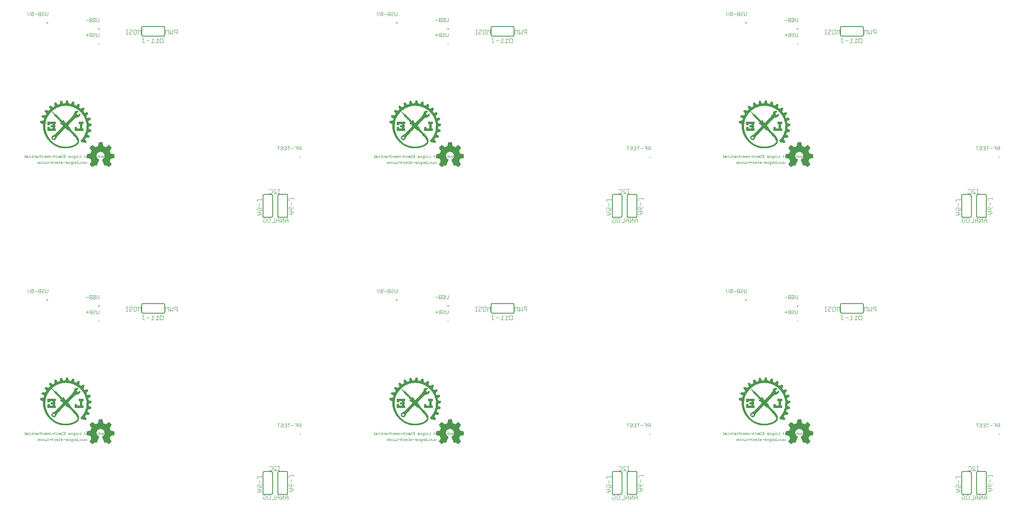
<source format=gbo>
G75*
G70*
%OFA0B0*%
%FSLAX25Y25*%
%IPPOS*%
%LPD*%
%AMOC8*
5,1,8,0,0,1.08239X$1,22.5*
%
%ADD104R,0.02000X0.00170*%
%ADD110R,0.05330X0.00170*%
%ADD112R,0.04330X0.00170*%
%ADD113R,0.04670X0.00170*%
%ADD116R,0.08830X0.00170*%
%ADD118R,0.16330X0.00170*%
%ADD12R,0.17170X0.00170*%
%ADD121R,0.16830X0.00170*%
%ADD123R,0.00830X0.00170*%
%ADD124R,0.05000X0.00170*%
%ADD125C,0.00000*%
%ADD126R,0.03500X0.00170*%
%ADD127R,0.12170X0.00170*%
%ADD128R,0.01000X0.00170*%
%ADD130R,0.01670X0.00170*%
%ADD131R,0.01500X0.00170*%
%ADD133C,0.00600*%
%ADD134R,0.02830X0.00170*%
%ADD140R,0.01330X0.00170*%
%ADD144R,0.12330X0.00170*%
%ADD146C,0.00200*%
%ADD148R,0.06170X0.00170*%
%ADD15R,0.00500X0.00170*%
%ADD153R,0.12830X0.00170*%
%ADD154R,0.05670X0.00170*%
%ADD155R,0.06830X0.00170*%
%ADD156R,0.00170X0.00170*%
%ADD18R,0.07830X0.00170*%
%ADD19R,0.11830X0.00170*%
%ADD20R,0.04830X0.00170*%
%ADD23R,0.10000X0.00170*%
%ADD25R,0.02670X0.00170*%
%ADD26R,0.02500X0.00170*%
%ADD32R,0.03000X0.00170*%
%ADD34R,0.07170X0.00170*%
%ADD35R,0.07330X0.00170*%
%ADD36R,0.02330X0.00170*%
%ADD37C,0.00300*%
%ADD41R,0.05830X0.00170*%
%ADD42R,0.08670X0.00170*%
%ADD46R,0.01170X0.00170*%
%ADD47R,0.04500X0.00170*%
%ADD48R,0.05500X0.00170*%
%ADD51R,0.11170X0.00170*%
%ADD52R,0.00330X0.00170*%
%ADD53R,0.13000X0.00170*%
%ADD54R,0.13330X0.00170*%
%ADD61R,0.07670X0.00170*%
%ADD64R,0.03330X0.00170*%
%ADD66R,0.01830X0.00170*%
%ADD68R,0.04000X0.00170*%
%ADD69R,0.16500X0.00170*%
%ADD70R,0.03830X0.00170*%
%ADD74R,0.02170X0.00170*%
%ADD77R,0.03670X0.00170*%
%ADD78C,0.00400*%
%ADD81R,0.06500X0.00170*%
%ADD83R,0.07500X0.00170*%
%ADD84R,0.06000X0.00170*%
%ADD85R,0.04170X0.00170*%
%ADD92R,0.05170X0.00170*%
%ADD94R,0.07000X0.00170*%
%ADD95R,0.00670X0.00170*%
%ADD96R,0.03170X0.00170*%
%ADD98R,0.06330X0.00170*%
X0010000Y0010000D02*
G75*
%LPD*%
X0010000Y0060000D02*
G75*
%LPD*%
X0060000Y0060000D02*
G75*
%LPD*%
D146*
X0096520Y0125100D02*
X0096520Y0126210D01*
X0096890Y0126570D01*
X0097250Y0126210D01*
X0097250Y0125100D01*
X0097990Y0125100D02*
X0097990Y0126570D01*
X0097620Y0126570D01*
X0097250Y0126210D01*
X0098730Y0126210D02*
X0099100Y0126570D01*
X0099830Y0126570D01*
X0100200Y0126210D01*
X0100200Y0125470D01*
X0099830Y0125100D01*
X0099100Y0125100D01*
X0098730Y0125470D01*
X0098730Y0126210D01*
X0100940Y0126570D02*
X0102040Y0126570D01*
X0102410Y0126210D01*
X0102410Y0125470D01*
X0102040Y0125100D01*
X0100940Y0125100D01*
X0103150Y0125100D02*
X0103150Y0125470D01*
X0103510Y0125470D01*
X0103510Y0125100D01*
X0103150Y0125100D01*
X0104250Y0125470D02*
X0104620Y0125100D01*
X0105360Y0125100D01*
X0105720Y0125470D01*
X0105720Y0126210D01*
X0105360Y0126570D01*
X0104620Y0126570D01*
X0104250Y0126210D01*
X0104250Y0125470D01*
X0106460Y0126570D02*
X0106830Y0126570D01*
X0107560Y0125840D01*
X0107560Y0126570D02*
X0107560Y0125100D01*
X0108300Y0125100D02*
X0108670Y0125470D01*
X0108670Y0126940D01*
X0109040Y0126570D02*
X0108300Y0126570D01*
X0109780Y0126570D02*
X0110880Y0126570D01*
X0111250Y0126210D01*
X0111250Y0125470D01*
X0110880Y0125100D01*
X0109780Y0125100D01*
X0111990Y0125840D02*
X0113460Y0125840D01*
X0113460Y0126210D02*
X0113090Y0126570D01*
X0112360Y0126570D01*
X0111990Y0126210D01*
X0111990Y0125840D01*
X0112360Y0125100D02*
X0113090Y0125100D01*
X0113460Y0125470D01*
X0113460Y0126210D01*
X0114200Y0125100D02*
X0114930Y0125100D01*
X0114560Y0125100D02*
X0114560Y0127310D01*
X0114930Y0127310D01*
X0115670Y0126210D02*
X0115670Y0125840D01*
X0117140Y0125840D01*
X0117140Y0126210D02*
X0116770Y0126570D01*
X0116040Y0126570D01*
X0115670Y0126210D01*
X0116040Y0125100D02*
X0116770Y0125100D01*
X0117140Y0125470D01*
X0117140Y0126210D01*
X0117880Y0126210D02*
X0119350Y0126210D01*
X0120090Y0126570D02*
X0121190Y0126570D01*
X0121560Y0126210D01*
X0121190Y0125840D01*
X0120460Y0125840D01*
X0120090Y0125470D01*
X0120460Y0125100D01*
X0121560Y0125100D01*
X0122300Y0125470D02*
X0122300Y0126210D01*
X0122670Y0126570D01*
X0123400Y0126570D01*
X0123770Y0126210D01*
X0123770Y0125470D01*
X0123400Y0125100D01*
X0122670Y0125100D01*
X0122300Y0125470D01*
X0124510Y0125100D02*
X0125610Y0125100D01*
X0125980Y0125470D01*
X0125980Y0126210D01*
X0125610Y0126570D01*
X0124510Y0126570D01*
X0124510Y0124740D01*
X0124880Y0124370D01*
X0125240Y0124370D01*
X0126720Y0125470D02*
X0126720Y0126210D01*
X0127090Y0126570D01*
X0127820Y0126570D01*
X0128190Y0126210D01*
X0128190Y0125470D01*
X0127820Y0125100D01*
X0127090Y0125100D01*
X0126720Y0125470D01*
X0128930Y0125100D02*
X0129660Y0125100D01*
X0129290Y0125100D02*
X0129290Y0127310D01*
X0129660Y0127310D01*
X0130400Y0125470D02*
X0130400Y0125100D01*
X0130770Y0125100D01*
X0130770Y0125470D01*
X0130400Y0125470D01*
X0131510Y0125470D02*
X0131880Y0125100D01*
X0132240Y0125470D01*
X0132610Y0125100D01*
X0132980Y0125470D01*
X0132980Y0126570D01*
X0133720Y0126570D02*
X0133720Y0125470D01*
X0134090Y0125100D01*
X0134450Y0125470D01*
X0134820Y0125100D01*
X0135190Y0125470D01*
X0135190Y0126570D01*
X0135930Y0126570D02*
X0135930Y0125470D01*
X0136300Y0125100D01*
X0136660Y0125470D01*
X0137030Y0125100D01*
X0137400Y0125470D01*
X0137400Y0126570D01*
X0137220Y0130100D02*
X0136850Y0130470D01*
X0136850Y0131210D01*
X0137220Y0131570D01*
X0137960Y0131570D01*
X0138320Y0131210D01*
X0138320Y0130470D01*
X0137960Y0130100D01*
X0137220Y0130100D01*
X0135750Y0130100D02*
X0135750Y0131940D01*
X0135380Y0132310D01*
X0135380Y0131210D02*
X0136110Y0131210D01*
X0132430Y0132310D02*
X0132430Y0130100D01*
X0130960Y0130100D01*
X0130220Y0130470D02*
X0129850Y0130100D01*
X0129120Y0130100D01*
X0128750Y0130470D01*
X0128750Y0131210D01*
X0129120Y0131570D01*
X0129850Y0131570D01*
X0130220Y0131210D01*
X0130220Y0130470D01*
X0128010Y0130470D02*
X0127640Y0130100D01*
X0126540Y0130100D01*
X0126540Y0129740D02*
X0126540Y0131570D01*
X0127640Y0131570D01*
X0128010Y0131210D01*
X0128010Y0130470D01*
X0127280Y0129370D02*
X0126910Y0129370D01*
X0126540Y0129740D01*
X0125800Y0130470D02*
X0125430Y0130100D01*
X0124700Y0130100D01*
X0124330Y0130470D01*
X0124330Y0131210D01*
X0124700Y0131570D01*
X0125430Y0131570D01*
X0125800Y0131210D01*
X0125800Y0130470D01*
X0123590Y0130100D02*
X0122490Y0130100D01*
X0122120Y0130470D01*
X0122490Y0130840D01*
X0123220Y0130840D01*
X0123590Y0131210D01*
X0123220Y0131570D01*
X0122120Y0131570D01*
X0119170Y0131210D02*
X0118440Y0131210D01*
X0119170Y0132310D02*
X0119170Y0130100D01*
X0117700Y0130100D01*
X0116960Y0130100D02*
X0116230Y0130100D01*
X0116590Y0130100D02*
X0116590Y0132310D01*
X0116960Y0132310D01*
X0117700Y0132310D02*
X0119170Y0132310D01*
X0115490Y0131210D02*
X0115120Y0131570D01*
X0114390Y0131570D01*
X0114020Y0131210D01*
X0114020Y0130840D01*
X0115490Y0130840D01*
X0115490Y0130470D02*
X0115490Y0131210D01*
X0115490Y0130470D02*
X0115120Y0130100D01*
X0114390Y0130100D01*
X0113280Y0130470D02*
X0112910Y0130100D01*
X0111810Y0130100D01*
X0110700Y0130470D02*
X0110330Y0130100D01*
X0110700Y0130470D02*
X0110700Y0131940D01*
X0111070Y0131570D02*
X0110330Y0131570D01*
X0109590Y0131570D02*
X0109590Y0130100D01*
X0109590Y0130840D02*
X0108860Y0131570D01*
X0108490Y0131570D01*
X0107750Y0131210D02*
X0107750Y0130470D01*
X0107390Y0130100D01*
X0106650Y0130100D01*
X0106290Y0130470D01*
X0106290Y0131210D01*
X0106650Y0131570D01*
X0107390Y0131570D01*
X0107750Y0131210D01*
X0105540Y0131570D02*
X0105180Y0131570D01*
X0104810Y0131210D01*
X0104440Y0131570D01*
X0104080Y0131210D01*
X0104080Y0130100D01*
X0104810Y0130100D02*
X0104810Y0131210D01*
X0105540Y0131570D02*
X0105540Y0130100D01*
X0103330Y0130470D02*
X0103330Y0131210D01*
X0102970Y0131570D01*
X0102230Y0131570D01*
X0101870Y0131210D01*
X0101870Y0130840D01*
X0103330Y0130840D01*
X0103330Y0130470D02*
X0102970Y0130100D01*
X0102230Y0130100D01*
X0101120Y0130470D02*
X0100760Y0130100D01*
X0099660Y0130100D01*
X0098910Y0130100D02*
X0098910Y0132310D01*
X0098550Y0131570D02*
X0097810Y0131570D01*
X0097450Y0131210D01*
X0097450Y0130100D01*
X0096700Y0130470D02*
X0096340Y0130840D01*
X0095240Y0130840D01*
X0095240Y0131210D02*
X0095240Y0130100D01*
X0096340Y0130100D01*
X0096700Y0130470D01*
X0096340Y0131570D02*
X0095600Y0131570D01*
X0095240Y0131210D01*
X0094490Y0131570D02*
X0093390Y0131570D01*
X0093030Y0131210D01*
X0093030Y0130100D01*
X0092280Y0130100D02*
X0091550Y0130100D01*
X0091920Y0130100D02*
X0091920Y0131570D01*
X0092280Y0131570D01*
X0091920Y0132310D02*
X0091920Y0132670D01*
X0090810Y0131210D02*
X0090810Y0130470D01*
X0090440Y0130100D01*
X0089340Y0130100D01*
X0088600Y0130470D02*
X0088230Y0130840D01*
X0087130Y0130840D01*
X0087130Y0131210D02*
X0087130Y0130100D01*
X0088230Y0130100D01*
X0088600Y0130470D01*
X0088230Y0131570D02*
X0087500Y0131570D01*
X0087130Y0131210D01*
X0086390Y0132310D02*
X0086020Y0132310D01*
X0086020Y0130100D01*
X0085660Y0130100D02*
X0086390Y0130100D01*
X0089340Y0131570D02*
X0090440Y0131570D01*
X0090810Y0131210D01*
X0094490Y0131570D02*
X0094490Y0130100D01*
X0098550Y0131570D02*
X0098910Y0131210D01*
X0099660Y0131570D02*
X0100760Y0131570D01*
X0101120Y0131210D01*
X0101120Y0130470D01*
X0111810Y0131570D02*
X0112910Y0131570D01*
X0113280Y0131210D01*
X0113280Y0130470D01*
X0131510Y0126570D02*
X0131510Y0125470D01*
X0141270Y0130100D02*
X0141640Y0130470D01*
X0141640Y0131940D01*
X0142010Y0131570D02*
X0141270Y0131570D01*
X0142750Y0131570D02*
X0143850Y0131570D01*
X0144220Y0131210D01*
X0144220Y0130470D01*
X0143850Y0130100D01*
X0142750Y0130100D01*
X0144960Y0130100D02*
X0144960Y0131570D01*
X0144960Y0130100D02*
X0146060Y0130100D01*
X0146430Y0130470D01*
X0146430Y0131570D01*
X0147170Y0131570D02*
X0148270Y0131570D01*
X0148640Y0131210D01*
X0148640Y0130470D01*
X0148270Y0130100D01*
X0147170Y0130100D01*
X0147170Y0132310D01*
X0149380Y0131210D02*
X0149740Y0131570D01*
X0150480Y0131570D01*
X0150840Y0131210D01*
X0150840Y0130470D01*
X0150480Y0130100D01*
X0149740Y0130100D01*
X0149380Y0130470D01*
X0149380Y0131210D01*
X0151590Y0131570D02*
X0151950Y0131570D01*
X0152690Y0130840D01*
X0152690Y0131570D02*
X0152690Y0130100D01*
X0153430Y0131210D02*
X0153800Y0130840D01*
X0154900Y0130840D01*
X0154900Y0130100D02*
X0154900Y0132310D01*
X0153800Y0132310D01*
X0153430Y0131940D01*
X0153430Y0131210D01*
D37*
X0146920Y0230410D02*
X0145950Y0230410D01*
X0145470Y0230890D01*
X0145470Y0233310D01*
X0144460Y0232830D02*
X0144460Y0232350D01*
X0143980Y0231860D01*
X0143010Y0231860D01*
X0142520Y0231380D01*
X0142520Y0230890D01*
X0143010Y0230410D01*
X0143980Y0230410D01*
X0144460Y0230890D01*
X0144460Y0232830D02*
X0143980Y0233310D01*
X0143010Y0233310D01*
X0142520Y0232830D01*
X0141510Y0233310D02*
X0141510Y0230410D01*
X0140060Y0230410D01*
X0139580Y0230890D01*
X0139580Y0231380D01*
X0140060Y0231860D01*
X0141510Y0231860D01*
X0140060Y0231860D02*
X0139580Y0232350D01*
X0139580Y0232830D01*
X0140060Y0233310D01*
X0141510Y0233310D01*
X0138570Y0231860D02*
X0136630Y0231860D01*
X0137600Y0232830D02*
X0137600Y0230890D01*
X0146920Y0230410D02*
X0147410Y0230890D01*
X0147410Y0233310D01*
X0146920Y0242910D02*
X0145950Y0242910D01*
X0145470Y0243390D01*
X0145470Y0245810D01*
X0144460Y0245330D02*
X0144460Y0244850D01*
X0143980Y0244360D01*
X0143010Y0244360D01*
X0142520Y0243880D01*
X0142520Y0243390D01*
X0143010Y0242910D01*
X0143980Y0242910D01*
X0144460Y0243390D01*
X0144460Y0245330D02*
X0143980Y0245810D01*
X0143010Y0245810D01*
X0142520Y0245330D01*
X0141510Y0245810D02*
X0141510Y0242910D01*
X0140060Y0242910D01*
X0139580Y0243390D01*
X0139580Y0243880D01*
X0140060Y0244360D01*
X0141510Y0244360D01*
X0140060Y0244360D02*
X0139580Y0244850D01*
X0139580Y0245330D01*
X0140060Y0245810D01*
X0141510Y0245810D01*
X0138570Y0244360D02*
X0136630Y0244360D01*
X0146920Y0242910D02*
X0147410Y0243390D01*
X0147410Y0245810D01*
X0170060Y0236360D02*
X0171300Y0236360D01*
X0170680Y0236360D02*
X0170680Y0232650D01*
X0171300Y0232650D02*
X0170060Y0232650D01*
X0172510Y0233270D02*
X0172510Y0233890D01*
X0173130Y0234510D01*
X0174360Y0234510D01*
X0174980Y0235120D01*
X0174980Y0235740D01*
X0174360Y0236360D01*
X0173130Y0236360D01*
X0172510Y0235740D01*
X0176190Y0235740D02*
X0176810Y0236360D01*
X0178050Y0236360D01*
X0178660Y0235740D01*
X0178660Y0233270D01*
X0178050Y0232650D01*
X0176810Y0232650D01*
X0176190Y0233270D01*
X0176190Y0235740D01*
X0174980Y0233270D02*
X0174360Y0232650D01*
X0173130Y0232650D01*
X0172510Y0233270D01*
X0179880Y0232650D02*
X0179880Y0236360D01*
X0181110Y0235120D01*
X0182350Y0236360D01*
X0182350Y0232650D01*
X0202510Y0232650D02*
X0202510Y0236360D01*
X0203750Y0235120D01*
X0204980Y0236360D01*
X0204980Y0232650D01*
X0206190Y0232650D02*
X0206190Y0236360D01*
X0208660Y0236360D02*
X0208660Y0232650D01*
X0207430Y0233890D01*
X0206190Y0232650D01*
X0209880Y0234510D02*
X0210490Y0233890D01*
X0212350Y0233890D01*
X0212350Y0232650D02*
X0212350Y0236360D01*
X0210490Y0236360D01*
X0209880Y0235740D01*
X0209880Y0234510D01*
X0104910Y0248390D02*
X0104420Y0247910D01*
X0103450Y0247910D01*
X0102970Y0248390D01*
X0102970Y0250810D01*
X0101960Y0250330D02*
X0101960Y0249850D01*
X0101480Y0249360D01*
X0100510Y0249360D01*
X0100020Y0248880D01*
X0100020Y0248390D01*
X0100510Y0247910D01*
X0101480Y0247910D01*
X0101960Y0248390D01*
X0101960Y0250330D02*
X0101480Y0250810D01*
X0100510Y0250810D01*
X0100020Y0250330D01*
X0099010Y0250810D02*
X0099010Y0247910D01*
X0097560Y0247910D01*
X0097080Y0248390D01*
X0097080Y0248880D01*
X0097560Y0249360D01*
X0099010Y0249360D01*
X0097560Y0249360D02*
X0097080Y0249850D01*
X0097080Y0250330D01*
X0097560Y0250810D01*
X0099010Y0250810D01*
X0096070Y0249360D02*
X0094130Y0249360D01*
X0093120Y0249360D02*
X0092150Y0249850D01*
X0091670Y0249850D01*
X0091180Y0249360D01*
X0091180Y0248390D01*
X0091670Y0247910D01*
X0092640Y0247910D01*
X0093120Y0248390D01*
X0093120Y0249360D02*
X0093120Y0250810D01*
X0091180Y0250810D01*
X0090170Y0250810D02*
X0090170Y0248880D01*
X0089210Y0247910D01*
X0088240Y0248880D01*
X0088240Y0250810D01*
X0104910Y0250810D02*
X0104910Y0248390D01*
X0288740Y0103240D02*
X0289360Y0103860D01*
X0290590Y0103860D01*
X0291210Y0103240D01*
X0291210Y0100770D01*
X0290590Y0100150D01*
X0289360Y0100150D01*
X0288740Y0100770D01*
X0292420Y0100150D02*
X0294890Y0100150D01*
X0292420Y0102620D01*
X0292420Y0103240D01*
X0293040Y0103860D01*
X0294270Y0103860D01*
X0294890Y0103240D01*
X0296110Y0103860D02*
X0297350Y0103860D01*
X0296730Y0103860D02*
X0296730Y0100150D01*
X0297350Y0100150D02*
X0296110Y0100150D01*
X0305150Y0095440D02*
X0305760Y0096060D01*
X0308850Y0096060D01*
X0308850Y0096670D02*
X0308850Y0095440D01*
X0307000Y0092990D02*
X0307000Y0090520D01*
X0306380Y0089310D02*
X0307000Y0088690D01*
X0307000Y0086840D01*
X0305760Y0086840D01*
X0305150Y0087450D01*
X0305150Y0088690D01*
X0305760Y0089310D01*
X0306380Y0089310D01*
X0308230Y0088070D02*
X0307000Y0086840D01*
X0307000Y0085620D02*
X0307000Y0083150D01*
X0307610Y0083150D02*
X0308850Y0084390D01*
X0307610Y0085620D01*
X0305150Y0085620D01*
X0305150Y0083150D02*
X0307610Y0083150D01*
X0308230Y0088070D02*
X0308850Y0089310D01*
X0305760Y0094200D02*
X0305150Y0094820D01*
X0305150Y0095440D01*
X0303210Y0079860D02*
X0301980Y0078620D01*
X0301980Y0076150D01*
X0300760Y0076150D02*
X0300760Y0079860D01*
X0298290Y0076150D01*
X0298290Y0079860D01*
X0297080Y0078620D02*
X0297080Y0076150D01*
X0297080Y0078010D02*
X0294610Y0078010D01*
X0294610Y0078620D02*
X0294610Y0076150D01*
X0293400Y0076150D02*
X0290930Y0076150D01*
X0289710Y0076770D02*
X0289100Y0076150D01*
X0287860Y0076150D01*
X0287240Y0076770D01*
X0287240Y0079240D01*
X0287860Y0079860D01*
X0289100Y0079860D01*
X0289710Y0079240D01*
X0289710Y0076770D01*
X0293400Y0076150D02*
X0293400Y0079860D01*
X0294610Y0078620D02*
X0295840Y0079860D01*
X0297080Y0078620D01*
X0301980Y0078010D02*
X0304440Y0078010D01*
X0304440Y0078620D02*
X0304440Y0076150D01*
X0304440Y0078620D02*
X0303210Y0079860D01*
X0286030Y0079240D02*
X0286030Y0076770D01*
X0285410Y0076150D01*
X0284180Y0076150D01*
X0283560Y0076770D01*
X0283560Y0078010D01*
X0284800Y0078010D01*
X0286030Y0079240D02*
X0285410Y0079860D01*
X0284180Y0079860D01*
X0283560Y0079240D01*
X0281110Y0082420D02*
X0282350Y0083660D01*
X0281110Y0084890D01*
X0278650Y0084890D01*
X0279260Y0086110D02*
X0278650Y0086720D01*
X0278650Y0087960D01*
X0279260Y0088570D01*
X0280500Y0088570D01*
X0281110Y0087960D01*
X0281110Y0087340D01*
X0280500Y0086110D01*
X0282350Y0086110D01*
X0282350Y0088570D01*
X0280500Y0089790D02*
X0280500Y0092260D01*
X0279260Y0093470D02*
X0278650Y0094090D01*
X0278650Y0094710D01*
X0279260Y0095320D01*
X0282350Y0095320D01*
X0282350Y0094710D02*
X0282350Y0095940D01*
X0280500Y0084890D02*
X0280500Y0082420D01*
X0281110Y0082420D02*
X0278650Y0082420D01*
X0296260Y0136410D02*
X0296260Y0139310D01*
X0297230Y0139310D02*
X0295290Y0139310D01*
X0298240Y0138830D02*
X0298720Y0139310D01*
X0299690Y0139310D01*
X0300170Y0138830D01*
X0300170Y0138350D01*
X0299690Y0137860D01*
X0298720Y0137860D01*
X0298240Y0137380D01*
X0298240Y0136890D01*
X0298720Y0136410D01*
X0299690Y0136410D01*
X0300170Y0136890D01*
X0301180Y0136410D02*
X0303120Y0136410D01*
X0303120Y0139310D01*
X0301180Y0139310D01*
X0302150Y0137860D02*
X0303120Y0137860D01*
X0304130Y0139310D02*
X0306070Y0139310D01*
X0305100Y0139310D02*
X0305100Y0136410D01*
X0307080Y0137860D02*
X0309010Y0137860D01*
X0310020Y0139310D02*
X0311960Y0139310D01*
X0311960Y0136410D01*
X0312970Y0136410D02*
X0313940Y0137380D01*
X0313450Y0137380D02*
X0314910Y0137380D01*
X0314910Y0136410D02*
X0314910Y0139310D01*
X0313450Y0139310D01*
X0312970Y0138830D01*
X0312970Y0137860D01*
X0313450Y0137380D01*
X0311960Y0137860D02*
X0310990Y0137860D01*
D133*
X0141900Y0122500D02*
X0140000Y0124400D01*
X0141700Y0126800D01*
X0141930Y0126740D02*
X0146370Y0126740D01*
X0146070Y0126160D02*
X0141740Y0126160D01*
X0142000Y0126500D02*
X0140500Y0124500D01*
X0142000Y0123000D01*
X0144000Y0124500D01*
X0145000Y0124000D01*
X0147000Y0128000D01*
X0145000Y0130000D01*
X0145000Y0132500D01*
X0146500Y0135000D01*
X0149000Y0135500D01*
X0152000Y0134500D01*
X0151500Y0134500D01*
X0153000Y0132000D01*
X0152000Y0129000D01*
X0151000Y0128000D01*
X0152500Y0124000D01*
X0153500Y0124500D01*
X0155500Y0123000D01*
X0157000Y0124500D01*
X0155500Y0127000D01*
X0156500Y0129500D01*
X0159500Y0130500D01*
X0159500Y0130000D01*
X0159500Y0132500D01*
X0156500Y0133000D01*
X0155500Y0136000D01*
X0157500Y0138000D01*
X0156000Y0139500D01*
X0153000Y0138000D01*
X0150000Y0139500D01*
X0150500Y0139500D01*
X0150000Y0142000D01*
X0147500Y0142000D01*
X0147500Y0139000D01*
X0144500Y0138000D01*
X0142000Y0139500D01*
X0140500Y0138500D01*
X0142000Y0135500D01*
X0141000Y0133000D01*
X0138000Y0132500D01*
X0138000Y0130000D01*
X0141000Y0130000D01*
X0142000Y0126500D01*
X0141760Y0127330D02*
X0146660Y0127330D01*
X0146950Y0127910D02*
X0141590Y0127910D01*
X0141430Y0128500D02*
X0146500Y0128500D01*
X0147200Y0128100D02*
X0145300Y0123600D01*
X0144300Y0124200D01*
X0141900Y0122500D01*
X0141770Y0123230D02*
X0142300Y0123230D01*
X0143080Y0123820D02*
X0141180Y0123820D01*
X0140600Y0124400D02*
X0143860Y0124400D01*
X0144200Y0124400D02*
X0145190Y0124400D01*
X0145490Y0124990D02*
X0140860Y0124990D01*
X0141300Y0125570D02*
X0145780Y0125570D01*
X0145920Y0129090D02*
X0141260Y0129090D01*
X0141090Y0129670D02*
X0145330Y0129670D01*
X0145000Y0130260D02*
X0138000Y0130260D01*
X0137700Y0130000D02*
X0140700Y0129500D01*
X0138000Y0130840D02*
X0145000Y0130840D01*
X0145000Y0131430D02*
X0138000Y0131430D01*
X0138000Y0132010D02*
X0145000Y0132010D01*
X0145050Y0132600D02*
X0138560Y0132600D01*
X0137700Y0132600D02*
X0137700Y0130000D01*
X0137700Y0132600D02*
X0140700Y0133200D01*
X0141070Y0133180D02*
X0145400Y0133180D01*
X0145750Y0133770D02*
X0141300Y0133770D01*
X0141540Y0134350D02*
X0146110Y0134350D01*
X0146460Y0134940D02*
X0141770Y0134940D01*
X0141990Y0135530D02*
X0155660Y0135530D01*
X0155900Y0135700D02*
X0157700Y0138300D01*
X0155800Y0140100D01*
X0153200Y0138300D01*
X0153890Y0138450D02*
X0157050Y0138450D01*
X0157360Y0137870D02*
X0140810Y0137870D01*
X0140520Y0138450D02*
X0143750Y0138450D01*
X0144500Y0138300D02*
X0141900Y0140100D01*
X0140000Y0138300D01*
X0141800Y0135700D01*
X0141690Y0136110D02*
X0155600Y0136110D01*
X0156190Y0136700D02*
X0141400Y0136700D01*
X0141110Y0137280D02*
X0156770Y0137280D01*
X0156460Y0139040D02*
X0155060Y0139040D01*
X0152100Y0138450D02*
X0145840Y0138450D01*
X0147000Y0139300D02*
X0147500Y0142500D01*
X0150200Y0142500D01*
X0150700Y0139300D01*
X0150930Y0139040D02*
X0147500Y0139040D01*
X0147500Y0139620D02*
X0150470Y0139620D01*
X0150360Y0140210D02*
X0147500Y0140210D01*
X0147500Y0140790D02*
X0150240Y0140790D01*
X0150120Y0141380D02*
X0147500Y0141380D01*
X0147500Y0141970D02*
X0150000Y0141970D01*
X0142770Y0139040D02*
X0141300Y0139040D01*
X0150690Y0134940D02*
X0155850Y0134940D01*
X0156050Y0134350D02*
X0151590Y0134350D01*
X0151940Y0133770D02*
X0156240Y0133770D01*
X0156440Y0133180D02*
X0152290Y0133180D01*
X0152640Y0132600D02*
X0158930Y0132600D01*
X0159500Y0132010D02*
X0152990Y0132010D01*
X0152800Y0131430D02*
X0159500Y0131430D01*
X0159500Y0130840D02*
X0152610Y0130840D01*
X0152410Y0130260D02*
X0158750Y0130260D01*
X0160000Y0130000D02*
X0157000Y0129500D01*
X0157000Y0129670D02*
X0152220Y0129670D01*
X0152020Y0129090D02*
X0156330Y0129090D01*
X0156090Y0128500D02*
X0151490Y0128500D01*
X0151030Y0127910D02*
X0155860Y0127910D01*
X0155630Y0127330D02*
X0151250Y0127330D01*
X0151470Y0126740D02*
X0155650Y0126740D01*
X0156000Y0126800D02*
X0157600Y0124400D01*
X0155800Y0122500D01*
X0153400Y0124200D01*
X0152400Y0123600D01*
X0150400Y0128100D01*
X0151690Y0126160D02*
X0156000Y0126160D01*
X0156360Y0125570D02*
X0151910Y0125570D01*
X0152130Y0124990D02*
X0156710Y0124990D01*
X0156890Y0124400D02*
X0153630Y0124400D01*
X0153290Y0124400D02*
X0152350Y0124400D01*
X0154410Y0123820D02*
X0156310Y0123820D01*
X0155720Y0123230D02*
X0155190Y0123230D01*
X0160000Y0130000D02*
X0160000Y0132600D01*
X0157000Y0133200D01*
X0153160Y0138340D02*
X0152710Y0138590D01*
X0152240Y0138820D01*
X0151760Y0139010D01*
X0151270Y0139180D01*
X0150770Y0139310D01*
X0150400Y0128200D02*
X0150730Y0128380D01*
X0151030Y0128590D01*
X0151320Y0128830D01*
X0151580Y0129100D01*
X0151800Y0129390D01*
X0152000Y0129710D01*
X0152170Y0130040D01*
X0152300Y0130390D01*
X0152390Y0130750D01*
X0152450Y0131120D01*
X0152470Y0131490D01*
X0152450Y0131860D01*
X0152400Y0132230D01*
X0152300Y0132590D01*
X0152180Y0132940D01*
X0152010Y0133280D01*
X0151820Y0133590D01*
X0151590Y0133890D01*
X0151330Y0134160D01*
X0151050Y0134400D01*
X0150740Y0134610D01*
X0150420Y0134790D01*
X0150080Y0134940D01*
X0149720Y0135050D01*
X0149360Y0135130D01*
X0148990Y0135170D01*
X0148610Y0135170D01*
X0148240Y0135130D01*
X0147880Y0135050D01*
X0147520Y0134940D01*
X0147180Y0134790D01*
X0146860Y0134610D01*
X0146550Y0134400D01*
X0146270Y0134160D01*
X0146010Y0133890D01*
X0145780Y0133590D01*
X0145590Y0133280D01*
X0145420Y0132940D01*
X0145300Y0132590D01*
X0145200Y0132230D01*
X0145150Y0131860D01*
X0145130Y0131490D01*
X0145150Y0131120D01*
X0145210Y0130750D01*
X0145300Y0130390D01*
X0145430Y0130040D01*
X0145600Y0129710D01*
X0145800Y0129390D01*
X0146020Y0129100D01*
X0146280Y0128830D01*
X0146570Y0128590D01*
X0146870Y0128380D01*
X0147200Y0128200D01*
X0141690Y0126800D02*
X0141460Y0127210D01*
X0141250Y0127640D01*
X0141070Y0128090D01*
X0140920Y0128540D01*
X0140790Y0129000D01*
X0140690Y0129470D01*
X0140710Y0133210D02*
X0140860Y0133730D01*
X0141050Y0134240D01*
X0141270Y0134740D01*
X0141520Y0135220D01*
X0141810Y0135690D01*
X0144460Y0138320D02*
X0144930Y0138590D01*
X0145420Y0138820D01*
X0145920Y0139020D01*
X0146430Y0139190D01*
X0146950Y0139330D01*
X0155890Y0135650D02*
X0156160Y0135190D01*
X0156400Y0134710D01*
X0156610Y0134220D01*
X0156790Y0133710D01*
X0156930Y0133200D01*
X0156990Y0129490D02*
X0156860Y0128930D01*
X0156690Y0128380D01*
X0156480Y0127850D01*
X0156240Y0127330D01*
X0155960Y0126830D01*
X0283500Y0098500D02*
X0283500Y0081500D01*
X0283520Y0081330D01*
X0283560Y0081160D01*
X0283630Y0081000D01*
X0283730Y0080860D01*
X0283860Y0080730D01*
X0284000Y0080630D01*
X0284160Y0080560D01*
X0284330Y0080520D01*
X0284500Y0080500D01*
X0290500Y0080500D01*
X0290670Y0080520D01*
X0290840Y0080560D01*
X0291000Y0080630D01*
X0291140Y0080730D01*
X0291270Y0080860D01*
X0291370Y0081000D01*
X0291440Y0081160D01*
X0291480Y0081330D01*
X0291500Y0081500D01*
X0291500Y0098500D01*
X0291480Y0098670D01*
X0291440Y0098840D01*
X0291370Y0099000D01*
X0291270Y0099140D01*
X0291140Y0099270D01*
X0291000Y0099370D01*
X0290840Y0099440D01*
X0290670Y0099480D01*
X0290500Y0099500D01*
X0284500Y0099500D01*
X0284330Y0099480D01*
X0284160Y0099440D01*
X0284000Y0099370D01*
X0283860Y0099270D01*
X0283730Y0099140D01*
X0283630Y0099000D01*
X0283560Y0098840D01*
X0283520Y0098670D01*
X0283500Y0098500D01*
X0296000Y0098500D02*
X0296000Y0081500D01*
X0296020Y0081330D01*
X0296060Y0081160D01*
X0296130Y0081000D01*
X0296230Y0080860D01*
X0296360Y0080730D01*
X0296500Y0080630D01*
X0296660Y0080560D01*
X0296830Y0080520D01*
X0297000Y0080500D01*
X0303000Y0080500D01*
X0303170Y0080520D01*
X0303340Y0080560D01*
X0303500Y0080630D01*
X0303640Y0080730D01*
X0303770Y0080860D01*
X0303870Y0081000D01*
X0303940Y0081160D01*
X0303980Y0081330D01*
X0304000Y0081500D01*
X0304000Y0098500D01*
X0303980Y0098670D01*
X0303940Y0098840D01*
X0303870Y0099000D01*
X0303770Y0099140D01*
X0303640Y0099270D01*
X0303500Y0099370D01*
X0303340Y0099440D01*
X0303170Y0099480D01*
X0303000Y0099500D01*
X0297000Y0099500D01*
X0296830Y0099480D01*
X0296660Y0099440D01*
X0296500Y0099370D01*
X0296360Y0099270D01*
X0296230Y0099140D01*
X0296130Y0099000D01*
X0296060Y0098840D01*
X0296020Y0098670D01*
X0296000Y0098500D01*
X0201000Y0231000D02*
X0184000Y0231000D01*
X0183830Y0231020D01*
X0183660Y0231060D01*
X0183500Y0231130D01*
X0183360Y0231230D01*
X0183230Y0231360D01*
X0183130Y0231500D01*
X0183060Y0231660D01*
X0183020Y0231830D01*
X0183000Y0232000D01*
X0183000Y0238000D01*
X0183020Y0238170D01*
X0183060Y0238340D01*
X0183130Y0238500D01*
X0183230Y0238640D01*
X0183360Y0238770D01*
X0183500Y0238870D01*
X0183660Y0238940D01*
X0183830Y0238980D01*
X0184000Y0239000D01*
X0201000Y0239000D01*
X0201170Y0238980D01*
X0201340Y0238940D01*
X0201500Y0238870D01*
X0201640Y0238770D01*
X0201770Y0238640D01*
X0201870Y0238500D01*
X0201940Y0238340D01*
X0201980Y0238170D01*
X0202000Y0238000D01*
X0202000Y0232000D01*
X0201980Y0231830D01*
X0201940Y0231660D01*
X0201870Y0231500D01*
X0201770Y0231360D01*
X0201640Y0231230D01*
X0201500Y0231130D01*
X0201340Y0231060D01*
X0201170Y0231020D01*
X0201000Y0231000D01*
D78*
X0200510Y0229010D02*
X0198710Y0229010D01*
X0198110Y0228410D01*
X0198110Y0226010D01*
X0198710Y0225400D01*
X0200510Y0225400D01*
X0200510Y0229010D01*
X0196830Y0227810D02*
X0195630Y0229010D01*
X0195630Y0225400D01*
X0196830Y0225400D02*
X0194430Y0225400D01*
X0193150Y0225400D02*
X0190740Y0225400D01*
X0191940Y0225400D02*
X0191940Y0229010D01*
X0193150Y0227810D01*
X0189460Y0227210D02*
X0187060Y0227210D01*
X0185780Y0226010D02*
X0185180Y0225400D01*
X0184580Y0225400D01*
X0183980Y0226010D01*
X0183980Y0229010D01*
X0184580Y0229010D02*
X0183380Y0229010D01*
D20*
X0128660Y0171840D03*
X0112330Y0172170D03*
X0105330Y0167840D03*
X0137330Y0147670D03*
X0137160Y0147340D03*
X0137160Y0147170D03*
X0119830Y0137840D03*
D94*
X0119750Y0138000D03*
X0108250Y0152500D03*
X0108250Y0153000D03*
X0108250Y0153500D03*
X0108250Y0158000D03*
X0108250Y0158500D03*
X0108250Y0159000D03*
X0108250Y0159500D03*
D42*
X0119750Y0138170D03*
D23*
X0119750Y0138340D03*
D51*
X0119660Y0138500D03*
D127*
X0119660Y0138670D03*
D53*
X0119750Y0138840D03*
D92*
X0124000Y0139000D03*
X0119500Y0157000D03*
X0136000Y0166500D03*
D48*
X0128160Y0164000D03*
X0109160Y0171000D03*
X0115500Y0139000D03*
D47*
X0114660Y0139170D03*
X0110830Y0147840D03*
X0119500Y0156670D03*
X0117660Y0158670D03*
X0101000Y0159670D03*
X0100830Y0158840D03*
X0124830Y0139170D03*
X0134830Y0143340D03*
X0135000Y0143170D03*
X0137330Y0147840D03*
X0138830Y0151840D03*
X0138330Y0161670D03*
X0138330Y0161840D03*
X0138160Y0162170D03*
X0138160Y0162340D03*
X0138000Y0162670D03*
X0128830Y0171670D03*
D68*
X0136080Y0165670D03*
X0138250Y0161340D03*
X0139080Y0156340D03*
X0137250Y0148170D03*
X0134410Y0144170D03*
X0125410Y0139340D03*
X0116750Y0160170D03*
X0116750Y0160340D03*
X0126580Y0163170D03*
X0105250Y0167340D03*
X0102580Y0163340D03*
X0101410Y0160340D03*
D85*
X0101000Y0158670D03*
X0114000Y0139340D03*
X0136000Y0165840D03*
D77*
X0138080Y0161000D03*
X0125910Y0139500D03*
X0112410Y0149000D03*
D70*
X0113500Y0139500D03*
X0136000Y0165500D03*
D64*
X0132910Y0168670D03*
X0129910Y0170840D03*
X0125580Y0162340D03*
X0125410Y0162170D03*
X0125080Y0161840D03*
X0124910Y0161670D03*
X0124580Y0161340D03*
X0124410Y0161170D03*
X0124080Y0160840D03*
X0123910Y0160670D03*
X0123580Y0160340D03*
X0123410Y0160170D03*
X0123080Y0159840D03*
X0122910Y0159670D03*
X0122580Y0159340D03*
X0122410Y0159170D03*
X0122080Y0158840D03*
X0121910Y0158670D03*
X0117080Y0153670D03*
X0116580Y0153170D03*
X0116080Y0152670D03*
X0115580Y0152170D03*
X0115080Y0151670D03*
X0114580Y0151170D03*
X0114080Y0150670D03*
X0110080Y0145340D03*
X0112580Y0139840D03*
X0126410Y0139670D03*
D126*
X0137160Y0148340D03*
X0125830Y0162670D03*
X0117660Y0159170D03*
X0117500Y0159340D03*
X0117660Y0154340D03*
X0117500Y0154170D03*
X0113830Y0150340D03*
X0113660Y0150170D03*
X0113330Y0149840D03*
X0113160Y0149670D03*
X0112830Y0149340D03*
X0112660Y0149170D03*
X0113000Y0139670D03*
X0101330Y0158340D03*
X0132830Y0168840D03*
X0136000Y0165340D03*
D96*
X0130660Y0170340D03*
X0117330Y0159670D03*
X0121830Y0153840D03*
X0122330Y0153340D03*
X0122830Y0152840D03*
X0126830Y0139840D03*
X0107830Y0169340D03*
X0108330Y0169670D03*
D134*
X0127160Y0140000D03*
D32*
X0112250Y0140000D03*
X0102080Y0160500D03*
X0107580Y0169000D03*
X0108080Y0169500D03*
X0128910Y0168000D03*
X0135910Y0165000D03*
D134*
X0138500Y0155840D03*
X0137000Y0148840D03*
X0127500Y0140170D03*
X0111500Y0140340D03*
X0107500Y0171840D03*
D134*
X0107160Y0168670D03*
X0111830Y0173840D03*
X0102830Y0162670D03*
X0127830Y0165840D03*
X0138330Y0158170D03*
X0138330Y0153340D03*
X0111830Y0140170D03*
D26*
X0110660Y0140840D03*
X0127830Y0140340D03*
X0128160Y0147670D03*
X0127160Y0148670D03*
X0126830Y0149340D03*
X0126500Y0149670D03*
X0126330Y0149840D03*
X0134500Y0145170D03*
X0134660Y0145340D03*
X0135000Y0145840D03*
X0135330Y0146340D03*
X0135660Y0142670D03*
X0135830Y0164670D03*
X0134000Y0167170D03*
X0133660Y0167670D03*
X0133500Y0167840D03*
X0133160Y0168170D03*
X0134160Y0170670D03*
X0130160Y0173340D03*
X0125660Y0174840D03*
X0121000Y0175340D03*
X0121000Y0175670D03*
X0116330Y0175340D03*
X0116330Y0175170D03*
X0111660Y0174170D03*
X0104000Y0168840D03*
X0105160Y0166340D03*
X0104830Y0165840D03*
X0104660Y0165670D03*
X0104500Y0165340D03*
X0104330Y0165170D03*
X0127830Y0166170D03*
X0128160Y0167340D03*
X0129160Y0168340D03*
D36*
X0135910Y0164500D03*
X0137080Y0167000D03*
X0132580Y0157500D03*
X0132580Y0157000D03*
X0132580Y0156500D03*
X0132580Y0156000D03*
X0132580Y0155500D03*
X0132580Y0155000D03*
X0132580Y0154500D03*
X0132580Y0154000D03*
X0127080Y0149000D03*
X0124080Y0152000D03*
X0123580Y0152500D03*
X0115910Y0160500D03*
X0115580Y0161000D03*
X0115080Y0161500D03*
X0109910Y0157500D03*
X0109910Y0157000D03*
X0109910Y0155000D03*
X0109910Y0154500D03*
X0109910Y0154000D03*
X0102580Y0161000D03*
X0102910Y0162000D03*
X0109580Y0141500D03*
X0128080Y0140500D03*
X0135080Y0146000D03*
X0135410Y0146500D03*
D25*
X0127750Y0148000D03*
X0127250Y0148500D03*
X0137750Y0160500D03*
X0111750Y0174000D03*
X0105250Y0166500D03*
X0101750Y0158000D03*
X0111250Y0140500D03*
D74*
X0109160Y0141840D03*
X0110160Y0144840D03*
X0101830Y0155670D03*
X0101830Y0155840D03*
X0101830Y0156170D03*
X0101830Y0156340D03*
X0101830Y0156670D03*
X0101830Y0156840D03*
X0101830Y0157170D03*
X0101830Y0157340D03*
X0101830Y0157670D03*
X0101830Y0157840D03*
X0102660Y0161340D03*
X0102830Y0161840D03*
X0107160Y0172340D03*
X0116160Y0175840D03*
X0125830Y0175340D03*
X0130330Y0173670D03*
X0127830Y0166840D03*
X0127830Y0166670D03*
X0127830Y0166340D03*
X0136160Y0163840D03*
X0124160Y0151840D03*
X0124330Y0151670D03*
X0124660Y0151340D03*
X0124830Y0151170D03*
X0125160Y0150840D03*
X0125330Y0150670D03*
X0125660Y0150340D03*
X0125830Y0150170D03*
X0128830Y0146840D03*
X0129160Y0146340D03*
X0128660Y0140840D03*
X0128330Y0140670D03*
X0136830Y0149170D03*
X0136830Y0149340D03*
X0115660Y0160840D03*
D25*
X0105080Y0166170D03*
X0116410Y0174840D03*
X0120910Y0175170D03*
X0125580Y0174670D03*
X0130080Y0173170D03*
X0129080Y0168170D03*
X0128580Y0167670D03*
X0133080Y0168340D03*
X0135910Y0164840D03*
X0127410Y0148340D03*
X0127580Y0148170D03*
X0127910Y0147840D03*
X0111410Y0147340D03*
X0110910Y0140670D03*
D104*
X0107750Y0143000D03*
X0107250Y0143500D03*
X0105750Y0154000D03*
X0102080Y0153500D03*
X0101910Y0154500D03*
X0101910Y0155000D03*
X0111910Y0164500D03*
X0112410Y0164000D03*
X0112910Y0163500D03*
X0113410Y0163000D03*
X0113910Y0162500D03*
X0114410Y0162000D03*
X0127910Y0167000D03*
X0136080Y0164000D03*
X0136580Y0163000D03*
X0137250Y0150500D03*
X0137080Y0150000D03*
X0136910Y0149500D03*
X0129410Y0146000D03*
X0129080Y0146500D03*
X0128750Y0141000D03*
D26*
X0134830Y0145500D03*
X0136830Y0149000D03*
X0137660Y0151000D03*
X0138160Y0153500D03*
X0126660Y0149500D03*
X0110330Y0141000D03*
X0104330Y0165000D03*
X0104660Y0165500D03*
X0121000Y0175500D03*
X0127830Y0166000D03*
X0133330Y0168000D03*
X0134160Y0167000D03*
D66*
X0138000Y0155340D03*
X0138000Y0155170D03*
X0138000Y0154840D03*
X0138000Y0154670D03*
X0138000Y0154340D03*
X0138000Y0154170D03*
X0138000Y0153840D03*
X0129500Y0145840D03*
X0129500Y0141670D03*
X0129000Y0141170D03*
X0107000Y0143840D03*
X0106500Y0144340D03*
X0105000Y0146340D03*
X0103000Y0150170D03*
X0102500Y0151670D03*
X0102500Y0151840D03*
X0102000Y0154170D03*
X0121000Y0176670D03*
D36*
X0111580Y0174340D03*
X0102910Y0162340D03*
X0102910Y0162170D03*
X0102580Y0161170D03*
X0109910Y0157840D03*
X0109910Y0157670D03*
X0109910Y0157340D03*
X0109910Y0157170D03*
X0109910Y0156840D03*
X0109910Y0154840D03*
X0109910Y0154670D03*
X0109910Y0154340D03*
X0109910Y0154170D03*
X0115410Y0161170D03*
X0123410Y0152670D03*
X0123910Y0152170D03*
X0126910Y0149170D03*
X0127080Y0148840D03*
X0128410Y0147340D03*
X0128580Y0147170D03*
X0134910Y0145670D03*
X0132580Y0154170D03*
X0132580Y0154340D03*
X0132580Y0154670D03*
X0132580Y0154840D03*
X0132580Y0155170D03*
X0132580Y0155340D03*
X0132580Y0155670D03*
X0132580Y0155840D03*
X0132580Y0156170D03*
X0132580Y0156340D03*
X0132580Y0156670D03*
X0132580Y0156840D03*
X0132580Y0157170D03*
X0132580Y0157340D03*
X0132580Y0157670D03*
X0132580Y0157840D03*
X0133910Y0167340D03*
X0109910Y0141340D03*
X0110080Y0141170D03*
X0109410Y0141670D03*
D66*
X0107160Y0143670D03*
X0106660Y0144170D03*
X0106160Y0144670D03*
X0105830Y0145170D03*
X0105660Y0145340D03*
X0105330Y0145840D03*
X0104660Y0146840D03*
X0104330Y0147340D03*
X0104160Y0147670D03*
X0103830Y0148340D03*
X0103660Y0148670D03*
X0103330Y0149340D03*
X0103160Y0149840D03*
X0102830Y0150670D03*
X0102660Y0151170D03*
X0102660Y0151340D03*
X0102330Y0152170D03*
X0102330Y0152340D03*
X0102330Y0152670D03*
X0102160Y0152840D03*
X0102160Y0153170D03*
X0102160Y0153340D03*
X0105660Y0154170D03*
X0105660Y0154340D03*
X0105660Y0154670D03*
X0105660Y0157170D03*
X0105660Y0157340D03*
X0105660Y0157670D03*
X0111660Y0164840D03*
X0115660Y0160670D03*
X0128330Y0154340D03*
X0128330Y0154170D03*
X0129660Y0145670D03*
X0129160Y0141340D03*
X0137330Y0150840D03*
X0137830Y0158340D03*
X0137830Y0158670D03*
X0137830Y0158840D03*
X0137660Y0159170D03*
X0137660Y0159340D03*
X0137660Y0159670D03*
X0111660Y0147170D03*
D66*
X0106830Y0144000D03*
X0106330Y0144500D03*
X0105160Y0146000D03*
X0102330Y0152500D03*
X0102160Y0153000D03*
X0105660Y0154500D03*
X0105660Y0157500D03*
X0103830Y0169000D03*
X0111330Y0175000D03*
X0137660Y0159500D03*
X0137830Y0159000D03*
X0137830Y0158500D03*
X0128330Y0154000D03*
X0129660Y0145500D03*
X0129330Y0141500D03*
X0135830Y0142500D03*
D130*
X0130080Y0144670D03*
X0129910Y0145170D03*
X0129580Y0141840D03*
X0106080Y0144840D03*
X0105410Y0145670D03*
X0105080Y0146170D03*
X0104410Y0147170D03*
X0104080Y0147840D03*
X0103910Y0148170D03*
X0103580Y0148840D03*
X0103410Y0149170D03*
X0102910Y0150340D03*
X0105580Y0154840D03*
X0105580Y0155170D03*
X0105580Y0156840D03*
X0111580Y0165170D03*
X0111410Y0165340D03*
X0111080Y0165670D03*
X0116080Y0176340D03*
X0121080Y0176840D03*
X0125910Y0175840D03*
X0130910Y0165340D03*
X0139410Y0162840D03*
D130*
X0128250Y0155000D03*
X0128250Y0154500D03*
X0129750Y0142000D03*
X0104250Y0147500D03*
X0103750Y0148500D03*
X0103250Y0149500D03*
X0102750Y0151000D03*
X0101250Y0165000D03*
X0111250Y0165500D03*
D74*
X0111500Y0174500D03*
X0121000Y0176000D03*
X0124500Y0151500D03*
X0125000Y0151000D03*
X0125500Y0150500D03*
X0126000Y0150000D03*
X0109000Y0142000D03*
D95*
X0136250Y0142170D03*
X0109250Y0167340D03*
D131*
X0103660Y0169170D03*
X0116000Y0176670D03*
X0121000Y0177170D03*
X0126000Y0176170D03*
X0128160Y0155170D03*
X0130000Y0144840D03*
X0130160Y0144340D03*
X0130000Y0142340D03*
X0129830Y0142170D03*
X0111660Y0146840D03*
X0111330Y0145840D03*
X0111160Y0145670D03*
X0110160Y0144670D03*
D104*
X0108750Y0142170D03*
X0108080Y0142670D03*
X0107910Y0142840D03*
X0107580Y0143170D03*
X0107410Y0143340D03*
X0102080Y0153670D03*
X0102080Y0153840D03*
X0101910Y0154340D03*
X0101910Y0154670D03*
X0101910Y0154840D03*
X0101910Y0155170D03*
X0101910Y0155340D03*
X0105750Y0157840D03*
X0113080Y0163340D03*
X0113250Y0163170D03*
X0113580Y0162840D03*
X0113750Y0162670D03*
X0114080Y0162340D03*
X0114250Y0162170D03*
X0114580Y0161840D03*
X0114750Y0161670D03*
X0112750Y0163670D03*
X0112580Y0163840D03*
X0112250Y0164170D03*
X0112080Y0164340D03*
X0111750Y0164670D03*
X0111410Y0174840D03*
X0116080Y0176170D03*
X0121080Y0176340D03*
X0125910Y0175670D03*
X0130410Y0173840D03*
X0134250Y0170840D03*
X0135910Y0164340D03*
X0136250Y0163670D03*
X0136410Y0163340D03*
X0136410Y0163170D03*
X0136580Y0162840D03*
X0137580Y0160170D03*
X0137580Y0159840D03*
X0137910Y0153670D03*
X0137250Y0150670D03*
X0137250Y0150340D03*
X0137080Y0150170D03*
X0137080Y0149840D03*
X0136910Y0149670D03*
X0129250Y0146170D03*
D140*
X0130080Y0142670D03*
X0136080Y0142340D03*
X0111580Y0146340D03*
X0111580Y0146670D03*
X0109080Y0147340D03*
X0108910Y0147170D03*
X0108910Y0145670D03*
X0107080Y0172670D03*
X0116080Y0176840D03*
D74*
X0111500Y0174670D03*
X0121000Y0175840D03*
X0121000Y0176170D03*
X0128000Y0167170D03*
X0136000Y0164170D03*
X0129000Y0146670D03*
X0108500Y0142340D03*
X0102500Y0160670D03*
X0102500Y0160840D03*
D156*
X0116500Y0177000D03*
X0133500Y0142500D03*
D140*
X0130080Y0142500D03*
X0111580Y0146500D03*
X0111410Y0146000D03*
X0117910Y0160500D03*
D74*
X0127830Y0166500D03*
X0136330Y0163500D03*
X0125830Y0175500D03*
X0116160Y0176000D03*
X0101830Y0157500D03*
X0101830Y0157000D03*
X0101830Y0156500D03*
X0101830Y0156000D03*
X0101830Y0155500D03*
X0108330Y0142500D03*
X0128660Y0147000D03*
D15*
X0133500Y0142670D03*
X0121830Y0152670D03*
X0131660Y0166170D03*
X0108830Y0167840D03*
D32*
X0107750Y0169170D03*
X0107410Y0168840D03*
X0105250Y0166670D03*
X0104080Y0168670D03*
X0127910Y0165670D03*
X0128750Y0167840D03*
X0133910Y0170340D03*
X0137910Y0160670D03*
X0137080Y0148670D03*
X0134410Y0144840D03*
X0135580Y0142840D03*
X0110080Y0145170D03*
D123*
X0133500Y0142840D03*
X0103500Y0169340D03*
D140*
X0131250Y0165670D03*
X0130250Y0144170D03*
X0130250Y0143840D03*
X0130250Y0143170D03*
X0130250Y0142840D03*
D112*
X0134410Y0144000D03*
X0135080Y0143000D03*
X0138910Y0152000D03*
X0138910Y0152500D03*
X0119580Y0156500D03*
X0108910Y0170500D03*
D140*
X0130250Y0144000D03*
X0130250Y0143000D03*
D46*
X0130330Y0143340D03*
X0130330Y0143670D03*
X0110660Y0165840D03*
D113*
X0101080Y0160000D03*
X0100910Y0159500D03*
X0100910Y0159000D03*
X0119910Y0156000D03*
X0134580Y0143500D03*
D46*
X0130330Y0143500D03*
X0108830Y0147000D03*
D20*
X0119500Y0156840D03*
X0136000Y0166170D03*
X0109000Y0170670D03*
X0134500Y0143670D03*
D113*
X0134410Y0143840D03*
X0100910Y0159170D03*
X0100910Y0159340D03*
X0101080Y0159840D03*
X0101080Y0160170D03*
X0102410Y0163670D03*
D70*
X0117000Y0159840D03*
X0112000Y0148670D03*
X0134500Y0144340D03*
X0120500Y0174840D03*
D126*
X0129660Y0171000D03*
X0125660Y0162500D03*
X0138660Y0153000D03*
X0134500Y0144500D03*
X0114000Y0150500D03*
X0113500Y0150000D03*
X0113000Y0149500D03*
X0110160Y0145500D03*
X0102660Y0163000D03*
X0108660Y0170000D03*
D131*
X0121000Y0177000D03*
X0130500Y0174000D03*
X0134330Y0171000D03*
X0131160Y0165500D03*
X0138500Y0146500D03*
X0130160Y0144500D03*
D96*
X0134500Y0144670D03*
X0138500Y0153170D03*
X0138000Y0160840D03*
X0136000Y0165170D03*
X0122500Y0153170D03*
X0122000Y0153670D03*
X0101500Y0158170D03*
X0108500Y0169840D03*
D134*
X0121000Y0175000D03*
X0133000Y0168500D03*
X0134500Y0145000D03*
D130*
X0129910Y0145000D03*
X0111580Y0147000D03*
X0105910Y0145000D03*
X0105580Y0145500D03*
X0104910Y0146500D03*
X0104580Y0147000D03*
X0103080Y0150000D03*
X0102910Y0150500D03*
X0102580Y0151500D03*
X0105580Y0155000D03*
X0105580Y0157000D03*
X0111580Y0165000D03*
X0107080Y0172500D03*
X0116080Y0176500D03*
X0125910Y0176000D03*
X0129410Y0168500D03*
D25*
X0128410Y0167500D03*
X0134080Y0170500D03*
X0129910Y0173000D03*
X0125580Y0174500D03*
X0116410Y0175000D03*
X0107410Y0172000D03*
X0104910Y0166000D03*
X0102910Y0162500D03*
X0110080Y0145000D03*
D130*
X0104750Y0146670D03*
X0103250Y0149670D03*
X0102750Y0150840D03*
X0128250Y0154670D03*
X0128250Y0154840D03*
X0129750Y0145340D03*
X0137250Y0167170D03*
X0111250Y0175170D03*
D128*
X0111410Y0175340D03*
X0109910Y0166670D03*
X0110250Y0166340D03*
X0110410Y0166170D03*
X0117910Y0160670D03*
X0131410Y0165840D03*
X0137580Y0167340D03*
X0134410Y0171170D03*
X0108750Y0146840D03*
X0108750Y0146340D03*
X0108750Y0146170D03*
X0108750Y0145840D03*
D128*
X0108750Y0146000D03*
X0108580Y0146500D03*
X0110580Y0166000D03*
X0110080Y0166500D03*
D36*
X0107250Y0172170D03*
X0116250Y0175670D03*
X0125750Y0175170D03*
X0115250Y0161340D03*
X0123750Y0152340D03*
X0135250Y0146170D03*
X0138250Y0155670D03*
X0137750Y0160340D03*
X0102750Y0161670D03*
D46*
X0111500Y0146170D03*
X0130500Y0174170D03*
D124*
X0132580Y0169670D03*
X0136080Y0166340D03*
X0127250Y0163340D03*
X0119910Y0155840D03*
X0102580Y0164170D03*
X0102580Y0164340D03*
X0102750Y0164670D03*
X0102410Y0163840D03*
X0112750Y0172340D03*
X0136910Y0146840D03*
X0136910Y0146670D03*
D123*
X0108660Y0146670D03*
X0109830Y0166840D03*
X0125830Y0176340D03*
D124*
X0102410Y0164000D03*
X0137080Y0147000D03*
D20*
X0137330Y0147500D03*
X0132660Y0169500D03*
D36*
X0133750Y0167500D03*
X0130250Y0173500D03*
X0125750Y0175000D03*
X0116250Y0175500D03*
X0102750Y0161500D03*
X0128250Y0147500D03*
D47*
X0117660Y0158500D03*
X0111000Y0148000D03*
X0110660Y0147500D03*
X0102500Y0163500D03*
X0112000Y0172000D03*
X0136000Y0166000D03*
X0138000Y0162500D03*
X0138160Y0162000D03*
X0138330Y0161500D03*
D112*
X0139250Y0156670D03*
X0138750Y0151670D03*
X0138750Y0151340D03*
X0119750Y0156340D03*
X0111250Y0148170D03*
X0110750Y0147670D03*
X0132750Y0169340D03*
D85*
X0139160Y0157500D03*
X0139160Y0157000D03*
X0137330Y0148000D03*
D66*
X0138000Y0154000D03*
X0138000Y0154500D03*
X0138000Y0155000D03*
X0138000Y0155500D03*
X0137500Y0160000D03*
X0121000Y0176500D03*
X0102000Y0154000D03*
X0102500Y0152000D03*
X0103500Y0149000D03*
X0104000Y0148000D03*
D112*
X0111410Y0148340D03*
X0119910Y0156170D03*
X0138910Y0152670D03*
X0138910Y0152340D03*
X0138910Y0152170D03*
X0111580Y0171840D03*
D64*
X0117410Y0159500D03*
X0117410Y0154000D03*
X0116910Y0153500D03*
X0116410Y0153000D03*
X0115910Y0152500D03*
X0115410Y0152000D03*
X0114910Y0151500D03*
X0114410Y0151000D03*
X0137080Y0148500D03*
D68*
X0116910Y0160000D03*
X0111750Y0148500D03*
X0128910Y0171500D03*
D77*
X0109250Y0156670D03*
X0109250Y0156340D03*
X0109250Y0156170D03*
X0109250Y0155840D03*
X0109250Y0155670D03*
X0109250Y0155340D03*
X0109250Y0155170D03*
X0112250Y0148840D03*
X0121750Y0154170D03*
D156*
X0127330Y0150000D03*
X0130330Y0174500D03*
D64*
X0130250Y0170670D03*
X0117250Y0153840D03*
X0116750Y0153340D03*
X0116250Y0152840D03*
X0115750Y0152340D03*
X0115250Y0151840D03*
X0114750Y0151340D03*
X0114250Y0150840D03*
X0102750Y0162840D03*
X0105250Y0166840D03*
D70*
X0105160Y0167170D03*
X0108660Y0170170D03*
X0102660Y0163170D03*
X0121660Y0154340D03*
X0132660Y0158170D03*
X0132660Y0158340D03*
X0132660Y0158670D03*
X0132660Y0158840D03*
X0132660Y0159170D03*
X0132660Y0159340D03*
X0138160Y0161170D03*
X0138830Y0152840D03*
X0138330Y0151170D03*
D112*
X0138750Y0151500D03*
X0139250Y0156500D03*
X0105250Y0167500D03*
D34*
X0131000Y0153840D03*
X0131000Y0153670D03*
X0131000Y0153340D03*
X0131000Y0153170D03*
X0131000Y0152840D03*
X0131000Y0152670D03*
X0131000Y0152340D03*
D94*
X0108250Y0152340D03*
X0108250Y0152670D03*
X0108250Y0152840D03*
X0108250Y0153170D03*
X0108250Y0153340D03*
X0108250Y0153670D03*
X0108250Y0153840D03*
X0108250Y0158170D03*
X0108250Y0158340D03*
X0108250Y0158670D03*
X0108250Y0158840D03*
X0108250Y0159170D03*
X0108250Y0159340D03*
X0114080Y0172840D03*
D34*
X0131000Y0153500D03*
X0131000Y0153000D03*
X0131000Y0152500D03*
D96*
X0138660Y0156000D03*
X0122660Y0153000D03*
X0122160Y0153500D03*
D64*
X0121750Y0154000D03*
X0121750Y0158500D03*
X0122250Y0159000D03*
X0122750Y0159500D03*
X0123250Y0160000D03*
X0123750Y0160500D03*
X0124250Y0161000D03*
X0124750Y0161500D03*
X0125250Y0162000D03*
X0138750Y0158000D03*
D35*
X0119750Y0154500D03*
D34*
X0119830Y0154670D03*
X0109830Y0171670D03*
D155*
X0119330Y0157670D03*
X0119830Y0154840D03*
D81*
X0119830Y0155000D03*
X0119330Y0157500D03*
D148*
X0119830Y0155170D03*
D84*
X0119910Y0155340D03*
D154*
X0119910Y0155500D03*
X0128580Y0164500D03*
X0128910Y0165000D03*
X0132410Y0170000D03*
D77*
X0126250Y0163000D03*
X0109250Y0156500D03*
X0109250Y0156000D03*
X0109250Y0155500D03*
X0105250Y0167000D03*
D110*
X0119910Y0155670D03*
X0132580Y0169840D03*
D77*
X0129410Y0171170D03*
X0129080Y0171340D03*
X0128080Y0165340D03*
X0126080Y0162840D03*
X0138910Y0156170D03*
D85*
X0139160Y0156840D03*
X0139160Y0157170D03*
X0139160Y0157340D03*
X0139160Y0157670D03*
X0139160Y0157840D03*
X0132830Y0169170D03*
X0117660Y0158840D03*
X0108830Y0170340D03*
D48*
X0105330Y0168170D03*
X0119500Y0157170D03*
X0127830Y0163670D03*
X0128000Y0163840D03*
X0128330Y0164170D03*
X0128660Y0164670D03*
X0129000Y0165170D03*
D41*
X0119500Y0157340D03*
D35*
X0119250Y0157840D03*
D70*
X0117660Y0159000D03*
X0132660Y0159000D03*
X0132660Y0158500D03*
X0132660Y0158000D03*
X0132660Y0159500D03*
X0132830Y0169000D03*
X0101160Y0158500D03*
D61*
X0119250Y0158000D03*
D18*
X0119330Y0158170D03*
X0119330Y0158340D03*
X0127330Y0172670D03*
D52*
X0115410Y0159670D03*
D95*
X0117910Y0160840D03*
X0109410Y0167170D03*
X0108910Y0167670D03*
X0107080Y0172840D03*
X0130410Y0174340D03*
X0134410Y0171340D03*
D110*
X0128410Y0172000D03*
X0127580Y0163500D03*
D154*
X0128410Y0164340D03*
D92*
X0105330Y0168000D03*
X0102660Y0164500D03*
D154*
X0128750Y0164840D03*
D92*
X0135660Y0166840D03*
X0135830Y0166670D03*
X0109160Y0170840D03*
X0102830Y0164840D03*
D96*
X0128000Y0165500D03*
X0130500Y0170500D03*
D95*
X0131580Y0166000D03*
X0109580Y0167000D03*
X0109080Y0167500D03*
D52*
X0108750Y0168000D03*
X0137750Y0167500D03*
D113*
X0105250Y0167670D03*
D41*
X0105330Y0168340D03*
X0109330Y0171170D03*
X0113660Y0172670D03*
X0128160Y0172170D03*
X0132330Y0170170D03*
D84*
X0105410Y0168500D03*
D98*
X0109410Y0171340D03*
D155*
X0109660Y0171500D03*
D81*
X0128000Y0172340D03*
D34*
X0127660Y0172500D03*
D110*
X0113250Y0172500D03*
D116*
X0126830Y0172840D03*
D83*
X0124330Y0173000D03*
D116*
X0115000Y0173000D03*
D52*
X0107080Y0173000D03*
D12*
X0119160Y0173170D03*
D121*
X0119000Y0173340D03*
D69*
X0118830Y0173500D03*
D118*
X0118750Y0173670D03*
D54*
X0120250Y0173840D03*
D153*
X0120500Y0174000D03*
D144*
X0120750Y0174170D03*
D19*
X0121000Y0174340D03*
D42*
X0119410Y0174500D03*
D61*
X0118910Y0174670D03*
D15*
X0111500Y0175500D03*
D125*
X0146600Y0224500D02*
X0146640Y0224540D01*
X0146670Y0224520D02*
X0146650Y0224500D01*
X0146620Y0224500D01*
X0146600Y0224520D01*
X0146600Y0224590D01*
X0146620Y0224600D01*
X0146650Y0224600D01*
X0146670Y0224590D01*
X0146670Y0224520D01*
X0146700Y0224520D02*
X0146710Y0224500D01*
X0146750Y0224500D01*
X0146760Y0224520D01*
X0146790Y0224520D02*
X0146800Y0224500D01*
X0146840Y0224500D01*
X0146850Y0224520D01*
X0146880Y0224500D02*
X0146950Y0224500D01*
X0146910Y0224500D02*
X0146910Y0224600D01*
X0146950Y0224570D01*
X0146970Y0224550D02*
X0146990Y0224540D01*
X0147040Y0224540D01*
X0147040Y0224500D02*
X0147040Y0224600D01*
X0146990Y0224600D01*
X0146970Y0224590D01*
X0146970Y0224550D01*
X0147060Y0224600D02*
X0147130Y0224600D01*
X0147100Y0224600D02*
X0147100Y0224500D01*
X0147150Y0224500D02*
X0147220Y0224500D01*
X0147250Y0224500D02*
X0147280Y0224540D01*
X0147260Y0224540D02*
X0147310Y0224540D01*
X0147310Y0224500D02*
X0147310Y0224600D01*
X0147260Y0224600D01*
X0147250Y0224590D01*
X0147250Y0224550D01*
X0147260Y0224540D01*
X0147220Y0224570D02*
X0147190Y0224600D01*
X0147190Y0224500D01*
X0147340Y0224600D02*
X0147400Y0224600D01*
X0147370Y0224600D02*
X0147370Y0224500D01*
X0147430Y0224550D02*
X0147450Y0224540D01*
X0147500Y0224540D01*
X0147500Y0224500D02*
X0147500Y0224600D01*
X0147450Y0224600D01*
X0147430Y0224590D01*
X0147430Y0224550D01*
X0146850Y0224590D02*
X0146840Y0224600D01*
X0146800Y0224600D01*
X0146790Y0224590D01*
X0146790Y0224570D01*
X0146800Y0224550D01*
X0146790Y0224540D01*
X0146790Y0224520D01*
X0146800Y0224550D02*
X0146820Y0224550D01*
X0146760Y0224570D02*
X0146750Y0224550D01*
X0146710Y0224550D01*
X0146700Y0224540D01*
X0146700Y0224520D01*
X0146700Y0224590D02*
X0146710Y0224600D01*
X0146750Y0224600D01*
X0146760Y0224590D01*
X0146760Y0224570D01*
X0146750Y0237000D02*
X0146760Y0237020D01*
X0146750Y0237000D02*
X0146710Y0237000D01*
X0146700Y0237020D01*
X0146700Y0237040D01*
X0146710Y0237050D01*
X0146750Y0237050D01*
X0146760Y0237070D01*
X0146760Y0237090D01*
X0146750Y0237100D01*
X0146710Y0237100D01*
X0146700Y0237090D01*
X0146670Y0237090D02*
X0146650Y0237100D01*
X0146620Y0237100D01*
X0146600Y0237090D01*
X0146600Y0237020D01*
X0146620Y0237000D01*
X0146650Y0237000D01*
X0146670Y0237020D01*
X0146670Y0237090D01*
X0146640Y0237040D02*
X0146600Y0237000D01*
X0146790Y0237020D02*
X0146800Y0237000D01*
X0146840Y0237000D01*
X0146850Y0237020D01*
X0146880Y0237000D02*
X0146950Y0237000D01*
X0146910Y0237000D02*
X0146910Y0237100D01*
X0146950Y0237070D01*
X0146970Y0237050D02*
X0146990Y0237040D01*
X0147040Y0237040D01*
X0147040Y0237000D02*
X0147040Y0237100D01*
X0146990Y0237100D01*
X0146970Y0237090D01*
X0146970Y0237050D01*
X0147060Y0237100D02*
X0147130Y0237100D01*
X0147100Y0237100D02*
X0147100Y0237000D01*
X0147150Y0237000D02*
X0147220Y0237000D01*
X0147250Y0237000D02*
X0147280Y0237040D01*
X0147260Y0237040D02*
X0147310Y0237040D01*
X0147310Y0237000D02*
X0147310Y0237100D01*
X0147260Y0237100D01*
X0147250Y0237090D01*
X0147250Y0237050D01*
X0147260Y0237040D01*
X0147220Y0237070D02*
X0147190Y0237100D01*
X0147190Y0237000D01*
X0147340Y0237100D02*
X0147400Y0237100D01*
X0147370Y0237100D02*
X0147370Y0237000D01*
X0147430Y0237050D02*
X0147450Y0237040D01*
X0147500Y0237040D01*
X0147500Y0237000D02*
X0147500Y0237100D01*
X0147450Y0237100D01*
X0147430Y0237090D01*
X0147430Y0237050D01*
X0146850Y0237090D02*
X0146840Y0237100D01*
X0146800Y0237100D01*
X0146790Y0237090D01*
X0146790Y0237070D01*
X0146800Y0237050D01*
X0146790Y0237040D01*
X0146790Y0237020D01*
X0146800Y0237050D02*
X0146820Y0237050D01*
X0105000Y0242000D02*
X0105000Y0242100D01*
X0104950Y0242100D01*
X0104930Y0242090D01*
X0104930Y0242050D01*
X0104950Y0242040D01*
X0105000Y0242040D01*
X0104900Y0242100D02*
X0104840Y0242100D01*
X0104810Y0242100D02*
X0104760Y0242100D01*
X0104750Y0242090D01*
X0104750Y0242050D01*
X0104760Y0242040D01*
X0104810Y0242040D01*
X0104780Y0242040D02*
X0104750Y0242000D01*
X0104720Y0242000D02*
X0104650Y0242000D01*
X0104690Y0242000D02*
X0104690Y0242100D01*
X0104720Y0242070D01*
X0104630Y0242100D02*
X0104560Y0242100D01*
X0104540Y0242100D02*
X0104490Y0242100D01*
X0104470Y0242090D01*
X0104470Y0242050D01*
X0104490Y0242040D01*
X0104540Y0242040D01*
X0104540Y0242000D02*
X0104540Y0242100D01*
X0104600Y0242100D02*
X0104600Y0242000D01*
X0104450Y0242000D02*
X0104380Y0242000D01*
X0104410Y0242000D02*
X0104410Y0242100D01*
X0104450Y0242070D01*
X0104350Y0242090D02*
X0104340Y0242100D01*
X0104300Y0242100D01*
X0104290Y0242090D01*
X0104290Y0242070D01*
X0104300Y0242050D01*
X0104290Y0242040D01*
X0104290Y0242020D01*
X0104300Y0242000D01*
X0104340Y0242000D01*
X0104350Y0242020D01*
X0104320Y0242050D02*
X0104300Y0242050D01*
X0104260Y0242070D02*
X0104250Y0242050D01*
X0104210Y0242050D01*
X0104200Y0242040D01*
X0104200Y0242020D01*
X0104210Y0242000D01*
X0104250Y0242000D01*
X0104260Y0242020D01*
X0104260Y0242070D02*
X0104260Y0242090D01*
X0104250Y0242100D01*
X0104210Y0242100D01*
X0104200Y0242090D01*
X0104170Y0242090D02*
X0104150Y0242100D01*
X0104120Y0242100D01*
X0104100Y0242090D01*
X0104100Y0242020D01*
X0104120Y0242000D01*
X0104150Y0242000D01*
X0104170Y0242020D01*
X0104170Y0242090D01*
X0104140Y0242040D02*
X0104100Y0242000D01*
X0104810Y0242000D02*
X0104810Y0242100D01*
X0104870Y0242100D02*
X0104870Y0242000D01*
X0314100Y0130590D02*
X0314100Y0130520D01*
X0314120Y0130500D01*
X0314150Y0130500D01*
X0314170Y0130520D01*
X0314170Y0130590D01*
X0314150Y0130600D01*
X0314120Y0130600D01*
X0314100Y0130590D01*
X0314140Y0130540D02*
X0314100Y0130500D01*
X0314200Y0130520D02*
X0314210Y0130500D01*
X0314250Y0130500D01*
X0314260Y0130520D01*
X0314290Y0130520D02*
X0314300Y0130500D01*
X0314340Y0130500D01*
X0314350Y0130520D01*
X0314380Y0130500D02*
X0314450Y0130500D01*
X0314410Y0130500D02*
X0314410Y0130600D01*
X0314450Y0130570D01*
X0314470Y0130550D02*
X0314490Y0130540D01*
X0314540Y0130540D01*
X0314540Y0130500D02*
X0314540Y0130600D01*
X0314490Y0130600D01*
X0314470Y0130590D01*
X0314470Y0130550D01*
X0314560Y0130600D02*
X0314630Y0130600D01*
X0314600Y0130600D02*
X0314600Y0130500D01*
X0314650Y0130500D02*
X0314720Y0130500D01*
X0314750Y0130500D02*
X0314780Y0130540D01*
X0314760Y0130540D02*
X0314810Y0130540D01*
X0314810Y0130500D02*
X0314810Y0130600D01*
X0314760Y0130600D01*
X0314750Y0130590D01*
X0314750Y0130550D01*
X0314760Y0130540D01*
X0314720Y0130570D02*
X0314690Y0130600D01*
X0314690Y0130500D01*
X0314840Y0130600D02*
X0314900Y0130600D01*
X0314870Y0130600D02*
X0314870Y0130500D01*
X0314930Y0130550D02*
X0314950Y0130540D01*
X0315000Y0130540D01*
X0315000Y0130500D02*
X0315000Y0130600D01*
X0314950Y0130600D01*
X0314930Y0130590D01*
X0314930Y0130550D01*
X0314350Y0130590D02*
X0314340Y0130600D01*
X0314300Y0130600D01*
X0314290Y0130590D01*
X0314290Y0130570D01*
X0314300Y0130550D01*
X0314290Y0130540D01*
X0314290Y0130520D01*
X0314300Y0130550D02*
X0314320Y0130550D01*
X0314260Y0130570D02*
X0314250Y0130550D01*
X0314210Y0130550D01*
X0314200Y0130540D01*
X0314200Y0130520D01*
X0314200Y0130590D02*
X0314210Y0130600D01*
X0314250Y0130600D01*
X0314260Y0130590D01*
X0314260Y0130570D01*
X0060000Y0270000D02*
G75*
%LPD*%
X0060000Y0290000D02*
G75*
%LPD*%
D146*
X0096520Y0355100D02*
X0096520Y0356210D01*
X0096890Y0356570D01*
X0097250Y0356210D01*
X0097250Y0355100D01*
X0097990Y0355100D02*
X0097990Y0356570D01*
X0097620Y0356570D01*
X0097250Y0356210D01*
X0098730Y0356210D02*
X0099100Y0356570D01*
X0099830Y0356570D01*
X0100200Y0356210D01*
X0100200Y0355470D01*
X0099830Y0355100D01*
X0099100Y0355100D01*
X0098730Y0355470D01*
X0098730Y0356210D01*
X0100940Y0356570D02*
X0102040Y0356570D01*
X0102410Y0356210D01*
X0102410Y0355470D01*
X0102040Y0355100D01*
X0100940Y0355100D01*
X0103150Y0355100D02*
X0103150Y0355470D01*
X0103510Y0355470D01*
X0103510Y0355100D01*
X0103150Y0355100D01*
X0104250Y0355470D02*
X0104620Y0355100D01*
X0105360Y0355100D01*
X0105720Y0355470D01*
X0105720Y0356210D01*
X0105360Y0356570D01*
X0104620Y0356570D01*
X0104250Y0356210D01*
X0104250Y0355470D01*
X0106460Y0356570D02*
X0106830Y0356570D01*
X0107560Y0355840D01*
X0107560Y0356570D02*
X0107560Y0355100D01*
X0108300Y0355100D02*
X0108670Y0355470D01*
X0108670Y0356940D01*
X0109040Y0356570D02*
X0108300Y0356570D01*
X0109780Y0356570D02*
X0110880Y0356570D01*
X0111250Y0356210D01*
X0111250Y0355470D01*
X0110880Y0355100D01*
X0109780Y0355100D01*
X0111990Y0355840D02*
X0113460Y0355840D01*
X0113460Y0356210D02*
X0113090Y0356570D01*
X0112360Y0356570D01*
X0111990Y0356210D01*
X0111990Y0355840D01*
X0112360Y0355100D02*
X0113090Y0355100D01*
X0113460Y0355470D01*
X0113460Y0356210D01*
X0114200Y0355100D02*
X0114930Y0355100D01*
X0114560Y0355100D02*
X0114560Y0357310D01*
X0114930Y0357310D01*
X0115670Y0356210D02*
X0115670Y0355840D01*
X0117140Y0355840D01*
X0117140Y0356210D02*
X0116770Y0356570D01*
X0116040Y0356570D01*
X0115670Y0356210D01*
X0116040Y0355100D02*
X0116770Y0355100D01*
X0117140Y0355470D01*
X0117140Y0356210D01*
X0117880Y0356210D02*
X0119350Y0356210D01*
X0120090Y0356570D02*
X0121190Y0356570D01*
X0121560Y0356210D01*
X0121190Y0355840D01*
X0120460Y0355840D01*
X0120090Y0355470D01*
X0120460Y0355100D01*
X0121560Y0355100D01*
X0122300Y0355470D02*
X0122300Y0356210D01*
X0122670Y0356570D01*
X0123400Y0356570D01*
X0123770Y0356210D01*
X0123770Y0355470D01*
X0123400Y0355100D01*
X0122670Y0355100D01*
X0122300Y0355470D01*
X0124510Y0355100D02*
X0125610Y0355100D01*
X0125980Y0355470D01*
X0125980Y0356210D01*
X0125610Y0356570D01*
X0124510Y0356570D01*
X0124510Y0354740D01*
X0124880Y0354370D01*
X0125240Y0354370D01*
X0126720Y0355470D02*
X0126720Y0356210D01*
X0127090Y0356570D01*
X0127820Y0356570D01*
X0128190Y0356210D01*
X0128190Y0355470D01*
X0127820Y0355100D01*
X0127090Y0355100D01*
X0126720Y0355470D01*
X0128930Y0355100D02*
X0129660Y0355100D01*
X0129290Y0355100D02*
X0129290Y0357310D01*
X0129660Y0357310D01*
X0130400Y0355470D02*
X0130400Y0355100D01*
X0130770Y0355100D01*
X0130770Y0355470D01*
X0130400Y0355470D01*
X0131510Y0355470D02*
X0131880Y0355100D01*
X0132240Y0355470D01*
X0132610Y0355100D01*
X0132980Y0355470D01*
X0132980Y0356570D01*
X0133720Y0356570D02*
X0133720Y0355470D01*
X0134090Y0355100D01*
X0134450Y0355470D01*
X0134820Y0355100D01*
X0135190Y0355470D01*
X0135190Y0356570D01*
X0135930Y0356570D02*
X0135930Y0355470D01*
X0136300Y0355100D01*
X0136660Y0355470D01*
X0137030Y0355100D01*
X0137400Y0355470D01*
X0137400Y0356570D01*
X0137220Y0360100D02*
X0136850Y0360470D01*
X0136850Y0361210D01*
X0137220Y0361570D01*
X0137960Y0361570D01*
X0138320Y0361210D01*
X0138320Y0360470D01*
X0137960Y0360100D01*
X0137220Y0360100D01*
X0135750Y0360100D02*
X0135750Y0361940D01*
X0135380Y0362310D01*
X0135380Y0361210D02*
X0136110Y0361210D01*
X0132430Y0362310D02*
X0132430Y0360100D01*
X0130960Y0360100D01*
X0130220Y0360470D02*
X0129850Y0360100D01*
X0129120Y0360100D01*
X0128750Y0360470D01*
X0128750Y0361210D01*
X0129120Y0361570D01*
X0129850Y0361570D01*
X0130220Y0361210D01*
X0130220Y0360470D01*
X0128010Y0360470D02*
X0127640Y0360100D01*
X0126540Y0360100D01*
X0126540Y0359740D02*
X0126540Y0361570D01*
X0127640Y0361570D01*
X0128010Y0361210D01*
X0128010Y0360470D01*
X0127280Y0359370D02*
X0126910Y0359370D01*
X0126540Y0359740D01*
X0125800Y0360470D02*
X0125430Y0360100D01*
X0124700Y0360100D01*
X0124330Y0360470D01*
X0124330Y0361210D01*
X0124700Y0361570D01*
X0125430Y0361570D01*
X0125800Y0361210D01*
X0125800Y0360470D01*
X0123590Y0360100D02*
X0122490Y0360100D01*
X0122120Y0360470D01*
X0122490Y0360840D01*
X0123220Y0360840D01*
X0123590Y0361210D01*
X0123220Y0361570D01*
X0122120Y0361570D01*
X0119170Y0361210D02*
X0118440Y0361210D01*
X0119170Y0362310D02*
X0119170Y0360100D01*
X0117700Y0360100D01*
X0116960Y0360100D02*
X0116230Y0360100D01*
X0116590Y0360100D02*
X0116590Y0362310D01*
X0116960Y0362310D01*
X0117700Y0362310D02*
X0119170Y0362310D01*
X0115490Y0361210D02*
X0115120Y0361570D01*
X0114390Y0361570D01*
X0114020Y0361210D01*
X0114020Y0360840D01*
X0115490Y0360840D01*
X0115490Y0360470D02*
X0115490Y0361210D01*
X0115490Y0360470D02*
X0115120Y0360100D01*
X0114390Y0360100D01*
X0113280Y0360470D02*
X0112910Y0360100D01*
X0111810Y0360100D01*
X0110700Y0360470D02*
X0110330Y0360100D01*
X0110700Y0360470D02*
X0110700Y0361940D01*
X0111070Y0361570D02*
X0110330Y0361570D01*
X0109590Y0361570D02*
X0109590Y0360100D01*
X0109590Y0360840D02*
X0108860Y0361570D01*
X0108490Y0361570D01*
X0107750Y0361210D02*
X0107750Y0360470D01*
X0107390Y0360100D01*
X0106650Y0360100D01*
X0106290Y0360470D01*
X0106290Y0361210D01*
X0106650Y0361570D01*
X0107390Y0361570D01*
X0107750Y0361210D01*
X0105540Y0361570D02*
X0105180Y0361570D01*
X0104810Y0361210D01*
X0104440Y0361570D01*
X0104080Y0361210D01*
X0104080Y0360100D01*
X0104810Y0360100D02*
X0104810Y0361210D01*
X0105540Y0361570D02*
X0105540Y0360100D01*
X0103330Y0360470D02*
X0103330Y0361210D01*
X0102970Y0361570D01*
X0102230Y0361570D01*
X0101870Y0361210D01*
X0101870Y0360840D01*
X0103330Y0360840D01*
X0103330Y0360470D02*
X0102970Y0360100D01*
X0102230Y0360100D01*
X0101120Y0360470D02*
X0100760Y0360100D01*
X0099660Y0360100D01*
X0098910Y0360100D02*
X0098910Y0362310D01*
X0098550Y0361570D02*
X0097810Y0361570D01*
X0097450Y0361210D01*
X0097450Y0360100D01*
X0096700Y0360470D02*
X0096340Y0360840D01*
X0095240Y0360840D01*
X0095240Y0361210D02*
X0095240Y0360100D01*
X0096340Y0360100D01*
X0096700Y0360470D01*
X0096340Y0361570D02*
X0095600Y0361570D01*
X0095240Y0361210D01*
X0094490Y0361570D02*
X0093390Y0361570D01*
X0093030Y0361210D01*
X0093030Y0360100D01*
X0092280Y0360100D02*
X0091550Y0360100D01*
X0091920Y0360100D02*
X0091920Y0361570D01*
X0092280Y0361570D01*
X0091920Y0362310D02*
X0091920Y0362670D01*
X0090810Y0361210D02*
X0090810Y0360470D01*
X0090440Y0360100D01*
X0089340Y0360100D01*
X0088600Y0360470D02*
X0088230Y0360840D01*
X0087130Y0360840D01*
X0087130Y0361210D02*
X0087130Y0360100D01*
X0088230Y0360100D01*
X0088600Y0360470D01*
X0088230Y0361570D02*
X0087500Y0361570D01*
X0087130Y0361210D01*
X0086390Y0362310D02*
X0086020Y0362310D01*
X0086020Y0360100D01*
X0085660Y0360100D02*
X0086390Y0360100D01*
X0089340Y0361570D02*
X0090440Y0361570D01*
X0090810Y0361210D01*
X0094490Y0361570D02*
X0094490Y0360100D01*
X0098550Y0361570D02*
X0098910Y0361210D01*
X0099660Y0361570D02*
X0100760Y0361570D01*
X0101120Y0361210D01*
X0101120Y0360470D01*
X0111810Y0361570D02*
X0112910Y0361570D01*
X0113280Y0361210D01*
X0113280Y0360470D01*
X0131510Y0356570D02*
X0131510Y0355470D01*
X0141270Y0360100D02*
X0141640Y0360470D01*
X0141640Y0361940D01*
X0142010Y0361570D02*
X0141270Y0361570D01*
X0142750Y0361570D02*
X0143850Y0361570D01*
X0144220Y0361210D01*
X0144220Y0360470D01*
X0143850Y0360100D01*
X0142750Y0360100D01*
X0144960Y0360100D02*
X0144960Y0361570D01*
X0144960Y0360100D02*
X0146060Y0360100D01*
X0146430Y0360470D01*
X0146430Y0361570D01*
X0147170Y0361570D02*
X0148270Y0361570D01*
X0148640Y0361210D01*
X0148640Y0360470D01*
X0148270Y0360100D01*
X0147170Y0360100D01*
X0147170Y0362310D01*
X0149380Y0361210D02*
X0149740Y0361570D01*
X0150480Y0361570D01*
X0150840Y0361210D01*
X0150840Y0360470D01*
X0150480Y0360100D01*
X0149740Y0360100D01*
X0149380Y0360470D01*
X0149380Y0361210D01*
X0151590Y0361570D02*
X0151950Y0361570D01*
X0152690Y0360840D01*
X0152690Y0361570D02*
X0152690Y0360100D01*
X0153430Y0361210D02*
X0153800Y0360840D01*
X0154900Y0360840D01*
X0154900Y0360100D02*
X0154900Y0362310D01*
X0153800Y0362310D01*
X0153430Y0361940D01*
X0153430Y0361210D01*
D37*
X0146920Y0460410D02*
X0145950Y0460410D01*
X0145470Y0460890D01*
X0145470Y0463310D01*
X0144460Y0462830D02*
X0144460Y0462350D01*
X0143980Y0461860D01*
X0143010Y0461860D01*
X0142520Y0461380D01*
X0142520Y0460890D01*
X0143010Y0460410D01*
X0143980Y0460410D01*
X0144460Y0460890D01*
X0144460Y0462830D02*
X0143980Y0463310D01*
X0143010Y0463310D01*
X0142520Y0462830D01*
X0141510Y0463310D02*
X0141510Y0460410D01*
X0140060Y0460410D01*
X0139580Y0460890D01*
X0139580Y0461380D01*
X0140060Y0461860D01*
X0141510Y0461860D01*
X0140060Y0461860D02*
X0139580Y0462350D01*
X0139580Y0462830D01*
X0140060Y0463310D01*
X0141510Y0463310D01*
X0138570Y0461860D02*
X0136630Y0461860D01*
X0137600Y0462830D02*
X0137600Y0460890D01*
X0146920Y0460410D02*
X0147410Y0460890D01*
X0147410Y0463310D01*
X0146920Y0472910D02*
X0145950Y0472910D01*
X0145470Y0473390D01*
X0145470Y0475810D01*
X0144460Y0475330D02*
X0144460Y0474850D01*
X0143980Y0474360D01*
X0143010Y0474360D01*
X0142520Y0473880D01*
X0142520Y0473390D01*
X0143010Y0472910D01*
X0143980Y0472910D01*
X0144460Y0473390D01*
X0144460Y0475330D02*
X0143980Y0475810D01*
X0143010Y0475810D01*
X0142520Y0475330D01*
X0141510Y0475810D02*
X0141510Y0472910D01*
X0140060Y0472910D01*
X0139580Y0473390D01*
X0139580Y0473880D01*
X0140060Y0474360D01*
X0141510Y0474360D01*
X0140060Y0474360D02*
X0139580Y0474850D01*
X0139580Y0475330D01*
X0140060Y0475810D01*
X0141510Y0475810D01*
X0138570Y0474360D02*
X0136630Y0474360D01*
X0146920Y0472910D02*
X0147410Y0473390D01*
X0147410Y0475810D01*
X0170060Y0466360D02*
X0171300Y0466360D01*
X0170680Y0466360D02*
X0170680Y0462650D01*
X0171300Y0462650D02*
X0170060Y0462650D01*
X0172510Y0463270D02*
X0172510Y0463890D01*
X0173130Y0464510D01*
X0174360Y0464510D01*
X0174980Y0465120D01*
X0174980Y0465740D01*
X0174360Y0466360D01*
X0173130Y0466360D01*
X0172510Y0465740D01*
X0176190Y0465740D02*
X0176810Y0466360D01*
X0178050Y0466360D01*
X0178660Y0465740D01*
X0178660Y0463270D01*
X0178050Y0462650D01*
X0176810Y0462650D01*
X0176190Y0463270D01*
X0176190Y0465740D01*
X0174980Y0463270D02*
X0174360Y0462650D01*
X0173130Y0462650D01*
X0172510Y0463270D01*
X0179880Y0462650D02*
X0179880Y0466360D01*
X0181110Y0465120D01*
X0182350Y0466360D01*
X0182350Y0462650D01*
X0202510Y0462650D02*
X0202510Y0466360D01*
X0203750Y0465120D01*
X0204980Y0466360D01*
X0204980Y0462650D01*
X0206190Y0462650D02*
X0206190Y0466360D01*
X0208660Y0466360D02*
X0208660Y0462650D01*
X0207430Y0463890D01*
X0206190Y0462650D01*
X0209880Y0464510D02*
X0210490Y0463890D01*
X0212350Y0463890D01*
X0212350Y0462650D02*
X0212350Y0466360D01*
X0210490Y0466360D01*
X0209880Y0465740D01*
X0209880Y0464510D01*
X0104910Y0478390D02*
X0104420Y0477910D01*
X0103450Y0477910D01*
X0102970Y0478390D01*
X0102970Y0480810D01*
X0101960Y0480330D02*
X0101960Y0479850D01*
X0101480Y0479360D01*
X0100510Y0479360D01*
X0100020Y0478880D01*
X0100020Y0478390D01*
X0100510Y0477910D01*
X0101480Y0477910D01*
X0101960Y0478390D01*
X0101960Y0480330D02*
X0101480Y0480810D01*
X0100510Y0480810D01*
X0100020Y0480330D01*
X0099010Y0480810D02*
X0099010Y0477910D01*
X0097560Y0477910D01*
X0097080Y0478390D01*
X0097080Y0478880D01*
X0097560Y0479360D01*
X0099010Y0479360D01*
X0097560Y0479360D02*
X0097080Y0479850D01*
X0097080Y0480330D01*
X0097560Y0480810D01*
X0099010Y0480810D01*
X0096070Y0479360D02*
X0094130Y0479360D01*
X0093120Y0479360D02*
X0092150Y0479850D01*
X0091670Y0479850D01*
X0091180Y0479360D01*
X0091180Y0478390D01*
X0091670Y0477910D01*
X0092640Y0477910D01*
X0093120Y0478390D01*
X0093120Y0479360D02*
X0093120Y0480810D01*
X0091180Y0480810D01*
X0090170Y0480810D02*
X0090170Y0478880D01*
X0089210Y0477910D01*
X0088240Y0478880D01*
X0088240Y0480810D01*
X0104910Y0480810D02*
X0104910Y0478390D01*
X0288740Y0333240D02*
X0289360Y0333860D01*
X0290590Y0333860D01*
X0291210Y0333240D01*
X0291210Y0330770D01*
X0290590Y0330150D01*
X0289360Y0330150D01*
X0288740Y0330770D01*
X0292420Y0330150D02*
X0294890Y0330150D01*
X0292420Y0332620D01*
X0292420Y0333240D01*
X0293040Y0333860D01*
X0294270Y0333860D01*
X0294890Y0333240D01*
X0296110Y0333860D02*
X0297350Y0333860D01*
X0296730Y0333860D02*
X0296730Y0330150D01*
X0297350Y0330150D02*
X0296110Y0330150D01*
X0305150Y0325440D02*
X0305760Y0326060D01*
X0308850Y0326060D01*
X0308850Y0326670D02*
X0308850Y0325440D01*
X0307000Y0322990D02*
X0307000Y0320520D01*
X0306380Y0319310D02*
X0307000Y0318690D01*
X0307000Y0316840D01*
X0305760Y0316840D01*
X0305150Y0317450D01*
X0305150Y0318690D01*
X0305760Y0319310D01*
X0306380Y0319310D01*
X0308230Y0318070D02*
X0307000Y0316840D01*
X0307000Y0315620D02*
X0307000Y0313150D01*
X0307610Y0313150D02*
X0308850Y0314390D01*
X0307610Y0315620D01*
X0305150Y0315620D01*
X0305150Y0313150D02*
X0307610Y0313150D01*
X0308230Y0318070D02*
X0308850Y0319310D01*
X0305760Y0324200D02*
X0305150Y0324820D01*
X0305150Y0325440D01*
X0303210Y0309860D02*
X0301980Y0308620D01*
X0301980Y0306150D01*
X0300760Y0306150D02*
X0300760Y0309860D01*
X0298290Y0306150D01*
X0298290Y0309860D01*
X0297080Y0308620D02*
X0297080Y0306150D01*
X0297080Y0308010D02*
X0294610Y0308010D01*
X0294610Y0308620D02*
X0294610Y0306150D01*
X0293400Y0306150D02*
X0290930Y0306150D01*
X0289710Y0306770D02*
X0289100Y0306150D01*
X0287860Y0306150D01*
X0287240Y0306770D01*
X0287240Y0309240D01*
X0287860Y0309860D01*
X0289100Y0309860D01*
X0289710Y0309240D01*
X0289710Y0306770D01*
X0293400Y0306150D02*
X0293400Y0309860D01*
X0294610Y0308620D02*
X0295840Y0309860D01*
X0297080Y0308620D01*
X0301980Y0308010D02*
X0304440Y0308010D01*
X0304440Y0308620D02*
X0304440Y0306150D01*
X0304440Y0308620D02*
X0303210Y0309860D01*
X0286030Y0309240D02*
X0286030Y0306770D01*
X0285410Y0306150D01*
X0284180Y0306150D01*
X0283560Y0306770D01*
X0283560Y0308010D01*
X0284800Y0308010D01*
X0286030Y0309240D02*
X0285410Y0309860D01*
X0284180Y0309860D01*
X0283560Y0309240D01*
X0281110Y0312420D02*
X0282350Y0313660D01*
X0281110Y0314890D01*
X0278650Y0314890D01*
X0279260Y0316110D02*
X0278650Y0316720D01*
X0278650Y0317960D01*
X0279260Y0318570D01*
X0280500Y0318570D01*
X0281110Y0317960D01*
X0281110Y0317340D01*
X0280500Y0316110D01*
X0282350Y0316110D01*
X0282350Y0318570D01*
X0280500Y0319790D02*
X0280500Y0322260D01*
X0279260Y0323470D02*
X0278650Y0324090D01*
X0278650Y0324710D01*
X0279260Y0325320D01*
X0282350Y0325320D01*
X0282350Y0324710D02*
X0282350Y0325940D01*
X0280500Y0314890D02*
X0280500Y0312420D01*
X0281110Y0312420D02*
X0278650Y0312420D01*
X0296260Y0366410D02*
X0296260Y0369310D01*
X0297230Y0369310D02*
X0295290Y0369310D01*
X0298240Y0368830D02*
X0298720Y0369310D01*
X0299690Y0369310D01*
X0300170Y0368830D01*
X0300170Y0368350D01*
X0299690Y0367860D01*
X0298720Y0367860D01*
X0298240Y0367380D01*
X0298240Y0366890D01*
X0298720Y0366410D01*
X0299690Y0366410D01*
X0300170Y0366890D01*
X0301180Y0366410D02*
X0303120Y0366410D01*
X0303120Y0369310D01*
X0301180Y0369310D01*
X0302150Y0367860D02*
X0303120Y0367860D01*
X0304130Y0369310D02*
X0306070Y0369310D01*
X0305100Y0369310D02*
X0305100Y0366410D01*
X0307080Y0367860D02*
X0309010Y0367860D01*
X0310020Y0369310D02*
X0311960Y0369310D01*
X0311960Y0366410D01*
X0312970Y0366410D02*
X0313940Y0367380D01*
X0313450Y0367380D02*
X0314910Y0367380D01*
X0314910Y0366410D02*
X0314910Y0369310D01*
X0313450Y0369310D01*
X0312970Y0368830D01*
X0312970Y0367860D01*
X0313450Y0367380D01*
X0311960Y0367860D02*
X0310990Y0367860D01*
D133*
X0141900Y0352500D02*
X0140000Y0354400D01*
X0141700Y0356800D01*
X0141930Y0356740D02*
X0146370Y0356740D01*
X0146070Y0356160D02*
X0141740Y0356160D01*
X0142000Y0356500D02*
X0140500Y0354500D01*
X0142000Y0353000D01*
X0144000Y0354500D01*
X0145000Y0354000D01*
X0147000Y0358000D01*
X0145000Y0360000D01*
X0145000Y0362500D01*
X0146500Y0365000D01*
X0149000Y0365500D01*
X0152000Y0364500D01*
X0151500Y0364500D01*
X0153000Y0362000D01*
X0152000Y0359000D01*
X0151000Y0358000D01*
X0152500Y0354000D01*
X0153500Y0354500D01*
X0155500Y0353000D01*
X0157000Y0354500D01*
X0155500Y0357000D01*
X0156500Y0359500D01*
X0159500Y0360500D01*
X0159500Y0360000D01*
X0159500Y0362500D01*
X0156500Y0363000D01*
X0155500Y0366000D01*
X0157500Y0368000D01*
X0156000Y0369500D01*
X0153000Y0368000D01*
X0150000Y0369500D01*
X0150500Y0369500D01*
X0150000Y0372000D01*
X0147500Y0372000D01*
X0147500Y0369000D01*
X0144500Y0368000D01*
X0142000Y0369500D01*
X0140500Y0368500D01*
X0142000Y0365500D01*
X0141000Y0363000D01*
X0138000Y0362500D01*
X0138000Y0360000D01*
X0141000Y0360000D01*
X0142000Y0356500D01*
X0141760Y0357330D02*
X0146660Y0357330D01*
X0146950Y0357910D02*
X0141590Y0357910D01*
X0141430Y0358500D02*
X0146500Y0358500D01*
X0147200Y0358100D02*
X0145300Y0353600D01*
X0144300Y0354200D01*
X0141900Y0352500D01*
X0141770Y0353230D02*
X0142300Y0353230D01*
X0143080Y0353820D02*
X0141180Y0353820D01*
X0140600Y0354400D02*
X0143860Y0354400D01*
X0144200Y0354400D02*
X0145190Y0354400D01*
X0145490Y0354990D02*
X0140860Y0354990D01*
X0141300Y0355570D02*
X0145780Y0355570D01*
X0145920Y0359090D02*
X0141260Y0359090D01*
X0141090Y0359670D02*
X0145330Y0359670D01*
X0145000Y0360260D02*
X0138000Y0360260D01*
X0137700Y0360000D02*
X0140700Y0359500D01*
X0138000Y0360840D02*
X0145000Y0360840D01*
X0145000Y0361430D02*
X0138000Y0361430D01*
X0138000Y0362010D02*
X0145000Y0362010D01*
X0145050Y0362600D02*
X0138560Y0362600D01*
X0137700Y0362600D02*
X0137700Y0360000D01*
X0137700Y0362600D02*
X0140700Y0363200D01*
X0141070Y0363180D02*
X0145400Y0363180D01*
X0145750Y0363770D02*
X0141300Y0363770D01*
X0141540Y0364350D02*
X0146110Y0364350D01*
X0146460Y0364940D02*
X0141770Y0364940D01*
X0141990Y0365530D02*
X0155660Y0365530D01*
X0155900Y0365700D02*
X0157700Y0368300D01*
X0155800Y0370100D01*
X0153200Y0368300D01*
X0153890Y0368450D02*
X0157050Y0368450D01*
X0157360Y0367870D02*
X0140810Y0367870D01*
X0140520Y0368450D02*
X0143750Y0368450D01*
X0144500Y0368300D02*
X0141900Y0370100D01*
X0140000Y0368300D01*
X0141800Y0365700D01*
X0141690Y0366110D02*
X0155600Y0366110D01*
X0156190Y0366700D02*
X0141400Y0366700D01*
X0141110Y0367280D02*
X0156770Y0367280D01*
X0156460Y0369040D02*
X0155060Y0369040D01*
X0152100Y0368450D02*
X0145840Y0368450D01*
X0147000Y0369300D02*
X0147500Y0372500D01*
X0150200Y0372500D01*
X0150700Y0369300D01*
X0150930Y0369040D02*
X0147500Y0369040D01*
X0147500Y0369620D02*
X0150470Y0369620D01*
X0150360Y0370210D02*
X0147500Y0370210D01*
X0147500Y0370790D02*
X0150240Y0370790D01*
X0150120Y0371380D02*
X0147500Y0371380D01*
X0147500Y0371970D02*
X0150000Y0371970D01*
X0142770Y0369040D02*
X0141300Y0369040D01*
X0150690Y0364940D02*
X0155850Y0364940D01*
X0156050Y0364350D02*
X0151590Y0364350D01*
X0151940Y0363770D02*
X0156240Y0363770D01*
X0156440Y0363180D02*
X0152290Y0363180D01*
X0152640Y0362600D02*
X0158930Y0362600D01*
X0159500Y0362010D02*
X0152990Y0362010D01*
X0152800Y0361430D02*
X0159500Y0361430D01*
X0159500Y0360840D02*
X0152610Y0360840D01*
X0152410Y0360260D02*
X0158750Y0360260D01*
X0160000Y0360000D02*
X0157000Y0359500D01*
X0157000Y0359670D02*
X0152220Y0359670D01*
X0152020Y0359090D02*
X0156330Y0359090D01*
X0156090Y0358500D02*
X0151490Y0358500D01*
X0151030Y0357910D02*
X0155860Y0357910D01*
X0155630Y0357330D02*
X0151250Y0357330D01*
X0151470Y0356740D02*
X0155650Y0356740D01*
X0156000Y0356800D02*
X0157600Y0354400D01*
X0155800Y0352500D01*
X0153400Y0354200D01*
X0152400Y0353600D01*
X0150400Y0358100D01*
X0151690Y0356160D02*
X0156000Y0356160D01*
X0156360Y0355570D02*
X0151910Y0355570D01*
X0152130Y0354990D02*
X0156710Y0354990D01*
X0156890Y0354400D02*
X0153630Y0354400D01*
X0153290Y0354400D02*
X0152350Y0354400D01*
X0154410Y0353820D02*
X0156310Y0353820D01*
X0155720Y0353230D02*
X0155190Y0353230D01*
X0160000Y0360000D02*
X0160000Y0362600D01*
X0157000Y0363200D01*
X0153160Y0368340D02*
X0152710Y0368590D01*
X0152240Y0368820D01*
X0151760Y0369010D01*
X0151270Y0369180D01*
X0150770Y0369310D01*
X0150400Y0358200D02*
X0150730Y0358380D01*
X0151030Y0358590D01*
X0151320Y0358830D01*
X0151580Y0359100D01*
X0151800Y0359390D01*
X0152000Y0359710D01*
X0152170Y0360040D01*
X0152300Y0360390D01*
X0152390Y0360750D01*
X0152450Y0361120D01*
X0152470Y0361490D01*
X0152450Y0361860D01*
X0152400Y0362230D01*
X0152300Y0362590D01*
X0152180Y0362940D01*
X0152010Y0363280D01*
X0151820Y0363590D01*
X0151590Y0363890D01*
X0151330Y0364160D01*
X0151050Y0364400D01*
X0150740Y0364610D01*
X0150420Y0364790D01*
X0150080Y0364940D01*
X0149720Y0365050D01*
X0149360Y0365130D01*
X0148990Y0365170D01*
X0148610Y0365170D01*
X0148240Y0365130D01*
X0147880Y0365050D01*
X0147520Y0364940D01*
X0147180Y0364790D01*
X0146860Y0364610D01*
X0146550Y0364400D01*
X0146270Y0364160D01*
X0146010Y0363890D01*
X0145780Y0363590D01*
X0145590Y0363280D01*
X0145420Y0362940D01*
X0145300Y0362590D01*
X0145200Y0362230D01*
X0145150Y0361860D01*
X0145130Y0361490D01*
X0145150Y0361120D01*
X0145210Y0360750D01*
X0145300Y0360390D01*
X0145430Y0360040D01*
X0145600Y0359710D01*
X0145800Y0359390D01*
X0146020Y0359100D01*
X0146280Y0358830D01*
X0146570Y0358590D01*
X0146870Y0358380D01*
X0147200Y0358200D01*
X0141690Y0356800D02*
X0141460Y0357210D01*
X0141250Y0357640D01*
X0141070Y0358090D01*
X0140920Y0358540D01*
X0140790Y0359000D01*
X0140690Y0359470D01*
X0140710Y0363210D02*
X0140860Y0363730D01*
X0141050Y0364240D01*
X0141270Y0364740D01*
X0141520Y0365220D01*
X0141810Y0365690D01*
X0144460Y0368320D02*
X0144930Y0368590D01*
X0145420Y0368820D01*
X0145920Y0369020D01*
X0146430Y0369190D01*
X0146950Y0369330D01*
X0155890Y0365650D02*
X0156160Y0365190D01*
X0156400Y0364710D01*
X0156610Y0364220D01*
X0156790Y0363710D01*
X0156930Y0363200D01*
X0156990Y0359490D02*
X0156860Y0358930D01*
X0156690Y0358380D01*
X0156480Y0357850D01*
X0156240Y0357330D01*
X0155960Y0356830D01*
X0283500Y0328500D02*
X0283500Y0311500D01*
X0283520Y0311330D01*
X0283560Y0311160D01*
X0283630Y0311000D01*
X0283730Y0310860D01*
X0283860Y0310730D01*
X0284000Y0310630D01*
X0284160Y0310560D01*
X0284330Y0310520D01*
X0284500Y0310500D01*
X0290500Y0310500D01*
X0290670Y0310520D01*
X0290840Y0310560D01*
X0291000Y0310630D01*
X0291140Y0310730D01*
X0291270Y0310860D01*
X0291370Y0311000D01*
X0291440Y0311160D01*
X0291480Y0311330D01*
X0291500Y0311500D01*
X0291500Y0328500D01*
X0291480Y0328670D01*
X0291440Y0328840D01*
X0291370Y0329000D01*
X0291270Y0329140D01*
X0291140Y0329270D01*
X0291000Y0329370D01*
X0290840Y0329440D01*
X0290670Y0329480D01*
X0290500Y0329500D01*
X0284500Y0329500D01*
X0284330Y0329480D01*
X0284160Y0329440D01*
X0284000Y0329370D01*
X0283860Y0329270D01*
X0283730Y0329140D01*
X0283630Y0329000D01*
X0283560Y0328840D01*
X0283520Y0328670D01*
X0283500Y0328500D01*
X0296000Y0328500D02*
X0296000Y0311500D01*
X0296020Y0311330D01*
X0296060Y0311160D01*
X0296130Y0311000D01*
X0296230Y0310860D01*
X0296360Y0310730D01*
X0296500Y0310630D01*
X0296660Y0310560D01*
X0296830Y0310520D01*
X0297000Y0310500D01*
X0303000Y0310500D01*
X0303170Y0310520D01*
X0303340Y0310560D01*
X0303500Y0310630D01*
X0303640Y0310730D01*
X0303770Y0310860D01*
X0303870Y0311000D01*
X0303940Y0311160D01*
X0303980Y0311330D01*
X0304000Y0311500D01*
X0304000Y0328500D01*
X0303980Y0328670D01*
X0303940Y0328840D01*
X0303870Y0329000D01*
X0303770Y0329140D01*
X0303640Y0329270D01*
X0303500Y0329370D01*
X0303340Y0329440D01*
X0303170Y0329480D01*
X0303000Y0329500D01*
X0297000Y0329500D01*
X0296830Y0329480D01*
X0296660Y0329440D01*
X0296500Y0329370D01*
X0296360Y0329270D01*
X0296230Y0329140D01*
X0296130Y0329000D01*
X0296060Y0328840D01*
X0296020Y0328670D01*
X0296000Y0328500D01*
X0201000Y0461000D02*
X0184000Y0461000D01*
X0183830Y0461020D01*
X0183660Y0461060D01*
X0183500Y0461130D01*
X0183360Y0461230D01*
X0183230Y0461360D01*
X0183130Y0461500D01*
X0183060Y0461660D01*
X0183020Y0461830D01*
X0183000Y0462000D01*
X0183000Y0468000D01*
X0183020Y0468170D01*
X0183060Y0468340D01*
X0183130Y0468500D01*
X0183230Y0468640D01*
X0183360Y0468770D01*
X0183500Y0468870D01*
X0183660Y0468940D01*
X0183830Y0468980D01*
X0184000Y0469000D01*
X0201000Y0469000D01*
X0201170Y0468980D01*
X0201340Y0468940D01*
X0201500Y0468870D01*
X0201640Y0468770D01*
X0201770Y0468640D01*
X0201870Y0468500D01*
X0201940Y0468340D01*
X0201980Y0468170D01*
X0202000Y0468000D01*
X0202000Y0462000D01*
X0201980Y0461830D01*
X0201940Y0461660D01*
X0201870Y0461500D01*
X0201770Y0461360D01*
X0201640Y0461230D01*
X0201500Y0461130D01*
X0201340Y0461060D01*
X0201170Y0461020D01*
X0201000Y0461000D01*
D78*
X0200510Y0459010D02*
X0198710Y0459010D01*
X0198110Y0458410D01*
X0198110Y0456010D01*
X0198710Y0455400D01*
X0200510Y0455400D01*
X0200510Y0459010D01*
X0196830Y0457810D02*
X0195630Y0459010D01*
X0195630Y0455400D01*
X0196830Y0455400D02*
X0194430Y0455400D01*
X0193150Y0455400D02*
X0190740Y0455400D01*
X0191940Y0455400D02*
X0191940Y0459010D01*
X0193150Y0457810D01*
X0189460Y0457210D02*
X0187060Y0457210D01*
X0185780Y0456010D02*
X0185180Y0455400D01*
X0184580Y0455400D01*
X0183980Y0456010D01*
X0183980Y0459010D01*
X0184580Y0459010D02*
X0183380Y0459010D01*
D20*
X0128660Y0401840D03*
X0112330Y0402170D03*
X0105330Y0397840D03*
X0137330Y0377670D03*
X0137160Y0377340D03*
X0137160Y0377170D03*
X0119830Y0367840D03*
D94*
X0119750Y0368000D03*
X0108250Y0382500D03*
X0108250Y0383000D03*
X0108250Y0383500D03*
X0108250Y0388000D03*
X0108250Y0388500D03*
X0108250Y0389000D03*
X0108250Y0389500D03*
D42*
X0119750Y0368170D03*
D23*
X0119750Y0368340D03*
D51*
X0119660Y0368500D03*
D127*
X0119660Y0368670D03*
D53*
X0119750Y0368840D03*
D92*
X0124000Y0369000D03*
X0119500Y0387000D03*
X0136000Y0396500D03*
D48*
X0128160Y0394000D03*
X0109160Y0401000D03*
X0115500Y0369000D03*
D47*
X0114660Y0369170D03*
X0110830Y0377840D03*
X0119500Y0386670D03*
X0117660Y0388670D03*
X0101000Y0389670D03*
X0100830Y0388840D03*
X0124830Y0369170D03*
X0134830Y0373340D03*
X0135000Y0373170D03*
X0137330Y0377840D03*
X0138830Y0381840D03*
X0138330Y0391670D03*
X0138330Y0391840D03*
X0138160Y0392170D03*
X0138160Y0392340D03*
X0138000Y0392670D03*
X0128830Y0401670D03*
D68*
X0136080Y0395670D03*
X0138250Y0391340D03*
X0139080Y0386340D03*
X0137250Y0378170D03*
X0134410Y0374170D03*
X0125410Y0369340D03*
X0116750Y0390170D03*
X0116750Y0390340D03*
X0126580Y0393170D03*
X0105250Y0397340D03*
X0102580Y0393340D03*
X0101410Y0390340D03*
D85*
X0101000Y0388670D03*
X0114000Y0369340D03*
X0136000Y0395840D03*
D77*
X0138080Y0391000D03*
X0125910Y0369500D03*
X0112410Y0379000D03*
D70*
X0113500Y0369500D03*
X0136000Y0395500D03*
D64*
X0132910Y0398670D03*
X0129910Y0400840D03*
X0125580Y0392340D03*
X0125410Y0392170D03*
X0125080Y0391840D03*
X0124910Y0391670D03*
X0124580Y0391340D03*
X0124410Y0391170D03*
X0124080Y0390840D03*
X0123910Y0390670D03*
X0123580Y0390340D03*
X0123410Y0390170D03*
X0123080Y0389840D03*
X0122910Y0389670D03*
X0122580Y0389340D03*
X0122410Y0389170D03*
X0122080Y0388840D03*
X0121910Y0388670D03*
X0117080Y0383670D03*
X0116580Y0383170D03*
X0116080Y0382670D03*
X0115580Y0382170D03*
X0115080Y0381670D03*
X0114580Y0381170D03*
X0114080Y0380670D03*
X0110080Y0375340D03*
X0112580Y0369840D03*
X0126410Y0369670D03*
D126*
X0137160Y0378340D03*
X0125830Y0392670D03*
X0117660Y0389170D03*
X0117500Y0389340D03*
X0117660Y0384340D03*
X0117500Y0384170D03*
X0113830Y0380340D03*
X0113660Y0380170D03*
X0113330Y0379840D03*
X0113160Y0379670D03*
X0112830Y0379340D03*
X0112660Y0379170D03*
X0113000Y0369670D03*
X0101330Y0388340D03*
X0132830Y0398840D03*
X0136000Y0395340D03*
D96*
X0130660Y0400340D03*
X0117330Y0389670D03*
X0121830Y0383840D03*
X0122330Y0383340D03*
X0122830Y0382840D03*
X0126830Y0369840D03*
X0107830Y0399340D03*
X0108330Y0399670D03*
D134*
X0127160Y0370000D03*
D32*
X0112250Y0370000D03*
X0102080Y0390500D03*
X0107580Y0399000D03*
X0108080Y0399500D03*
X0128910Y0398000D03*
X0135910Y0395000D03*
D134*
X0138500Y0385840D03*
X0137000Y0378840D03*
X0127500Y0370170D03*
X0111500Y0370340D03*
X0107500Y0401840D03*
D134*
X0107160Y0398670D03*
X0111830Y0403840D03*
X0102830Y0392670D03*
X0127830Y0395840D03*
X0138330Y0388170D03*
X0138330Y0383340D03*
X0111830Y0370170D03*
D26*
X0110660Y0370840D03*
X0127830Y0370340D03*
X0128160Y0377670D03*
X0127160Y0378670D03*
X0126830Y0379340D03*
X0126500Y0379670D03*
X0126330Y0379840D03*
X0134500Y0375170D03*
X0134660Y0375340D03*
X0135000Y0375840D03*
X0135330Y0376340D03*
X0135660Y0372670D03*
X0135830Y0394670D03*
X0134000Y0397170D03*
X0133660Y0397670D03*
X0133500Y0397840D03*
X0133160Y0398170D03*
X0134160Y0400670D03*
X0130160Y0403340D03*
X0125660Y0404840D03*
X0121000Y0405340D03*
X0121000Y0405670D03*
X0116330Y0405340D03*
X0116330Y0405170D03*
X0111660Y0404170D03*
X0104000Y0398840D03*
X0105160Y0396340D03*
X0104830Y0395840D03*
X0104660Y0395670D03*
X0104500Y0395340D03*
X0104330Y0395170D03*
X0127830Y0396170D03*
X0128160Y0397340D03*
X0129160Y0398340D03*
D36*
X0135910Y0394500D03*
X0137080Y0397000D03*
X0132580Y0387500D03*
X0132580Y0387000D03*
X0132580Y0386500D03*
X0132580Y0386000D03*
X0132580Y0385500D03*
X0132580Y0385000D03*
X0132580Y0384500D03*
X0132580Y0384000D03*
X0127080Y0379000D03*
X0124080Y0382000D03*
X0123580Y0382500D03*
X0115910Y0390500D03*
X0115580Y0391000D03*
X0115080Y0391500D03*
X0109910Y0387500D03*
X0109910Y0387000D03*
X0109910Y0385000D03*
X0109910Y0384500D03*
X0109910Y0384000D03*
X0102580Y0391000D03*
X0102910Y0392000D03*
X0109580Y0371500D03*
X0128080Y0370500D03*
X0135080Y0376000D03*
X0135410Y0376500D03*
D25*
X0127750Y0378000D03*
X0127250Y0378500D03*
X0137750Y0390500D03*
X0111750Y0404000D03*
X0105250Y0396500D03*
X0101750Y0388000D03*
X0111250Y0370500D03*
D74*
X0109160Y0371840D03*
X0110160Y0374840D03*
X0101830Y0385670D03*
X0101830Y0385840D03*
X0101830Y0386170D03*
X0101830Y0386340D03*
X0101830Y0386670D03*
X0101830Y0386840D03*
X0101830Y0387170D03*
X0101830Y0387340D03*
X0101830Y0387670D03*
X0101830Y0387840D03*
X0102660Y0391340D03*
X0102830Y0391840D03*
X0107160Y0402340D03*
X0116160Y0405840D03*
X0125830Y0405340D03*
X0130330Y0403670D03*
X0127830Y0396840D03*
X0127830Y0396670D03*
X0127830Y0396340D03*
X0136160Y0393840D03*
X0124160Y0381840D03*
X0124330Y0381670D03*
X0124660Y0381340D03*
X0124830Y0381170D03*
X0125160Y0380840D03*
X0125330Y0380670D03*
X0125660Y0380340D03*
X0125830Y0380170D03*
X0128830Y0376840D03*
X0129160Y0376340D03*
X0128660Y0370840D03*
X0128330Y0370670D03*
X0136830Y0379170D03*
X0136830Y0379340D03*
X0115660Y0390840D03*
D25*
X0105080Y0396170D03*
X0116410Y0404840D03*
X0120910Y0405170D03*
X0125580Y0404670D03*
X0130080Y0403170D03*
X0129080Y0398170D03*
X0128580Y0397670D03*
X0133080Y0398340D03*
X0135910Y0394840D03*
X0127410Y0378340D03*
X0127580Y0378170D03*
X0127910Y0377840D03*
X0111410Y0377340D03*
X0110910Y0370670D03*
D104*
X0107750Y0373000D03*
X0107250Y0373500D03*
X0105750Y0384000D03*
X0102080Y0383500D03*
X0101910Y0384500D03*
X0101910Y0385000D03*
X0111910Y0394500D03*
X0112410Y0394000D03*
X0112910Y0393500D03*
X0113410Y0393000D03*
X0113910Y0392500D03*
X0114410Y0392000D03*
X0127910Y0397000D03*
X0136080Y0394000D03*
X0136580Y0393000D03*
X0137250Y0380500D03*
X0137080Y0380000D03*
X0136910Y0379500D03*
X0129410Y0376000D03*
X0129080Y0376500D03*
X0128750Y0371000D03*
D26*
X0134830Y0375500D03*
X0136830Y0379000D03*
X0137660Y0381000D03*
X0138160Y0383500D03*
X0126660Y0379500D03*
X0110330Y0371000D03*
X0104330Y0395000D03*
X0104660Y0395500D03*
X0121000Y0405500D03*
X0127830Y0396000D03*
X0133330Y0398000D03*
X0134160Y0397000D03*
D66*
X0138000Y0385340D03*
X0138000Y0385170D03*
X0138000Y0384840D03*
X0138000Y0384670D03*
X0138000Y0384340D03*
X0138000Y0384170D03*
X0138000Y0383840D03*
X0129500Y0375840D03*
X0129500Y0371670D03*
X0129000Y0371170D03*
X0107000Y0373840D03*
X0106500Y0374340D03*
X0105000Y0376340D03*
X0103000Y0380170D03*
X0102500Y0381670D03*
X0102500Y0381840D03*
X0102000Y0384170D03*
X0121000Y0406670D03*
D36*
X0111580Y0404340D03*
X0102910Y0392340D03*
X0102910Y0392170D03*
X0102580Y0391170D03*
X0109910Y0387840D03*
X0109910Y0387670D03*
X0109910Y0387340D03*
X0109910Y0387170D03*
X0109910Y0386840D03*
X0109910Y0384840D03*
X0109910Y0384670D03*
X0109910Y0384340D03*
X0109910Y0384170D03*
X0115410Y0391170D03*
X0123410Y0382670D03*
X0123910Y0382170D03*
X0126910Y0379170D03*
X0127080Y0378840D03*
X0128410Y0377340D03*
X0128580Y0377170D03*
X0134910Y0375670D03*
X0132580Y0384170D03*
X0132580Y0384340D03*
X0132580Y0384670D03*
X0132580Y0384840D03*
X0132580Y0385170D03*
X0132580Y0385340D03*
X0132580Y0385670D03*
X0132580Y0385840D03*
X0132580Y0386170D03*
X0132580Y0386340D03*
X0132580Y0386670D03*
X0132580Y0386840D03*
X0132580Y0387170D03*
X0132580Y0387340D03*
X0132580Y0387670D03*
X0132580Y0387840D03*
X0133910Y0397340D03*
X0109910Y0371340D03*
X0110080Y0371170D03*
X0109410Y0371670D03*
D66*
X0107160Y0373670D03*
X0106660Y0374170D03*
X0106160Y0374670D03*
X0105830Y0375170D03*
X0105660Y0375340D03*
X0105330Y0375840D03*
X0104660Y0376840D03*
X0104330Y0377340D03*
X0104160Y0377670D03*
X0103830Y0378340D03*
X0103660Y0378670D03*
X0103330Y0379340D03*
X0103160Y0379840D03*
X0102830Y0380670D03*
X0102660Y0381170D03*
X0102660Y0381340D03*
X0102330Y0382170D03*
X0102330Y0382340D03*
X0102330Y0382670D03*
X0102160Y0382840D03*
X0102160Y0383170D03*
X0102160Y0383340D03*
X0105660Y0384170D03*
X0105660Y0384340D03*
X0105660Y0384670D03*
X0105660Y0387170D03*
X0105660Y0387340D03*
X0105660Y0387670D03*
X0111660Y0394840D03*
X0115660Y0390670D03*
X0128330Y0384340D03*
X0128330Y0384170D03*
X0129660Y0375670D03*
X0129160Y0371340D03*
X0137330Y0380840D03*
X0137830Y0388340D03*
X0137830Y0388670D03*
X0137830Y0388840D03*
X0137660Y0389170D03*
X0137660Y0389340D03*
X0137660Y0389670D03*
X0111660Y0377170D03*
D66*
X0106830Y0374000D03*
X0106330Y0374500D03*
X0105160Y0376000D03*
X0102330Y0382500D03*
X0102160Y0383000D03*
X0105660Y0384500D03*
X0105660Y0387500D03*
X0103830Y0399000D03*
X0111330Y0405000D03*
X0137660Y0389500D03*
X0137830Y0389000D03*
X0137830Y0388500D03*
X0128330Y0384000D03*
X0129660Y0375500D03*
X0129330Y0371500D03*
X0135830Y0372500D03*
D130*
X0130080Y0374670D03*
X0129910Y0375170D03*
X0129580Y0371840D03*
X0106080Y0374840D03*
X0105410Y0375670D03*
X0105080Y0376170D03*
X0104410Y0377170D03*
X0104080Y0377840D03*
X0103910Y0378170D03*
X0103580Y0378840D03*
X0103410Y0379170D03*
X0102910Y0380340D03*
X0105580Y0384840D03*
X0105580Y0385170D03*
X0105580Y0386840D03*
X0111580Y0395170D03*
X0111410Y0395340D03*
X0111080Y0395670D03*
X0116080Y0406340D03*
X0121080Y0406840D03*
X0125910Y0405840D03*
X0130910Y0395340D03*
X0139410Y0392840D03*
D130*
X0128250Y0385000D03*
X0128250Y0384500D03*
X0129750Y0372000D03*
X0104250Y0377500D03*
X0103750Y0378500D03*
X0103250Y0379500D03*
X0102750Y0381000D03*
X0101250Y0395000D03*
X0111250Y0395500D03*
D74*
X0111500Y0404500D03*
X0121000Y0406000D03*
X0124500Y0381500D03*
X0125000Y0381000D03*
X0125500Y0380500D03*
X0126000Y0380000D03*
X0109000Y0372000D03*
D95*
X0136250Y0372170D03*
X0109250Y0397340D03*
D131*
X0103660Y0399170D03*
X0116000Y0406670D03*
X0121000Y0407170D03*
X0126000Y0406170D03*
X0128160Y0385170D03*
X0130000Y0374840D03*
X0130160Y0374340D03*
X0130000Y0372340D03*
X0129830Y0372170D03*
X0111660Y0376840D03*
X0111330Y0375840D03*
X0111160Y0375670D03*
X0110160Y0374670D03*
D104*
X0108750Y0372170D03*
X0108080Y0372670D03*
X0107910Y0372840D03*
X0107580Y0373170D03*
X0107410Y0373340D03*
X0102080Y0383670D03*
X0102080Y0383840D03*
X0101910Y0384340D03*
X0101910Y0384670D03*
X0101910Y0384840D03*
X0101910Y0385170D03*
X0101910Y0385340D03*
X0105750Y0387840D03*
X0113080Y0393340D03*
X0113250Y0393170D03*
X0113580Y0392840D03*
X0113750Y0392670D03*
X0114080Y0392340D03*
X0114250Y0392170D03*
X0114580Y0391840D03*
X0114750Y0391670D03*
X0112750Y0393670D03*
X0112580Y0393840D03*
X0112250Y0394170D03*
X0112080Y0394340D03*
X0111750Y0394670D03*
X0111410Y0404840D03*
X0116080Y0406170D03*
X0121080Y0406340D03*
X0125910Y0405670D03*
X0130410Y0403840D03*
X0134250Y0400840D03*
X0135910Y0394340D03*
X0136250Y0393670D03*
X0136410Y0393340D03*
X0136410Y0393170D03*
X0136580Y0392840D03*
X0137580Y0390170D03*
X0137580Y0389840D03*
X0137910Y0383670D03*
X0137250Y0380670D03*
X0137250Y0380340D03*
X0137080Y0380170D03*
X0137080Y0379840D03*
X0136910Y0379670D03*
X0129250Y0376170D03*
D140*
X0130080Y0372670D03*
X0136080Y0372340D03*
X0111580Y0376340D03*
X0111580Y0376670D03*
X0109080Y0377340D03*
X0108910Y0377170D03*
X0108910Y0375670D03*
X0107080Y0402670D03*
X0116080Y0406840D03*
D74*
X0111500Y0404670D03*
X0121000Y0405840D03*
X0121000Y0406170D03*
X0128000Y0397170D03*
X0136000Y0394170D03*
X0129000Y0376670D03*
X0108500Y0372340D03*
X0102500Y0390670D03*
X0102500Y0390840D03*
D156*
X0116500Y0407000D03*
X0133500Y0372500D03*
D140*
X0130080Y0372500D03*
X0111580Y0376500D03*
X0111410Y0376000D03*
X0117910Y0390500D03*
D74*
X0127830Y0396500D03*
X0136330Y0393500D03*
X0125830Y0405500D03*
X0116160Y0406000D03*
X0101830Y0387500D03*
X0101830Y0387000D03*
X0101830Y0386500D03*
X0101830Y0386000D03*
X0101830Y0385500D03*
X0108330Y0372500D03*
X0128660Y0377000D03*
D15*
X0133500Y0372670D03*
X0121830Y0382670D03*
X0131660Y0396170D03*
X0108830Y0397840D03*
D32*
X0107750Y0399170D03*
X0107410Y0398840D03*
X0105250Y0396670D03*
X0104080Y0398670D03*
X0127910Y0395670D03*
X0128750Y0397840D03*
X0133910Y0400340D03*
X0137910Y0390670D03*
X0137080Y0378670D03*
X0134410Y0374840D03*
X0135580Y0372840D03*
X0110080Y0375170D03*
D123*
X0133500Y0372840D03*
X0103500Y0399340D03*
D140*
X0131250Y0395670D03*
X0130250Y0374170D03*
X0130250Y0373840D03*
X0130250Y0373170D03*
X0130250Y0372840D03*
D112*
X0134410Y0374000D03*
X0135080Y0373000D03*
X0138910Y0382000D03*
X0138910Y0382500D03*
X0119580Y0386500D03*
X0108910Y0400500D03*
D140*
X0130250Y0374000D03*
X0130250Y0373000D03*
D46*
X0130330Y0373340D03*
X0130330Y0373670D03*
X0110660Y0395840D03*
D113*
X0101080Y0390000D03*
X0100910Y0389500D03*
X0100910Y0389000D03*
X0119910Y0386000D03*
X0134580Y0373500D03*
D46*
X0130330Y0373500D03*
X0108830Y0377000D03*
D20*
X0119500Y0386840D03*
X0136000Y0396170D03*
X0109000Y0400670D03*
X0134500Y0373670D03*
D113*
X0134410Y0373840D03*
X0100910Y0389170D03*
X0100910Y0389340D03*
X0101080Y0389840D03*
X0101080Y0390170D03*
X0102410Y0393670D03*
D70*
X0117000Y0389840D03*
X0112000Y0378670D03*
X0134500Y0374340D03*
X0120500Y0404840D03*
D126*
X0129660Y0401000D03*
X0125660Y0392500D03*
X0138660Y0383000D03*
X0134500Y0374500D03*
X0114000Y0380500D03*
X0113500Y0380000D03*
X0113000Y0379500D03*
X0110160Y0375500D03*
X0102660Y0393000D03*
X0108660Y0400000D03*
D131*
X0121000Y0407000D03*
X0130500Y0404000D03*
X0134330Y0401000D03*
X0131160Y0395500D03*
X0138500Y0376500D03*
X0130160Y0374500D03*
D96*
X0134500Y0374670D03*
X0138500Y0383170D03*
X0138000Y0390840D03*
X0136000Y0395170D03*
X0122500Y0383170D03*
X0122000Y0383670D03*
X0101500Y0388170D03*
X0108500Y0399840D03*
D134*
X0121000Y0405000D03*
X0133000Y0398500D03*
X0134500Y0375000D03*
D130*
X0129910Y0375000D03*
X0111580Y0377000D03*
X0105910Y0375000D03*
X0105580Y0375500D03*
X0104910Y0376500D03*
X0104580Y0377000D03*
X0103080Y0380000D03*
X0102910Y0380500D03*
X0102580Y0381500D03*
X0105580Y0385000D03*
X0105580Y0387000D03*
X0111580Y0395000D03*
X0107080Y0402500D03*
X0116080Y0406500D03*
X0125910Y0406000D03*
X0129410Y0398500D03*
D25*
X0128410Y0397500D03*
X0134080Y0400500D03*
X0129910Y0403000D03*
X0125580Y0404500D03*
X0116410Y0405000D03*
X0107410Y0402000D03*
X0104910Y0396000D03*
X0102910Y0392500D03*
X0110080Y0375000D03*
D130*
X0104750Y0376670D03*
X0103250Y0379670D03*
X0102750Y0380840D03*
X0128250Y0384670D03*
X0128250Y0384840D03*
X0129750Y0375340D03*
X0137250Y0397170D03*
X0111250Y0405170D03*
D128*
X0111410Y0405340D03*
X0109910Y0396670D03*
X0110250Y0396340D03*
X0110410Y0396170D03*
X0117910Y0390670D03*
X0131410Y0395840D03*
X0137580Y0397340D03*
X0134410Y0401170D03*
X0108750Y0376840D03*
X0108750Y0376340D03*
X0108750Y0376170D03*
X0108750Y0375840D03*
D128*
X0108750Y0376000D03*
X0108580Y0376500D03*
X0110580Y0396000D03*
X0110080Y0396500D03*
D36*
X0107250Y0402170D03*
X0116250Y0405670D03*
X0125750Y0405170D03*
X0115250Y0391340D03*
X0123750Y0382340D03*
X0135250Y0376170D03*
X0138250Y0385670D03*
X0137750Y0390340D03*
X0102750Y0391670D03*
D46*
X0111500Y0376170D03*
X0130500Y0404170D03*
D124*
X0132580Y0399670D03*
X0136080Y0396340D03*
X0127250Y0393340D03*
X0119910Y0385840D03*
X0102580Y0394170D03*
X0102580Y0394340D03*
X0102750Y0394670D03*
X0102410Y0393840D03*
X0112750Y0402340D03*
X0136910Y0376840D03*
X0136910Y0376670D03*
D123*
X0108660Y0376670D03*
X0109830Y0396840D03*
X0125830Y0406340D03*
D124*
X0102410Y0394000D03*
X0137080Y0377000D03*
D20*
X0137330Y0377500D03*
X0132660Y0399500D03*
D36*
X0133750Y0397500D03*
X0130250Y0403500D03*
X0125750Y0405000D03*
X0116250Y0405500D03*
X0102750Y0391500D03*
X0128250Y0377500D03*
D47*
X0117660Y0388500D03*
X0111000Y0378000D03*
X0110660Y0377500D03*
X0102500Y0393500D03*
X0112000Y0402000D03*
X0136000Y0396000D03*
X0138000Y0392500D03*
X0138160Y0392000D03*
X0138330Y0391500D03*
D112*
X0139250Y0386670D03*
X0138750Y0381670D03*
X0138750Y0381340D03*
X0119750Y0386340D03*
X0111250Y0378170D03*
X0110750Y0377670D03*
X0132750Y0399340D03*
D85*
X0139160Y0387500D03*
X0139160Y0387000D03*
X0137330Y0378000D03*
D66*
X0138000Y0384000D03*
X0138000Y0384500D03*
X0138000Y0385000D03*
X0138000Y0385500D03*
X0137500Y0390000D03*
X0121000Y0406500D03*
X0102000Y0384000D03*
X0102500Y0382000D03*
X0103500Y0379000D03*
X0104000Y0378000D03*
D112*
X0111410Y0378340D03*
X0119910Y0386170D03*
X0138910Y0382670D03*
X0138910Y0382340D03*
X0138910Y0382170D03*
X0111580Y0401840D03*
D64*
X0117410Y0389500D03*
X0117410Y0384000D03*
X0116910Y0383500D03*
X0116410Y0383000D03*
X0115910Y0382500D03*
X0115410Y0382000D03*
X0114910Y0381500D03*
X0114410Y0381000D03*
X0137080Y0378500D03*
D68*
X0116910Y0390000D03*
X0111750Y0378500D03*
X0128910Y0401500D03*
D77*
X0109250Y0386670D03*
X0109250Y0386340D03*
X0109250Y0386170D03*
X0109250Y0385840D03*
X0109250Y0385670D03*
X0109250Y0385340D03*
X0109250Y0385170D03*
X0112250Y0378840D03*
X0121750Y0384170D03*
D156*
X0127330Y0380000D03*
X0130330Y0404500D03*
D64*
X0130250Y0400670D03*
X0117250Y0383840D03*
X0116750Y0383340D03*
X0116250Y0382840D03*
X0115750Y0382340D03*
X0115250Y0381840D03*
X0114750Y0381340D03*
X0114250Y0380840D03*
X0102750Y0392840D03*
X0105250Y0396840D03*
D70*
X0105160Y0397170D03*
X0108660Y0400170D03*
X0102660Y0393170D03*
X0121660Y0384340D03*
X0132660Y0388170D03*
X0132660Y0388340D03*
X0132660Y0388670D03*
X0132660Y0388840D03*
X0132660Y0389170D03*
X0132660Y0389340D03*
X0138160Y0391170D03*
X0138830Y0382840D03*
X0138330Y0381170D03*
D112*
X0138750Y0381500D03*
X0139250Y0386500D03*
X0105250Y0397500D03*
D34*
X0131000Y0383840D03*
X0131000Y0383670D03*
X0131000Y0383340D03*
X0131000Y0383170D03*
X0131000Y0382840D03*
X0131000Y0382670D03*
X0131000Y0382340D03*
D94*
X0108250Y0382340D03*
X0108250Y0382670D03*
X0108250Y0382840D03*
X0108250Y0383170D03*
X0108250Y0383340D03*
X0108250Y0383670D03*
X0108250Y0383840D03*
X0108250Y0388170D03*
X0108250Y0388340D03*
X0108250Y0388670D03*
X0108250Y0388840D03*
X0108250Y0389170D03*
X0108250Y0389340D03*
X0114080Y0402840D03*
D34*
X0131000Y0383500D03*
X0131000Y0383000D03*
X0131000Y0382500D03*
D96*
X0138660Y0386000D03*
X0122660Y0383000D03*
X0122160Y0383500D03*
D64*
X0121750Y0384000D03*
X0121750Y0388500D03*
X0122250Y0389000D03*
X0122750Y0389500D03*
X0123250Y0390000D03*
X0123750Y0390500D03*
X0124250Y0391000D03*
X0124750Y0391500D03*
X0125250Y0392000D03*
X0138750Y0388000D03*
D35*
X0119750Y0384500D03*
D34*
X0119830Y0384670D03*
X0109830Y0401670D03*
D155*
X0119330Y0387670D03*
X0119830Y0384840D03*
D81*
X0119830Y0385000D03*
X0119330Y0387500D03*
D148*
X0119830Y0385170D03*
D84*
X0119910Y0385340D03*
D154*
X0119910Y0385500D03*
X0128580Y0394500D03*
X0128910Y0395000D03*
X0132410Y0400000D03*
D77*
X0126250Y0393000D03*
X0109250Y0386500D03*
X0109250Y0386000D03*
X0109250Y0385500D03*
X0105250Y0397000D03*
D110*
X0119910Y0385670D03*
X0132580Y0399840D03*
D77*
X0129410Y0401170D03*
X0129080Y0401340D03*
X0128080Y0395340D03*
X0126080Y0392840D03*
X0138910Y0386170D03*
D85*
X0139160Y0386840D03*
X0139160Y0387170D03*
X0139160Y0387340D03*
X0139160Y0387670D03*
X0139160Y0387840D03*
X0132830Y0399170D03*
X0117660Y0388840D03*
X0108830Y0400340D03*
D48*
X0105330Y0398170D03*
X0119500Y0387170D03*
X0127830Y0393670D03*
X0128000Y0393840D03*
X0128330Y0394170D03*
X0128660Y0394670D03*
X0129000Y0395170D03*
D41*
X0119500Y0387340D03*
D35*
X0119250Y0387840D03*
D70*
X0117660Y0389000D03*
X0132660Y0389000D03*
X0132660Y0388500D03*
X0132660Y0388000D03*
X0132660Y0389500D03*
X0132830Y0399000D03*
X0101160Y0388500D03*
D61*
X0119250Y0388000D03*
D18*
X0119330Y0388170D03*
X0119330Y0388340D03*
X0127330Y0402670D03*
D52*
X0115410Y0389670D03*
D95*
X0117910Y0390840D03*
X0109410Y0397170D03*
X0108910Y0397670D03*
X0107080Y0402840D03*
X0130410Y0404340D03*
X0134410Y0401340D03*
D110*
X0128410Y0402000D03*
X0127580Y0393500D03*
D154*
X0128410Y0394340D03*
D92*
X0105330Y0398000D03*
X0102660Y0394500D03*
D154*
X0128750Y0394840D03*
D92*
X0135660Y0396840D03*
X0135830Y0396670D03*
X0109160Y0400840D03*
X0102830Y0394840D03*
D96*
X0128000Y0395500D03*
X0130500Y0400500D03*
D95*
X0131580Y0396000D03*
X0109580Y0397000D03*
X0109080Y0397500D03*
D52*
X0108750Y0398000D03*
X0137750Y0397500D03*
D113*
X0105250Y0397670D03*
D41*
X0105330Y0398340D03*
X0109330Y0401170D03*
X0113660Y0402670D03*
X0128160Y0402170D03*
X0132330Y0400170D03*
D84*
X0105410Y0398500D03*
D98*
X0109410Y0401340D03*
D155*
X0109660Y0401500D03*
D81*
X0128000Y0402340D03*
D34*
X0127660Y0402500D03*
D110*
X0113250Y0402500D03*
D116*
X0126830Y0402840D03*
D83*
X0124330Y0403000D03*
D116*
X0115000Y0403000D03*
D52*
X0107080Y0403000D03*
D12*
X0119160Y0403170D03*
D121*
X0119000Y0403340D03*
D69*
X0118830Y0403500D03*
D118*
X0118750Y0403670D03*
D54*
X0120250Y0403840D03*
D153*
X0120500Y0404000D03*
D144*
X0120750Y0404170D03*
D19*
X0121000Y0404340D03*
D42*
X0119410Y0404500D03*
D61*
X0118910Y0404670D03*
D15*
X0111500Y0405500D03*
D125*
X0146600Y0454500D02*
X0146640Y0454540D01*
X0146670Y0454520D02*
X0146650Y0454500D01*
X0146620Y0454500D01*
X0146600Y0454520D01*
X0146600Y0454590D01*
X0146620Y0454600D01*
X0146650Y0454600D01*
X0146670Y0454590D01*
X0146670Y0454520D01*
X0146700Y0454520D02*
X0146710Y0454500D01*
X0146750Y0454500D01*
X0146760Y0454520D01*
X0146790Y0454520D02*
X0146800Y0454500D01*
X0146840Y0454500D01*
X0146850Y0454520D01*
X0146880Y0454500D02*
X0146950Y0454500D01*
X0146910Y0454500D02*
X0146910Y0454600D01*
X0146950Y0454570D01*
X0146970Y0454550D02*
X0146990Y0454540D01*
X0147040Y0454540D01*
X0147040Y0454500D02*
X0147040Y0454600D01*
X0146990Y0454600D01*
X0146970Y0454590D01*
X0146970Y0454550D01*
X0147060Y0454600D02*
X0147130Y0454600D01*
X0147100Y0454600D02*
X0147100Y0454500D01*
X0147150Y0454500D02*
X0147220Y0454500D01*
X0147250Y0454500D02*
X0147280Y0454540D01*
X0147260Y0454540D02*
X0147310Y0454540D01*
X0147310Y0454500D02*
X0147310Y0454600D01*
X0147260Y0454600D01*
X0147250Y0454590D01*
X0147250Y0454550D01*
X0147260Y0454540D01*
X0147220Y0454570D02*
X0147190Y0454600D01*
X0147190Y0454500D01*
X0147340Y0454600D02*
X0147400Y0454600D01*
X0147370Y0454600D02*
X0147370Y0454500D01*
X0147430Y0454550D02*
X0147450Y0454540D01*
X0147500Y0454540D01*
X0147500Y0454500D02*
X0147500Y0454600D01*
X0147450Y0454600D01*
X0147430Y0454590D01*
X0147430Y0454550D01*
X0146850Y0454590D02*
X0146840Y0454600D01*
X0146800Y0454600D01*
X0146790Y0454590D01*
X0146790Y0454570D01*
X0146800Y0454550D01*
X0146790Y0454540D01*
X0146790Y0454520D01*
X0146800Y0454550D02*
X0146820Y0454550D01*
X0146760Y0454570D02*
X0146750Y0454550D01*
X0146710Y0454550D01*
X0146700Y0454540D01*
X0146700Y0454520D01*
X0146700Y0454590D02*
X0146710Y0454600D01*
X0146750Y0454600D01*
X0146760Y0454590D01*
X0146760Y0454570D01*
X0146750Y0467000D02*
X0146760Y0467020D01*
X0146750Y0467000D02*
X0146710Y0467000D01*
X0146700Y0467020D01*
X0146700Y0467040D01*
X0146710Y0467050D01*
X0146750Y0467050D01*
X0146760Y0467070D01*
X0146760Y0467090D01*
X0146750Y0467100D01*
X0146710Y0467100D01*
X0146700Y0467090D01*
X0146670Y0467090D02*
X0146650Y0467100D01*
X0146620Y0467100D01*
X0146600Y0467090D01*
X0146600Y0467020D01*
X0146620Y0467000D01*
X0146650Y0467000D01*
X0146670Y0467020D01*
X0146670Y0467090D01*
X0146640Y0467040D02*
X0146600Y0467000D01*
X0146790Y0467020D02*
X0146800Y0467000D01*
X0146840Y0467000D01*
X0146850Y0467020D01*
X0146880Y0467000D02*
X0146950Y0467000D01*
X0146910Y0467000D02*
X0146910Y0467100D01*
X0146950Y0467070D01*
X0146970Y0467050D02*
X0146990Y0467040D01*
X0147040Y0467040D01*
X0147040Y0467000D02*
X0147040Y0467100D01*
X0146990Y0467100D01*
X0146970Y0467090D01*
X0146970Y0467050D01*
X0147060Y0467100D02*
X0147130Y0467100D01*
X0147100Y0467100D02*
X0147100Y0467000D01*
X0147150Y0467000D02*
X0147220Y0467000D01*
X0147250Y0467000D02*
X0147280Y0467040D01*
X0147260Y0467040D02*
X0147310Y0467040D01*
X0147310Y0467000D02*
X0147310Y0467100D01*
X0147260Y0467100D01*
X0147250Y0467090D01*
X0147250Y0467050D01*
X0147260Y0467040D01*
X0147220Y0467070D02*
X0147190Y0467100D01*
X0147190Y0467000D01*
X0147340Y0467100D02*
X0147400Y0467100D01*
X0147370Y0467100D02*
X0147370Y0467000D01*
X0147430Y0467050D02*
X0147450Y0467040D01*
X0147500Y0467040D01*
X0147500Y0467000D02*
X0147500Y0467100D01*
X0147450Y0467100D01*
X0147430Y0467090D01*
X0147430Y0467050D01*
X0146850Y0467090D02*
X0146840Y0467100D01*
X0146800Y0467100D01*
X0146790Y0467090D01*
X0146790Y0467070D01*
X0146800Y0467050D01*
X0146790Y0467040D01*
X0146790Y0467020D01*
X0146800Y0467050D02*
X0146820Y0467050D01*
X0105000Y0472000D02*
X0105000Y0472100D01*
X0104950Y0472100D01*
X0104930Y0472090D01*
X0104930Y0472050D01*
X0104950Y0472040D01*
X0105000Y0472040D01*
X0104900Y0472100D02*
X0104840Y0472100D01*
X0104810Y0472100D02*
X0104760Y0472100D01*
X0104750Y0472090D01*
X0104750Y0472050D01*
X0104760Y0472040D01*
X0104810Y0472040D01*
X0104780Y0472040D02*
X0104750Y0472000D01*
X0104720Y0472000D02*
X0104650Y0472000D01*
X0104690Y0472000D02*
X0104690Y0472100D01*
X0104720Y0472070D01*
X0104630Y0472100D02*
X0104560Y0472100D01*
X0104540Y0472100D02*
X0104490Y0472100D01*
X0104470Y0472090D01*
X0104470Y0472050D01*
X0104490Y0472040D01*
X0104540Y0472040D01*
X0104540Y0472000D02*
X0104540Y0472100D01*
X0104600Y0472100D02*
X0104600Y0472000D01*
X0104450Y0472000D02*
X0104380Y0472000D01*
X0104410Y0472000D02*
X0104410Y0472100D01*
X0104450Y0472070D01*
X0104350Y0472090D02*
X0104340Y0472100D01*
X0104300Y0472100D01*
X0104290Y0472090D01*
X0104290Y0472070D01*
X0104300Y0472050D01*
X0104290Y0472040D01*
X0104290Y0472020D01*
X0104300Y0472000D01*
X0104340Y0472000D01*
X0104350Y0472020D01*
X0104320Y0472050D02*
X0104300Y0472050D01*
X0104260Y0472070D02*
X0104250Y0472050D01*
X0104210Y0472050D01*
X0104200Y0472040D01*
X0104200Y0472020D01*
X0104210Y0472000D01*
X0104250Y0472000D01*
X0104260Y0472020D01*
X0104260Y0472070D02*
X0104260Y0472090D01*
X0104250Y0472100D01*
X0104210Y0472100D01*
X0104200Y0472090D01*
X0104170Y0472090D02*
X0104150Y0472100D01*
X0104120Y0472100D01*
X0104100Y0472090D01*
X0104100Y0472020D01*
X0104120Y0472000D01*
X0104150Y0472000D01*
X0104170Y0472020D01*
X0104170Y0472090D01*
X0104140Y0472040D02*
X0104100Y0472000D01*
X0104810Y0472000D02*
X0104810Y0472100D01*
X0104870Y0472100D02*
X0104870Y0472000D01*
X0314100Y0360590D02*
X0314100Y0360520D01*
X0314120Y0360500D01*
X0314150Y0360500D01*
X0314170Y0360520D01*
X0314170Y0360590D01*
X0314150Y0360600D01*
X0314120Y0360600D01*
X0314100Y0360590D01*
X0314140Y0360540D02*
X0314100Y0360500D01*
X0314200Y0360520D02*
X0314210Y0360500D01*
X0314250Y0360500D01*
X0314260Y0360520D01*
X0314290Y0360520D02*
X0314300Y0360500D01*
X0314340Y0360500D01*
X0314350Y0360520D01*
X0314380Y0360500D02*
X0314450Y0360500D01*
X0314410Y0360500D02*
X0314410Y0360600D01*
X0314450Y0360570D01*
X0314470Y0360550D02*
X0314490Y0360540D01*
X0314540Y0360540D01*
X0314540Y0360500D02*
X0314540Y0360600D01*
X0314490Y0360600D01*
X0314470Y0360590D01*
X0314470Y0360550D01*
X0314560Y0360600D02*
X0314630Y0360600D01*
X0314600Y0360600D02*
X0314600Y0360500D01*
X0314650Y0360500D02*
X0314720Y0360500D01*
X0314750Y0360500D02*
X0314780Y0360540D01*
X0314760Y0360540D02*
X0314810Y0360540D01*
X0314810Y0360500D02*
X0314810Y0360600D01*
X0314760Y0360600D01*
X0314750Y0360590D01*
X0314750Y0360550D01*
X0314760Y0360540D01*
X0314720Y0360570D02*
X0314690Y0360600D01*
X0314690Y0360500D01*
X0314840Y0360600D02*
X0314900Y0360600D01*
X0314870Y0360600D02*
X0314870Y0360500D01*
X0314930Y0360550D02*
X0314950Y0360540D01*
X0315000Y0360540D01*
X0315000Y0360500D02*
X0315000Y0360600D01*
X0314950Y0360600D01*
X0314930Y0360590D01*
X0314930Y0360550D01*
X0314350Y0360590D02*
X0314340Y0360600D01*
X0314300Y0360600D01*
X0314290Y0360590D01*
X0314290Y0360570D01*
X0314300Y0360550D01*
X0314290Y0360540D01*
X0314290Y0360520D01*
X0314300Y0360550D02*
X0314320Y0360550D01*
X0314260Y0360570D02*
X0314250Y0360550D01*
X0314210Y0360550D01*
X0314200Y0360540D01*
X0314200Y0360520D01*
X0314200Y0360590D02*
X0314210Y0360600D01*
X0314250Y0360600D01*
X0314260Y0360590D01*
X0314260Y0360570D01*
X0350000Y0060000D02*
G75*
%LPD*%
D146*
X0386520Y0125100D02*
X0386520Y0126210D01*
X0386890Y0126570D01*
X0387250Y0126210D01*
X0387250Y0125100D01*
X0387990Y0125100D02*
X0387990Y0126570D01*
X0387620Y0126570D01*
X0387250Y0126210D01*
X0388730Y0126210D02*
X0389100Y0126570D01*
X0389830Y0126570D01*
X0390200Y0126210D01*
X0390200Y0125470D01*
X0389830Y0125100D01*
X0389100Y0125100D01*
X0388730Y0125470D01*
X0388730Y0126210D01*
X0390940Y0126570D02*
X0392040Y0126570D01*
X0392410Y0126210D01*
X0392410Y0125470D01*
X0392040Y0125100D01*
X0390940Y0125100D01*
X0393150Y0125100D02*
X0393150Y0125470D01*
X0393510Y0125470D01*
X0393510Y0125100D01*
X0393150Y0125100D01*
X0394250Y0125470D02*
X0394620Y0125100D01*
X0395360Y0125100D01*
X0395720Y0125470D01*
X0395720Y0126210D01*
X0395360Y0126570D01*
X0394620Y0126570D01*
X0394250Y0126210D01*
X0394250Y0125470D01*
X0396460Y0126570D02*
X0396830Y0126570D01*
X0397560Y0125840D01*
X0397560Y0126570D02*
X0397560Y0125100D01*
X0398300Y0125100D02*
X0398670Y0125470D01*
X0398670Y0126940D01*
X0399040Y0126570D02*
X0398300Y0126570D01*
X0399780Y0126570D02*
X0400880Y0126570D01*
X0401250Y0126210D01*
X0401250Y0125470D01*
X0400880Y0125100D01*
X0399780Y0125100D01*
X0401990Y0125840D02*
X0403460Y0125840D01*
X0403460Y0126210D02*
X0403090Y0126570D01*
X0402360Y0126570D01*
X0401990Y0126210D01*
X0401990Y0125840D01*
X0402360Y0125100D02*
X0403090Y0125100D01*
X0403460Y0125470D01*
X0403460Y0126210D01*
X0404200Y0125100D02*
X0404930Y0125100D01*
X0404560Y0125100D02*
X0404560Y0127310D01*
X0404930Y0127310D01*
X0405670Y0126210D02*
X0405670Y0125840D01*
X0407140Y0125840D01*
X0407140Y0126210D02*
X0406770Y0126570D01*
X0406040Y0126570D01*
X0405670Y0126210D01*
X0406040Y0125100D02*
X0406770Y0125100D01*
X0407140Y0125470D01*
X0407140Y0126210D01*
X0407880Y0126210D02*
X0409350Y0126210D01*
X0410090Y0126570D02*
X0411190Y0126570D01*
X0411560Y0126210D01*
X0411190Y0125840D01*
X0410460Y0125840D01*
X0410090Y0125470D01*
X0410460Y0125100D01*
X0411560Y0125100D01*
X0412300Y0125470D02*
X0412300Y0126210D01*
X0412670Y0126570D01*
X0413400Y0126570D01*
X0413770Y0126210D01*
X0413770Y0125470D01*
X0413400Y0125100D01*
X0412670Y0125100D01*
X0412300Y0125470D01*
X0414510Y0125100D02*
X0415610Y0125100D01*
X0415980Y0125470D01*
X0415980Y0126210D01*
X0415610Y0126570D01*
X0414510Y0126570D01*
X0414510Y0124740D01*
X0414880Y0124370D01*
X0415240Y0124370D01*
X0416720Y0125470D02*
X0416720Y0126210D01*
X0417090Y0126570D01*
X0417820Y0126570D01*
X0418190Y0126210D01*
X0418190Y0125470D01*
X0417820Y0125100D01*
X0417090Y0125100D01*
X0416720Y0125470D01*
X0418930Y0125100D02*
X0419660Y0125100D01*
X0419290Y0125100D02*
X0419290Y0127310D01*
X0419660Y0127310D01*
X0420400Y0125470D02*
X0420400Y0125100D01*
X0420770Y0125100D01*
X0420770Y0125470D01*
X0420400Y0125470D01*
X0421510Y0125470D02*
X0421880Y0125100D01*
X0422240Y0125470D01*
X0422610Y0125100D01*
X0422980Y0125470D01*
X0422980Y0126570D01*
X0423720Y0126570D02*
X0423720Y0125470D01*
X0424090Y0125100D01*
X0424450Y0125470D01*
X0424820Y0125100D01*
X0425190Y0125470D01*
X0425190Y0126570D01*
X0425930Y0126570D02*
X0425930Y0125470D01*
X0426300Y0125100D01*
X0426660Y0125470D01*
X0427030Y0125100D01*
X0427400Y0125470D01*
X0427400Y0126570D01*
X0427220Y0130100D02*
X0426850Y0130470D01*
X0426850Y0131210D01*
X0427220Y0131570D01*
X0427960Y0131570D01*
X0428320Y0131210D01*
X0428320Y0130470D01*
X0427960Y0130100D01*
X0427220Y0130100D01*
X0425750Y0130100D02*
X0425750Y0131940D01*
X0425380Y0132310D01*
X0425380Y0131210D02*
X0426110Y0131210D01*
X0422430Y0132310D02*
X0422430Y0130100D01*
X0420960Y0130100D01*
X0420220Y0130470D02*
X0419850Y0130100D01*
X0419120Y0130100D01*
X0418750Y0130470D01*
X0418750Y0131210D01*
X0419120Y0131570D01*
X0419850Y0131570D01*
X0420220Y0131210D01*
X0420220Y0130470D01*
X0418010Y0130470D02*
X0417640Y0130100D01*
X0416540Y0130100D01*
X0416540Y0129740D02*
X0416540Y0131570D01*
X0417640Y0131570D01*
X0418010Y0131210D01*
X0418010Y0130470D01*
X0417280Y0129370D02*
X0416910Y0129370D01*
X0416540Y0129740D01*
X0415800Y0130470D02*
X0415430Y0130100D01*
X0414700Y0130100D01*
X0414330Y0130470D01*
X0414330Y0131210D01*
X0414700Y0131570D01*
X0415430Y0131570D01*
X0415800Y0131210D01*
X0415800Y0130470D01*
X0413590Y0130100D02*
X0412490Y0130100D01*
X0412120Y0130470D01*
X0412490Y0130840D01*
X0413220Y0130840D01*
X0413590Y0131210D01*
X0413220Y0131570D01*
X0412120Y0131570D01*
X0409170Y0131210D02*
X0408440Y0131210D01*
X0409170Y0132310D02*
X0409170Y0130100D01*
X0407700Y0130100D01*
X0406960Y0130100D02*
X0406230Y0130100D01*
X0406590Y0130100D02*
X0406590Y0132310D01*
X0406960Y0132310D01*
X0407700Y0132310D02*
X0409170Y0132310D01*
X0405490Y0131210D02*
X0405120Y0131570D01*
X0404390Y0131570D01*
X0404020Y0131210D01*
X0404020Y0130840D01*
X0405490Y0130840D01*
X0405490Y0130470D02*
X0405490Y0131210D01*
X0405490Y0130470D02*
X0405120Y0130100D01*
X0404390Y0130100D01*
X0403280Y0130470D02*
X0402910Y0130100D01*
X0401810Y0130100D01*
X0400700Y0130470D02*
X0400330Y0130100D01*
X0400700Y0130470D02*
X0400700Y0131940D01*
X0401070Y0131570D02*
X0400330Y0131570D01*
X0399590Y0131570D02*
X0399590Y0130100D01*
X0399590Y0130840D02*
X0398860Y0131570D01*
X0398490Y0131570D01*
X0397750Y0131210D02*
X0397750Y0130470D01*
X0397390Y0130100D01*
X0396650Y0130100D01*
X0396290Y0130470D01*
X0396290Y0131210D01*
X0396650Y0131570D01*
X0397390Y0131570D01*
X0397750Y0131210D01*
X0395540Y0131570D02*
X0395180Y0131570D01*
X0394810Y0131210D01*
X0394440Y0131570D01*
X0394080Y0131210D01*
X0394080Y0130100D01*
X0394810Y0130100D02*
X0394810Y0131210D01*
X0395540Y0131570D02*
X0395540Y0130100D01*
X0393330Y0130470D02*
X0393330Y0131210D01*
X0392970Y0131570D01*
X0392230Y0131570D01*
X0391870Y0131210D01*
X0391870Y0130840D01*
X0393330Y0130840D01*
X0393330Y0130470D02*
X0392970Y0130100D01*
X0392230Y0130100D01*
X0391120Y0130470D02*
X0390760Y0130100D01*
X0389660Y0130100D01*
X0388910Y0130100D02*
X0388910Y0132310D01*
X0388550Y0131570D02*
X0387810Y0131570D01*
X0387450Y0131210D01*
X0387450Y0130100D01*
X0386700Y0130470D02*
X0386340Y0130840D01*
X0385240Y0130840D01*
X0385240Y0131210D02*
X0385240Y0130100D01*
X0386340Y0130100D01*
X0386700Y0130470D01*
X0386340Y0131570D02*
X0385600Y0131570D01*
X0385240Y0131210D01*
X0384490Y0131570D02*
X0383390Y0131570D01*
X0383030Y0131210D01*
X0383030Y0130100D01*
X0382280Y0130100D02*
X0381550Y0130100D01*
X0381920Y0130100D02*
X0381920Y0131570D01*
X0382280Y0131570D01*
X0381920Y0132310D02*
X0381920Y0132670D01*
X0380810Y0131210D02*
X0380810Y0130470D01*
X0380440Y0130100D01*
X0379340Y0130100D01*
X0378600Y0130470D02*
X0378230Y0130840D01*
X0377130Y0130840D01*
X0377130Y0131210D02*
X0377130Y0130100D01*
X0378230Y0130100D01*
X0378600Y0130470D01*
X0378230Y0131570D02*
X0377500Y0131570D01*
X0377130Y0131210D01*
X0376390Y0132310D02*
X0376020Y0132310D01*
X0376020Y0130100D01*
X0375660Y0130100D02*
X0376390Y0130100D01*
X0379340Y0131570D02*
X0380440Y0131570D01*
X0380810Y0131210D01*
X0384490Y0131570D02*
X0384490Y0130100D01*
X0388550Y0131570D02*
X0388910Y0131210D01*
X0389660Y0131570D02*
X0390760Y0131570D01*
X0391120Y0131210D01*
X0391120Y0130470D01*
X0401810Y0131570D02*
X0402910Y0131570D01*
X0403280Y0131210D01*
X0403280Y0130470D01*
X0421510Y0126570D02*
X0421510Y0125470D01*
X0431270Y0130100D02*
X0431640Y0130470D01*
X0431640Y0131940D01*
X0432010Y0131570D02*
X0431270Y0131570D01*
X0432750Y0131570D02*
X0433850Y0131570D01*
X0434220Y0131210D01*
X0434220Y0130470D01*
X0433850Y0130100D01*
X0432750Y0130100D01*
X0434960Y0130100D02*
X0434960Y0131570D01*
X0434960Y0130100D02*
X0436060Y0130100D01*
X0436430Y0130470D01*
X0436430Y0131570D01*
X0437170Y0131570D02*
X0438270Y0131570D01*
X0438640Y0131210D01*
X0438640Y0130470D01*
X0438270Y0130100D01*
X0437170Y0130100D01*
X0437170Y0132310D01*
X0439380Y0131210D02*
X0439740Y0131570D01*
X0440480Y0131570D01*
X0440840Y0131210D01*
X0440840Y0130470D01*
X0440480Y0130100D01*
X0439740Y0130100D01*
X0439380Y0130470D01*
X0439380Y0131210D01*
X0441590Y0131570D02*
X0441950Y0131570D01*
X0442690Y0130840D01*
X0442690Y0131570D02*
X0442690Y0130100D01*
X0443430Y0131210D02*
X0443800Y0130840D01*
X0444900Y0130840D01*
X0444900Y0130100D02*
X0444900Y0132310D01*
X0443800Y0132310D01*
X0443430Y0131940D01*
X0443430Y0131210D01*
D37*
X0436920Y0230410D02*
X0435950Y0230410D01*
X0435470Y0230890D01*
X0435470Y0233310D01*
X0434460Y0232830D02*
X0434460Y0232350D01*
X0433980Y0231860D01*
X0433010Y0231860D01*
X0432520Y0231380D01*
X0432520Y0230890D01*
X0433010Y0230410D01*
X0433980Y0230410D01*
X0434460Y0230890D01*
X0434460Y0232830D02*
X0433980Y0233310D01*
X0433010Y0233310D01*
X0432520Y0232830D01*
X0431510Y0233310D02*
X0431510Y0230410D01*
X0430060Y0230410D01*
X0429580Y0230890D01*
X0429580Y0231380D01*
X0430060Y0231860D01*
X0431510Y0231860D01*
X0430060Y0231860D02*
X0429580Y0232350D01*
X0429580Y0232830D01*
X0430060Y0233310D01*
X0431510Y0233310D01*
X0428570Y0231860D02*
X0426630Y0231860D01*
X0427600Y0232830D02*
X0427600Y0230890D01*
X0436920Y0230410D02*
X0437410Y0230890D01*
X0437410Y0233310D01*
X0436920Y0242910D02*
X0435950Y0242910D01*
X0435470Y0243390D01*
X0435470Y0245810D01*
X0434460Y0245330D02*
X0434460Y0244850D01*
X0433980Y0244360D01*
X0433010Y0244360D01*
X0432520Y0243880D01*
X0432520Y0243390D01*
X0433010Y0242910D01*
X0433980Y0242910D01*
X0434460Y0243390D01*
X0434460Y0245330D02*
X0433980Y0245810D01*
X0433010Y0245810D01*
X0432520Y0245330D01*
X0431510Y0245810D02*
X0431510Y0242910D01*
X0430060Y0242910D01*
X0429580Y0243390D01*
X0429580Y0243880D01*
X0430060Y0244360D01*
X0431510Y0244360D01*
X0430060Y0244360D02*
X0429580Y0244850D01*
X0429580Y0245330D01*
X0430060Y0245810D01*
X0431510Y0245810D01*
X0428570Y0244360D02*
X0426630Y0244360D01*
X0436920Y0242910D02*
X0437410Y0243390D01*
X0437410Y0245810D01*
X0460060Y0236360D02*
X0461300Y0236360D01*
X0460680Y0236360D02*
X0460680Y0232650D01*
X0461300Y0232650D02*
X0460060Y0232650D01*
X0462510Y0233270D02*
X0462510Y0233890D01*
X0463130Y0234510D01*
X0464360Y0234510D01*
X0464980Y0235120D01*
X0464980Y0235740D01*
X0464360Y0236360D01*
X0463130Y0236360D01*
X0462510Y0235740D01*
X0466190Y0235740D02*
X0466810Y0236360D01*
X0468050Y0236360D01*
X0468660Y0235740D01*
X0468660Y0233270D01*
X0468050Y0232650D01*
X0466810Y0232650D01*
X0466190Y0233270D01*
X0466190Y0235740D01*
X0464980Y0233270D02*
X0464360Y0232650D01*
X0463130Y0232650D01*
X0462510Y0233270D01*
X0469880Y0232650D02*
X0469880Y0236360D01*
X0471110Y0235120D01*
X0472350Y0236360D01*
X0472350Y0232650D01*
X0492510Y0232650D02*
X0492510Y0236360D01*
X0493750Y0235120D01*
X0494980Y0236360D01*
X0494980Y0232650D01*
X0496190Y0232650D02*
X0496190Y0236360D01*
X0498660Y0236360D02*
X0498660Y0232650D01*
X0497430Y0233890D01*
X0496190Y0232650D01*
X0499880Y0234510D02*
X0500490Y0233890D01*
X0502350Y0233890D01*
X0502350Y0232650D02*
X0502350Y0236360D01*
X0500490Y0236360D01*
X0499880Y0235740D01*
X0499880Y0234510D01*
X0394910Y0248390D02*
X0394420Y0247910D01*
X0393450Y0247910D01*
X0392970Y0248390D01*
X0392970Y0250810D01*
X0391960Y0250330D02*
X0391960Y0249850D01*
X0391480Y0249360D01*
X0390510Y0249360D01*
X0390020Y0248880D01*
X0390020Y0248390D01*
X0390510Y0247910D01*
X0391480Y0247910D01*
X0391960Y0248390D01*
X0391960Y0250330D02*
X0391480Y0250810D01*
X0390510Y0250810D01*
X0390020Y0250330D01*
X0389010Y0250810D02*
X0389010Y0247910D01*
X0387560Y0247910D01*
X0387080Y0248390D01*
X0387080Y0248880D01*
X0387560Y0249360D01*
X0389010Y0249360D01*
X0387560Y0249360D02*
X0387080Y0249850D01*
X0387080Y0250330D01*
X0387560Y0250810D01*
X0389010Y0250810D01*
X0386070Y0249360D02*
X0384130Y0249360D01*
X0383120Y0249360D02*
X0382150Y0249850D01*
X0381670Y0249850D01*
X0381180Y0249360D01*
X0381180Y0248390D01*
X0381670Y0247910D01*
X0382640Y0247910D01*
X0383120Y0248390D01*
X0383120Y0249360D02*
X0383120Y0250810D01*
X0381180Y0250810D01*
X0380170Y0250810D02*
X0380170Y0248880D01*
X0379210Y0247910D01*
X0378240Y0248880D01*
X0378240Y0250810D01*
X0394910Y0250810D02*
X0394910Y0248390D01*
X0578740Y0103240D02*
X0579360Y0103860D01*
X0580590Y0103860D01*
X0581210Y0103240D01*
X0581210Y0100770D01*
X0580590Y0100150D01*
X0579360Y0100150D01*
X0578740Y0100770D01*
X0582420Y0100150D02*
X0584890Y0100150D01*
X0582420Y0102620D01*
X0582420Y0103240D01*
X0583040Y0103860D01*
X0584270Y0103860D01*
X0584890Y0103240D01*
X0586110Y0103860D02*
X0587350Y0103860D01*
X0586730Y0103860D02*
X0586730Y0100150D01*
X0587350Y0100150D02*
X0586110Y0100150D01*
X0595150Y0095440D02*
X0595760Y0096060D01*
X0598850Y0096060D01*
X0598850Y0096670D02*
X0598850Y0095440D01*
X0597000Y0092990D02*
X0597000Y0090520D01*
X0596380Y0089310D02*
X0597000Y0088690D01*
X0597000Y0086840D01*
X0595760Y0086840D01*
X0595150Y0087450D01*
X0595150Y0088690D01*
X0595760Y0089310D01*
X0596380Y0089310D01*
X0598230Y0088070D02*
X0597000Y0086840D01*
X0597000Y0085620D02*
X0597000Y0083150D01*
X0597610Y0083150D02*
X0598850Y0084390D01*
X0597610Y0085620D01*
X0595150Y0085620D01*
X0595150Y0083150D02*
X0597610Y0083150D01*
X0598230Y0088070D02*
X0598850Y0089310D01*
X0595760Y0094200D02*
X0595150Y0094820D01*
X0595150Y0095440D01*
X0593210Y0079860D02*
X0591980Y0078620D01*
X0591980Y0076150D01*
X0590760Y0076150D02*
X0590760Y0079860D01*
X0588290Y0076150D01*
X0588290Y0079860D01*
X0587080Y0078620D02*
X0587080Y0076150D01*
X0587080Y0078010D02*
X0584610Y0078010D01*
X0584610Y0078620D02*
X0584610Y0076150D01*
X0583400Y0076150D02*
X0580930Y0076150D01*
X0579710Y0076770D02*
X0579100Y0076150D01*
X0577860Y0076150D01*
X0577240Y0076770D01*
X0577240Y0079240D01*
X0577860Y0079860D01*
X0579100Y0079860D01*
X0579710Y0079240D01*
X0579710Y0076770D01*
X0583400Y0076150D02*
X0583400Y0079860D01*
X0584610Y0078620D02*
X0585840Y0079860D01*
X0587080Y0078620D01*
X0591980Y0078010D02*
X0594440Y0078010D01*
X0594440Y0078620D02*
X0594440Y0076150D01*
X0594440Y0078620D02*
X0593210Y0079860D01*
X0576030Y0079240D02*
X0576030Y0076770D01*
X0575410Y0076150D01*
X0574180Y0076150D01*
X0573560Y0076770D01*
X0573560Y0078010D01*
X0574800Y0078010D01*
X0576030Y0079240D02*
X0575410Y0079860D01*
X0574180Y0079860D01*
X0573560Y0079240D01*
X0571110Y0082420D02*
X0572350Y0083660D01*
X0571110Y0084890D01*
X0568650Y0084890D01*
X0569260Y0086110D02*
X0568650Y0086720D01*
X0568650Y0087960D01*
X0569260Y0088570D01*
X0570500Y0088570D01*
X0571110Y0087960D01*
X0571110Y0087340D01*
X0570500Y0086110D01*
X0572350Y0086110D01*
X0572350Y0088570D01*
X0570500Y0089790D02*
X0570500Y0092260D01*
X0569260Y0093470D02*
X0568650Y0094090D01*
X0568650Y0094710D01*
X0569260Y0095320D01*
X0572350Y0095320D01*
X0572350Y0094710D02*
X0572350Y0095940D01*
X0570500Y0084890D02*
X0570500Y0082420D01*
X0571110Y0082420D02*
X0568650Y0082420D01*
X0586260Y0136410D02*
X0586260Y0139310D01*
X0587230Y0139310D02*
X0585290Y0139310D01*
X0588240Y0138830D02*
X0588720Y0139310D01*
X0589690Y0139310D01*
X0590170Y0138830D01*
X0590170Y0138350D01*
X0589690Y0137860D01*
X0588720Y0137860D01*
X0588240Y0137380D01*
X0588240Y0136890D01*
X0588720Y0136410D01*
X0589690Y0136410D01*
X0590170Y0136890D01*
X0591180Y0136410D02*
X0593120Y0136410D01*
X0593120Y0139310D01*
X0591180Y0139310D01*
X0592150Y0137860D02*
X0593120Y0137860D01*
X0594130Y0139310D02*
X0596070Y0139310D01*
X0595100Y0139310D02*
X0595100Y0136410D01*
X0597080Y0137860D02*
X0599010Y0137860D01*
X0600020Y0139310D02*
X0601960Y0139310D01*
X0601960Y0136410D01*
X0602970Y0136410D02*
X0603940Y0137380D01*
X0603450Y0137380D02*
X0604910Y0137380D01*
X0604910Y0136410D02*
X0604910Y0139310D01*
X0603450Y0139310D01*
X0602970Y0138830D01*
X0602970Y0137860D01*
X0603450Y0137380D01*
X0601960Y0137860D02*
X0600990Y0137860D01*
D133*
X0431900Y0122500D02*
X0430000Y0124400D01*
X0431700Y0126800D01*
X0431930Y0126740D02*
X0436370Y0126740D01*
X0436070Y0126160D02*
X0431740Y0126160D01*
X0432000Y0126500D02*
X0430500Y0124500D01*
X0432000Y0123000D01*
X0434000Y0124500D01*
X0435000Y0124000D01*
X0437000Y0128000D01*
X0435000Y0130000D01*
X0435000Y0132500D01*
X0436500Y0135000D01*
X0439000Y0135500D01*
X0442000Y0134500D01*
X0441500Y0134500D01*
X0443000Y0132000D01*
X0442000Y0129000D01*
X0441000Y0128000D01*
X0442500Y0124000D01*
X0443500Y0124500D01*
X0445500Y0123000D01*
X0447000Y0124500D01*
X0445500Y0127000D01*
X0446500Y0129500D01*
X0449500Y0130500D01*
X0449500Y0130000D01*
X0449500Y0132500D01*
X0446500Y0133000D01*
X0445500Y0136000D01*
X0447500Y0138000D01*
X0446000Y0139500D01*
X0443000Y0138000D01*
X0440000Y0139500D01*
X0440500Y0139500D01*
X0440000Y0142000D01*
X0437500Y0142000D01*
X0437500Y0139000D01*
X0434500Y0138000D01*
X0432000Y0139500D01*
X0430500Y0138500D01*
X0432000Y0135500D01*
X0431000Y0133000D01*
X0428000Y0132500D01*
X0428000Y0130000D01*
X0431000Y0130000D01*
X0432000Y0126500D01*
X0431760Y0127330D02*
X0436660Y0127330D01*
X0436950Y0127910D02*
X0431590Y0127910D01*
X0431430Y0128500D02*
X0436500Y0128500D01*
X0437200Y0128100D02*
X0435300Y0123600D01*
X0434300Y0124200D01*
X0431900Y0122500D01*
X0431770Y0123230D02*
X0432300Y0123230D01*
X0433080Y0123820D02*
X0431180Y0123820D01*
X0430600Y0124400D02*
X0433860Y0124400D01*
X0434200Y0124400D02*
X0435190Y0124400D01*
X0435490Y0124990D02*
X0430860Y0124990D01*
X0431300Y0125570D02*
X0435780Y0125570D01*
X0435920Y0129090D02*
X0431260Y0129090D01*
X0431090Y0129670D02*
X0435330Y0129670D01*
X0435000Y0130260D02*
X0428000Y0130260D01*
X0427700Y0130000D02*
X0430700Y0129500D01*
X0428000Y0130840D02*
X0435000Y0130840D01*
X0435000Y0131430D02*
X0428000Y0131430D01*
X0428000Y0132010D02*
X0435000Y0132010D01*
X0435050Y0132600D02*
X0428560Y0132600D01*
X0427700Y0132600D02*
X0427700Y0130000D01*
X0427700Y0132600D02*
X0430700Y0133200D01*
X0431070Y0133180D02*
X0435400Y0133180D01*
X0435750Y0133770D02*
X0431300Y0133770D01*
X0431540Y0134350D02*
X0436110Y0134350D01*
X0436460Y0134940D02*
X0431770Y0134940D01*
X0431990Y0135530D02*
X0445660Y0135530D01*
X0445900Y0135700D02*
X0447700Y0138300D01*
X0445800Y0140100D01*
X0443200Y0138300D01*
X0443890Y0138450D02*
X0447050Y0138450D01*
X0447360Y0137870D02*
X0430810Y0137870D01*
X0430520Y0138450D02*
X0433750Y0138450D01*
X0434500Y0138300D02*
X0431900Y0140100D01*
X0430000Y0138300D01*
X0431800Y0135700D01*
X0431690Y0136110D02*
X0445600Y0136110D01*
X0446190Y0136700D02*
X0431400Y0136700D01*
X0431110Y0137280D02*
X0446770Y0137280D01*
X0446460Y0139040D02*
X0445060Y0139040D01*
X0442100Y0138450D02*
X0435840Y0138450D01*
X0437000Y0139300D02*
X0437500Y0142500D01*
X0440200Y0142500D01*
X0440700Y0139300D01*
X0440930Y0139040D02*
X0437500Y0139040D01*
X0437500Y0139620D02*
X0440470Y0139620D01*
X0440360Y0140210D02*
X0437500Y0140210D01*
X0437500Y0140790D02*
X0440240Y0140790D01*
X0440120Y0141380D02*
X0437500Y0141380D01*
X0437500Y0141970D02*
X0440000Y0141970D01*
X0432770Y0139040D02*
X0431300Y0139040D01*
X0440690Y0134940D02*
X0445850Y0134940D01*
X0446050Y0134350D02*
X0441590Y0134350D01*
X0441940Y0133770D02*
X0446240Y0133770D01*
X0446440Y0133180D02*
X0442290Y0133180D01*
X0442640Y0132600D02*
X0448930Y0132600D01*
X0449500Y0132010D02*
X0442990Y0132010D01*
X0442800Y0131430D02*
X0449500Y0131430D01*
X0449500Y0130840D02*
X0442610Y0130840D01*
X0442410Y0130260D02*
X0448750Y0130260D01*
X0450000Y0130000D02*
X0447000Y0129500D01*
X0447000Y0129670D02*
X0442220Y0129670D01*
X0442020Y0129090D02*
X0446330Y0129090D01*
X0446090Y0128500D02*
X0441490Y0128500D01*
X0441030Y0127910D02*
X0445860Y0127910D01*
X0445630Y0127330D02*
X0441250Y0127330D01*
X0441470Y0126740D02*
X0445650Y0126740D01*
X0446000Y0126800D02*
X0447600Y0124400D01*
X0445800Y0122500D01*
X0443400Y0124200D01*
X0442400Y0123600D01*
X0440400Y0128100D01*
X0441690Y0126160D02*
X0446000Y0126160D01*
X0446360Y0125570D02*
X0441910Y0125570D01*
X0442130Y0124990D02*
X0446710Y0124990D01*
X0446890Y0124400D02*
X0443630Y0124400D01*
X0443290Y0124400D02*
X0442350Y0124400D01*
X0444410Y0123820D02*
X0446310Y0123820D01*
X0445720Y0123230D02*
X0445190Y0123230D01*
X0450000Y0130000D02*
X0450000Y0132600D01*
X0447000Y0133200D01*
X0443160Y0138340D02*
X0442710Y0138590D01*
X0442240Y0138820D01*
X0441760Y0139010D01*
X0441270Y0139180D01*
X0440770Y0139310D01*
X0440400Y0128200D02*
X0440730Y0128380D01*
X0441030Y0128590D01*
X0441320Y0128830D01*
X0441580Y0129100D01*
X0441800Y0129390D01*
X0442000Y0129710D01*
X0442170Y0130040D01*
X0442300Y0130390D01*
X0442390Y0130750D01*
X0442450Y0131120D01*
X0442470Y0131490D01*
X0442450Y0131860D01*
X0442400Y0132230D01*
X0442300Y0132590D01*
X0442180Y0132940D01*
X0442010Y0133280D01*
X0441820Y0133590D01*
X0441590Y0133890D01*
X0441330Y0134160D01*
X0441050Y0134400D01*
X0440740Y0134610D01*
X0440420Y0134790D01*
X0440080Y0134940D01*
X0439720Y0135050D01*
X0439360Y0135130D01*
X0438990Y0135170D01*
X0438610Y0135170D01*
X0438240Y0135130D01*
X0437880Y0135050D01*
X0437520Y0134940D01*
X0437180Y0134790D01*
X0436860Y0134610D01*
X0436550Y0134400D01*
X0436270Y0134160D01*
X0436010Y0133890D01*
X0435780Y0133590D01*
X0435590Y0133280D01*
X0435420Y0132940D01*
X0435300Y0132590D01*
X0435200Y0132230D01*
X0435150Y0131860D01*
X0435130Y0131490D01*
X0435150Y0131120D01*
X0435210Y0130750D01*
X0435300Y0130390D01*
X0435430Y0130040D01*
X0435600Y0129710D01*
X0435800Y0129390D01*
X0436020Y0129100D01*
X0436280Y0128830D01*
X0436570Y0128590D01*
X0436870Y0128380D01*
X0437200Y0128200D01*
X0431690Y0126800D02*
X0431460Y0127210D01*
X0431250Y0127640D01*
X0431070Y0128090D01*
X0430920Y0128540D01*
X0430790Y0129000D01*
X0430690Y0129470D01*
X0430710Y0133210D02*
X0430860Y0133730D01*
X0431050Y0134240D01*
X0431270Y0134740D01*
X0431520Y0135220D01*
X0431810Y0135690D01*
X0434460Y0138320D02*
X0434930Y0138590D01*
X0435420Y0138820D01*
X0435920Y0139020D01*
X0436430Y0139190D01*
X0436950Y0139330D01*
X0445890Y0135650D02*
X0446160Y0135190D01*
X0446400Y0134710D01*
X0446610Y0134220D01*
X0446790Y0133710D01*
X0446930Y0133200D01*
X0446990Y0129490D02*
X0446860Y0128930D01*
X0446690Y0128380D01*
X0446480Y0127850D01*
X0446240Y0127330D01*
X0445960Y0126830D01*
X0573500Y0098500D02*
X0573500Y0081500D01*
X0573520Y0081330D01*
X0573560Y0081160D01*
X0573630Y0081000D01*
X0573730Y0080860D01*
X0573860Y0080730D01*
X0574000Y0080630D01*
X0574160Y0080560D01*
X0574330Y0080520D01*
X0574500Y0080500D01*
X0580500Y0080500D01*
X0580670Y0080520D01*
X0580840Y0080560D01*
X0581000Y0080630D01*
X0581140Y0080730D01*
X0581270Y0080860D01*
X0581370Y0081000D01*
X0581440Y0081160D01*
X0581480Y0081330D01*
X0581500Y0081500D01*
X0581500Y0098500D01*
X0581480Y0098670D01*
X0581440Y0098840D01*
X0581370Y0099000D01*
X0581270Y0099140D01*
X0581140Y0099270D01*
X0581000Y0099370D01*
X0580840Y0099440D01*
X0580670Y0099480D01*
X0580500Y0099500D01*
X0574500Y0099500D01*
X0574330Y0099480D01*
X0574160Y0099440D01*
X0574000Y0099370D01*
X0573860Y0099270D01*
X0573730Y0099140D01*
X0573630Y0099000D01*
X0573560Y0098840D01*
X0573520Y0098670D01*
X0573500Y0098500D01*
X0586000Y0098500D02*
X0586000Y0081500D01*
X0586020Y0081330D01*
X0586060Y0081160D01*
X0586130Y0081000D01*
X0586230Y0080860D01*
X0586360Y0080730D01*
X0586500Y0080630D01*
X0586660Y0080560D01*
X0586830Y0080520D01*
X0587000Y0080500D01*
X0593000Y0080500D01*
X0593170Y0080520D01*
X0593340Y0080560D01*
X0593500Y0080630D01*
X0593640Y0080730D01*
X0593770Y0080860D01*
X0593870Y0081000D01*
X0593940Y0081160D01*
X0593980Y0081330D01*
X0594000Y0081500D01*
X0594000Y0098500D01*
X0593980Y0098670D01*
X0593940Y0098840D01*
X0593870Y0099000D01*
X0593770Y0099140D01*
X0593640Y0099270D01*
X0593500Y0099370D01*
X0593340Y0099440D01*
X0593170Y0099480D01*
X0593000Y0099500D01*
X0587000Y0099500D01*
X0586830Y0099480D01*
X0586660Y0099440D01*
X0586500Y0099370D01*
X0586360Y0099270D01*
X0586230Y0099140D01*
X0586130Y0099000D01*
X0586060Y0098840D01*
X0586020Y0098670D01*
X0586000Y0098500D01*
X0491000Y0231000D02*
X0474000Y0231000D01*
X0473830Y0231020D01*
X0473660Y0231060D01*
X0473500Y0231130D01*
X0473360Y0231230D01*
X0473230Y0231360D01*
X0473130Y0231500D01*
X0473060Y0231660D01*
X0473020Y0231830D01*
X0473000Y0232000D01*
X0473000Y0238000D01*
X0473020Y0238170D01*
X0473060Y0238340D01*
X0473130Y0238500D01*
X0473230Y0238640D01*
X0473360Y0238770D01*
X0473500Y0238870D01*
X0473660Y0238940D01*
X0473830Y0238980D01*
X0474000Y0239000D01*
X0491000Y0239000D01*
X0491170Y0238980D01*
X0491340Y0238940D01*
X0491500Y0238870D01*
X0491640Y0238770D01*
X0491770Y0238640D01*
X0491870Y0238500D01*
X0491940Y0238340D01*
X0491980Y0238170D01*
X0492000Y0238000D01*
X0492000Y0232000D01*
X0491980Y0231830D01*
X0491940Y0231660D01*
X0491870Y0231500D01*
X0491770Y0231360D01*
X0491640Y0231230D01*
X0491500Y0231130D01*
X0491340Y0231060D01*
X0491170Y0231020D01*
X0491000Y0231000D01*
D78*
X0490510Y0229010D02*
X0488710Y0229010D01*
X0488110Y0228410D01*
X0488110Y0226010D01*
X0488710Y0225400D01*
X0490510Y0225400D01*
X0490510Y0229010D01*
X0486830Y0227810D02*
X0485630Y0229010D01*
X0485630Y0225400D01*
X0486830Y0225400D02*
X0484430Y0225400D01*
X0483150Y0225400D02*
X0480740Y0225400D01*
X0481940Y0225400D02*
X0481940Y0229010D01*
X0483150Y0227810D01*
X0479460Y0227210D02*
X0477060Y0227210D01*
X0475780Y0226010D02*
X0475180Y0225400D01*
X0474580Y0225400D01*
X0473980Y0226010D01*
X0473980Y0229010D01*
X0474580Y0229010D02*
X0473380Y0229010D01*
D20*
X0418660Y0171840D03*
X0402330Y0172170D03*
X0395330Y0167840D03*
X0427330Y0147670D03*
X0427160Y0147340D03*
X0427160Y0147170D03*
X0409830Y0137840D03*
D94*
X0409750Y0138000D03*
X0398250Y0152500D03*
X0398250Y0153000D03*
X0398250Y0153500D03*
X0398250Y0158000D03*
X0398250Y0158500D03*
X0398250Y0159000D03*
X0398250Y0159500D03*
D42*
X0409750Y0138170D03*
D23*
X0409750Y0138340D03*
D51*
X0409660Y0138500D03*
D127*
X0409660Y0138670D03*
D53*
X0409750Y0138840D03*
D92*
X0414000Y0139000D03*
X0409500Y0157000D03*
X0426000Y0166500D03*
D48*
X0418160Y0164000D03*
X0399160Y0171000D03*
X0405500Y0139000D03*
D47*
X0404660Y0139170D03*
X0400830Y0147840D03*
X0409500Y0156670D03*
X0407660Y0158670D03*
X0391000Y0159670D03*
X0390830Y0158840D03*
X0414830Y0139170D03*
X0424830Y0143340D03*
X0425000Y0143170D03*
X0427330Y0147840D03*
X0428830Y0151840D03*
X0428330Y0161670D03*
X0428330Y0161840D03*
X0428160Y0162170D03*
X0428160Y0162340D03*
X0428000Y0162670D03*
X0418830Y0171670D03*
D68*
X0426080Y0165670D03*
X0428250Y0161340D03*
X0429080Y0156340D03*
X0427250Y0148170D03*
X0424410Y0144170D03*
X0415410Y0139340D03*
X0406750Y0160170D03*
X0406750Y0160340D03*
X0416580Y0163170D03*
X0395250Y0167340D03*
X0392580Y0163340D03*
X0391410Y0160340D03*
D85*
X0391000Y0158670D03*
X0404000Y0139340D03*
X0426000Y0165840D03*
D77*
X0428080Y0161000D03*
X0415910Y0139500D03*
X0402410Y0149000D03*
D70*
X0403500Y0139500D03*
X0426000Y0165500D03*
D64*
X0422910Y0168670D03*
X0419910Y0170840D03*
X0415580Y0162340D03*
X0415410Y0162170D03*
X0415080Y0161840D03*
X0414910Y0161670D03*
X0414580Y0161340D03*
X0414410Y0161170D03*
X0414080Y0160840D03*
X0413910Y0160670D03*
X0413580Y0160340D03*
X0413410Y0160170D03*
X0413080Y0159840D03*
X0412910Y0159670D03*
X0412580Y0159340D03*
X0412410Y0159170D03*
X0412080Y0158840D03*
X0411910Y0158670D03*
X0407080Y0153670D03*
X0406580Y0153170D03*
X0406080Y0152670D03*
X0405580Y0152170D03*
X0405080Y0151670D03*
X0404580Y0151170D03*
X0404080Y0150670D03*
X0400080Y0145340D03*
X0402580Y0139840D03*
X0416410Y0139670D03*
D126*
X0427160Y0148340D03*
X0415830Y0162670D03*
X0407660Y0159170D03*
X0407500Y0159340D03*
X0407660Y0154340D03*
X0407500Y0154170D03*
X0403830Y0150340D03*
X0403660Y0150170D03*
X0403330Y0149840D03*
X0403160Y0149670D03*
X0402830Y0149340D03*
X0402660Y0149170D03*
X0403000Y0139670D03*
X0391330Y0158340D03*
X0422830Y0168840D03*
X0426000Y0165340D03*
D96*
X0420660Y0170340D03*
X0407330Y0159670D03*
X0411830Y0153840D03*
X0412330Y0153340D03*
X0412830Y0152840D03*
X0416830Y0139840D03*
X0397830Y0169340D03*
X0398330Y0169670D03*
D134*
X0417160Y0140000D03*
D32*
X0402250Y0140000D03*
X0392080Y0160500D03*
X0397580Y0169000D03*
X0398080Y0169500D03*
X0418910Y0168000D03*
X0425910Y0165000D03*
D134*
X0428500Y0155840D03*
X0427000Y0148840D03*
X0417500Y0140170D03*
X0401500Y0140340D03*
X0397500Y0171840D03*
D134*
X0397160Y0168670D03*
X0401830Y0173840D03*
X0392830Y0162670D03*
X0417830Y0165840D03*
X0428330Y0158170D03*
X0428330Y0153340D03*
X0401830Y0140170D03*
D26*
X0400660Y0140840D03*
X0417830Y0140340D03*
X0418160Y0147670D03*
X0417160Y0148670D03*
X0416830Y0149340D03*
X0416500Y0149670D03*
X0416330Y0149840D03*
X0424500Y0145170D03*
X0424660Y0145340D03*
X0425000Y0145840D03*
X0425330Y0146340D03*
X0425660Y0142670D03*
X0425830Y0164670D03*
X0424000Y0167170D03*
X0423660Y0167670D03*
X0423500Y0167840D03*
X0423160Y0168170D03*
X0424160Y0170670D03*
X0420160Y0173340D03*
X0415660Y0174840D03*
X0411000Y0175340D03*
X0411000Y0175670D03*
X0406330Y0175340D03*
X0406330Y0175170D03*
X0401660Y0174170D03*
X0394000Y0168840D03*
X0395160Y0166340D03*
X0394830Y0165840D03*
X0394660Y0165670D03*
X0394500Y0165340D03*
X0394330Y0165170D03*
X0417830Y0166170D03*
X0418160Y0167340D03*
X0419160Y0168340D03*
D36*
X0425910Y0164500D03*
X0427080Y0167000D03*
X0422580Y0157500D03*
X0422580Y0157000D03*
X0422580Y0156500D03*
X0422580Y0156000D03*
X0422580Y0155500D03*
X0422580Y0155000D03*
X0422580Y0154500D03*
X0422580Y0154000D03*
X0417080Y0149000D03*
X0414080Y0152000D03*
X0413580Y0152500D03*
X0405910Y0160500D03*
X0405580Y0161000D03*
X0405080Y0161500D03*
X0399910Y0157500D03*
X0399910Y0157000D03*
X0399910Y0155000D03*
X0399910Y0154500D03*
X0399910Y0154000D03*
X0392580Y0161000D03*
X0392910Y0162000D03*
X0399580Y0141500D03*
X0418080Y0140500D03*
X0425080Y0146000D03*
X0425410Y0146500D03*
D25*
X0417750Y0148000D03*
X0417250Y0148500D03*
X0427750Y0160500D03*
X0401750Y0174000D03*
X0395250Y0166500D03*
X0391750Y0158000D03*
X0401250Y0140500D03*
D74*
X0399160Y0141840D03*
X0400160Y0144840D03*
X0391830Y0155670D03*
X0391830Y0155840D03*
X0391830Y0156170D03*
X0391830Y0156340D03*
X0391830Y0156670D03*
X0391830Y0156840D03*
X0391830Y0157170D03*
X0391830Y0157340D03*
X0391830Y0157670D03*
X0391830Y0157840D03*
X0392660Y0161340D03*
X0392830Y0161840D03*
X0397160Y0172340D03*
X0406160Y0175840D03*
X0415830Y0175340D03*
X0420330Y0173670D03*
X0417830Y0166840D03*
X0417830Y0166670D03*
X0417830Y0166340D03*
X0426160Y0163840D03*
X0414160Y0151840D03*
X0414330Y0151670D03*
X0414660Y0151340D03*
X0414830Y0151170D03*
X0415160Y0150840D03*
X0415330Y0150670D03*
X0415660Y0150340D03*
X0415830Y0150170D03*
X0418830Y0146840D03*
X0419160Y0146340D03*
X0418660Y0140840D03*
X0418330Y0140670D03*
X0426830Y0149170D03*
X0426830Y0149340D03*
X0405660Y0160840D03*
D25*
X0395080Y0166170D03*
X0406410Y0174840D03*
X0410910Y0175170D03*
X0415580Y0174670D03*
X0420080Y0173170D03*
X0419080Y0168170D03*
X0418580Y0167670D03*
X0423080Y0168340D03*
X0425910Y0164840D03*
X0417410Y0148340D03*
X0417580Y0148170D03*
X0417910Y0147840D03*
X0401410Y0147340D03*
X0400910Y0140670D03*
D104*
X0397750Y0143000D03*
X0397250Y0143500D03*
X0395750Y0154000D03*
X0392080Y0153500D03*
X0391910Y0154500D03*
X0391910Y0155000D03*
X0401910Y0164500D03*
X0402410Y0164000D03*
X0402910Y0163500D03*
X0403410Y0163000D03*
X0403910Y0162500D03*
X0404410Y0162000D03*
X0417910Y0167000D03*
X0426080Y0164000D03*
X0426580Y0163000D03*
X0427250Y0150500D03*
X0427080Y0150000D03*
X0426910Y0149500D03*
X0419410Y0146000D03*
X0419080Y0146500D03*
X0418750Y0141000D03*
D26*
X0424830Y0145500D03*
X0426830Y0149000D03*
X0427660Y0151000D03*
X0428160Y0153500D03*
X0416660Y0149500D03*
X0400330Y0141000D03*
X0394330Y0165000D03*
X0394660Y0165500D03*
X0411000Y0175500D03*
X0417830Y0166000D03*
X0423330Y0168000D03*
X0424160Y0167000D03*
D66*
X0428000Y0155340D03*
X0428000Y0155170D03*
X0428000Y0154840D03*
X0428000Y0154670D03*
X0428000Y0154340D03*
X0428000Y0154170D03*
X0428000Y0153840D03*
X0419500Y0145840D03*
X0419500Y0141670D03*
X0419000Y0141170D03*
X0397000Y0143840D03*
X0396500Y0144340D03*
X0395000Y0146340D03*
X0393000Y0150170D03*
X0392500Y0151670D03*
X0392500Y0151840D03*
X0392000Y0154170D03*
X0411000Y0176670D03*
D36*
X0401580Y0174340D03*
X0392910Y0162340D03*
X0392910Y0162170D03*
X0392580Y0161170D03*
X0399910Y0157840D03*
X0399910Y0157670D03*
X0399910Y0157340D03*
X0399910Y0157170D03*
X0399910Y0156840D03*
X0399910Y0154840D03*
X0399910Y0154670D03*
X0399910Y0154340D03*
X0399910Y0154170D03*
X0405410Y0161170D03*
X0413410Y0152670D03*
X0413910Y0152170D03*
X0416910Y0149170D03*
X0417080Y0148840D03*
X0418410Y0147340D03*
X0418580Y0147170D03*
X0424910Y0145670D03*
X0422580Y0154170D03*
X0422580Y0154340D03*
X0422580Y0154670D03*
X0422580Y0154840D03*
X0422580Y0155170D03*
X0422580Y0155340D03*
X0422580Y0155670D03*
X0422580Y0155840D03*
X0422580Y0156170D03*
X0422580Y0156340D03*
X0422580Y0156670D03*
X0422580Y0156840D03*
X0422580Y0157170D03*
X0422580Y0157340D03*
X0422580Y0157670D03*
X0422580Y0157840D03*
X0423910Y0167340D03*
X0399910Y0141340D03*
X0400080Y0141170D03*
X0399410Y0141670D03*
D66*
X0397160Y0143670D03*
X0396660Y0144170D03*
X0396160Y0144670D03*
X0395830Y0145170D03*
X0395660Y0145340D03*
X0395330Y0145840D03*
X0394660Y0146840D03*
X0394330Y0147340D03*
X0394160Y0147670D03*
X0393830Y0148340D03*
X0393660Y0148670D03*
X0393330Y0149340D03*
X0393160Y0149840D03*
X0392830Y0150670D03*
X0392660Y0151170D03*
X0392660Y0151340D03*
X0392330Y0152170D03*
X0392330Y0152340D03*
X0392330Y0152670D03*
X0392160Y0152840D03*
X0392160Y0153170D03*
X0392160Y0153340D03*
X0395660Y0154170D03*
X0395660Y0154340D03*
X0395660Y0154670D03*
X0395660Y0157170D03*
X0395660Y0157340D03*
X0395660Y0157670D03*
X0401660Y0164840D03*
X0405660Y0160670D03*
X0418330Y0154340D03*
X0418330Y0154170D03*
X0419660Y0145670D03*
X0419160Y0141340D03*
X0427330Y0150840D03*
X0427830Y0158340D03*
X0427830Y0158670D03*
X0427830Y0158840D03*
X0427660Y0159170D03*
X0427660Y0159340D03*
X0427660Y0159670D03*
X0401660Y0147170D03*
D66*
X0396830Y0144000D03*
X0396330Y0144500D03*
X0395160Y0146000D03*
X0392330Y0152500D03*
X0392160Y0153000D03*
X0395660Y0154500D03*
X0395660Y0157500D03*
X0393830Y0169000D03*
X0401330Y0175000D03*
X0427660Y0159500D03*
X0427830Y0159000D03*
X0427830Y0158500D03*
X0418330Y0154000D03*
X0419660Y0145500D03*
X0419330Y0141500D03*
X0425830Y0142500D03*
D130*
X0420080Y0144670D03*
X0419910Y0145170D03*
X0419580Y0141840D03*
X0396080Y0144840D03*
X0395410Y0145670D03*
X0395080Y0146170D03*
X0394410Y0147170D03*
X0394080Y0147840D03*
X0393910Y0148170D03*
X0393580Y0148840D03*
X0393410Y0149170D03*
X0392910Y0150340D03*
X0395580Y0154840D03*
X0395580Y0155170D03*
X0395580Y0156840D03*
X0401580Y0165170D03*
X0401410Y0165340D03*
X0401080Y0165670D03*
X0406080Y0176340D03*
X0411080Y0176840D03*
X0415910Y0175840D03*
X0420910Y0165340D03*
X0429410Y0162840D03*
D130*
X0418250Y0155000D03*
X0418250Y0154500D03*
X0419750Y0142000D03*
X0394250Y0147500D03*
X0393750Y0148500D03*
X0393250Y0149500D03*
X0392750Y0151000D03*
X0391250Y0165000D03*
X0401250Y0165500D03*
D74*
X0401500Y0174500D03*
X0411000Y0176000D03*
X0414500Y0151500D03*
X0415000Y0151000D03*
X0415500Y0150500D03*
X0416000Y0150000D03*
X0399000Y0142000D03*
D95*
X0426250Y0142170D03*
X0399250Y0167340D03*
D131*
X0393660Y0169170D03*
X0406000Y0176670D03*
X0411000Y0177170D03*
X0416000Y0176170D03*
X0418160Y0155170D03*
X0420000Y0144840D03*
X0420160Y0144340D03*
X0420000Y0142340D03*
X0419830Y0142170D03*
X0401660Y0146840D03*
X0401330Y0145840D03*
X0401160Y0145670D03*
X0400160Y0144670D03*
D104*
X0398750Y0142170D03*
X0398080Y0142670D03*
X0397910Y0142840D03*
X0397580Y0143170D03*
X0397410Y0143340D03*
X0392080Y0153670D03*
X0392080Y0153840D03*
X0391910Y0154340D03*
X0391910Y0154670D03*
X0391910Y0154840D03*
X0391910Y0155170D03*
X0391910Y0155340D03*
X0395750Y0157840D03*
X0403080Y0163340D03*
X0403250Y0163170D03*
X0403580Y0162840D03*
X0403750Y0162670D03*
X0404080Y0162340D03*
X0404250Y0162170D03*
X0404580Y0161840D03*
X0404750Y0161670D03*
X0402750Y0163670D03*
X0402580Y0163840D03*
X0402250Y0164170D03*
X0402080Y0164340D03*
X0401750Y0164670D03*
X0401410Y0174840D03*
X0406080Y0176170D03*
X0411080Y0176340D03*
X0415910Y0175670D03*
X0420410Y0173840D03*
X0424250Y0170840D03*
X0425910Y0164340D03*
X0426250Y0163670D03*
X0426410Y0163340D03*
X0426410Y0163170D03*
X0426580Y0162840D03*
X0427580Y0160170D03*
X0427580Y0159840D03*
X0427910Y0153670D03*
X0427250Y0150670D03*
X0427250Y0150340D03*
X0427080Y0150170D03*
X0427080Y0149840D03*
X0426910Y0149670D03*
X0419250Y0146170D03*
D140*
X0420080Y0142670D03*
X0426080Y0142340D03*
X0401580Y0146340D03*
X0401580Y0146670D03*
X0399080Y0147340D03*
X0398910Y0147170D03*
X0398910Y0145670D03*
X0397080Y0172670D03*
X0406080Y0176840D03*
D74*
X0401500Y0174670D03*
X0411000Y0175840D03*
X0411000Y0176170D03*
X0418000Y0167170D03*
X0426000Y0164170D03*
X0419000Y0146670D03*
X0398500Y0142340D03*
X0392500Y0160670D03*
X0392500Y0160840D03*
D156*
X0406500Y0177000D03*
X0423500Y0142500D03*
D140*
X0420080Y0142500D03*
X0401580Y0146500D03*
X0401410Y0146000D03*
X0407910Y0160500D03*
D74*
X0417830Y0166500D03*
X0426330Y0163500D03*
X0415830Y0175500D03*
X0406160Y0176000D03*
X0391830Y0157500D03*
X0391830Y0157000D03*
X0391830Y0156500D03*
X0391830Y0156000D03*
X0391830Y0155500D03*
X0398330Y0142500D03*
X0418660Y0147000D03*
D15*
X0423500Y0142670D03*
X0411830Y0152670D03*
X0421660Y0166170D03*
X0398830Y0167840D03*
D32*
X0397750Y0169170D03*
X0397410Y0168840D03*
X0395250Y0166670D03*
X0394080Y0168670D03*
X0417910Y0165670D03*
X0418750Y0167840D03*
X0423910Y0170340D03*
X0427910Y0160670D03*
X0427080Y0148670D03*
X0424410Y0144840D03*
X0425580Y0142840D03*
X0400080Y0145170D03*
D123*
X0423500Y0142840D03*
X0393500Y0169340D03*
D140*
X0421250Y0165670D03*
X0420250Y0144170D03*
X0420250Y0143840D03*
X0420250Y0143170D03*
X0420250Y0142840D03*
D112*
X0424410Y0144000D03*
X0425080Y0143000D03*
X0428910Y0152000D03*
X0428910Y0152500D03*
X0409580Y0156500D03*
X0398910Y0170500D03*
D140*
X0420250Y0144000D03*
X0420250Y0143000D03*
D46*
X0420330Y0143340D03*
X0420330Y0143670D03*
X0400660Y0165840D03*
D113*
X0391080Y0160000D03*
X0390910Y0159500D03*
X0390910Y0159000D03*
X0409910Y0156000D03*
X0424580Y0143500D03*
D46*
X0420330Y0143500D03*
X0398830Y0147000D03*
D20*
X0409500Y0156840D03*
X0426000Y0166170D03*
X0399000Y0170670D03*
X0424500Y0143670D03*
D113*
X0424410Y0143840D03*
X0390910Y0159170D03*
X0390910Y0159340D03*
X0391080Y0159840D03*
X0391080Y0160170D03*
X0392410Y0163670D03*
D70*
X0407000Y0159840D03*
X0402000Y0148670D03*
X0424500Y0144340D03*
X0410500Y0174840D03*
D126*
X0419660Y0171000D03*
X0415660Y0162500D03*
X0428660Y0153000D03*
X0424500Y0144500D03*
X0404000Y0150500D03*
X0403500Y0150000D03*
X0403000Y0149500D03*
X0400160Y0145500D03*
X0392660Y0163000D03*
X0398660Y0170000D03*
D131*
X0411000Y0177000D03*
X0420500Y0174000D03*
X0424330Y0171000D03*
X0421160Y0165500D03*
X0428500Y0146500D03*
X0420160Y0144500D03*
D96*
X0424500Y0144670D03*
X0428500Y0153170D03*
X0428000Y0160840D03*
X0426000Y0165170D03*
X0412500Y0153170D03*
X0412000Y0153670D03*
X0391500Y0158170D03*
X0398500Y0169840D03*
D134*
X0411000Y0175000D03*
X0423000Y0168500D03*
X0424500Y0145000D03*
D130*
X0419910Y0145000D03*
X0401580Y0147000D03*
X0395910Y0145000D03*
X0395580Y0145500D03*
X0394910Y0146500D03*
X0394580Y0147000D03*
X0393080Y0150000D03*
X0392910Y0150500D03*
X0392580Y0151500D03*
X0395580Y0155000D03*
X0395580Y0157000D03*
X0401580Y0165000D03*
X0397080Y0172500D03*
X0406080Y0176500D03*
X0415910Y0176000D03*
X0419410Y0168500D03*
D25*
X0418410Y0167500D03*
X0424080Y0170500D03*
X0419910Y0173000D03*
X0415580Y0174500D03*
X0406410Y0175000D03*
X0397410Y0172000D03*
X0394910Y0166000D03*
X0392910Y0162500D03*
X0400080Y0145000D03*
D130*
X0394750Y0146670D03*
X0393250Y0149670D03*
X0392750Y0150840D03*
X0418250Y0154670D03*
X0418250Y0154840D03*
X0419750Y0145340D03*
X0427250Y0167170D03*
X0401250Y0175170D03*
D128*
X0401410Y0175340D03*
X0399910Y0166670D03*
X0400250Y0166340D03*
X0400410Y0166170D03*
X0407910Y0160670D03*
X0421410Y0165840D03*
X0427580Y0167340D03*
X0424410Y0171170D03*
X0398750Y0146840D03*
X0398750Y0146340D03*
X0398750Y0146170D03*
X0398750Y0145840D03*
D128*
X0398750Y0146000D03*
X0398580Y0146500D03*
X0400580Y0166000D03*
X0400080Y0166500D03*
D36*
X0397250Y0172170D03*
X0406250Y0175670D03*
X0415750Y0175170D03*
X0405250Y0161340D03*
X0413750Y0152340D03*
X0425250Y0146170D03*
X0428250Y0155670D03*
X0427750Y0160340D03*
X0392750Y0161670D03*
D46*
X0401500Y0146170D03*
X0420500Y0174170D03*
D124*
X0422580Y0169670D03*
X0426080Y0166340D03*
X0417250Y0163340D03*
X0409910Y0155840D03*
X0392580Y0164170D03*
X0392580Y0164340D03*
X0392750Y0164670D03*
X0392410Y0163840D03*
X0402750Y0172340D03*
X0426910Y0146840D03*
X0426910Y0146670D03*
D123*
X0398660Y0146670D03*
X0399830Y0166840D03*
X0415830Y0176340D03*
D124*
X0392410Y0164000D03*
X0427080Y0147000D03*
D20*
X0427330Y0147500D03*
X0422660Y0169500D03*
D36*
X0423750Y0167500D03*
X0420250Y0173500D03*
X0415750Y0175000D03*
X0406250Y0175500D03*
X0392750Y0161500D03*
X0418250Y0147500D03*
D47*
X0407660Y0158500D03*
X0401000Y0148000D03*
X0400660Y0147500D03*
X0392500Y0163500D03*
X0402000Y0172000D03*
X0426000Y0166000D03*
X0428000Y0162500D03*
X0428160Y0162000D03*
X0428330Y0161500D03*
D112*
X0429250Y0156670D03*
X0428750Y0151670D03*
X0428750Y0151340D03*
X0409750Y0156340D03*
X0401250Y0148170D03*
X0400750Y0147670D03*
X0422750Y0169340D03*
D85*
X0429160Y0157500D03*
X0429160Y0157000D03*
X0427330Y0148000D03*
D66*
X0428000Y0154000D03*
X0428000Y0154500D03*
X0428000Y0155000D03*
X0428000Y0155500D03*
X0427500Y0160000D03*
X0411000Y0176500D03*
X0392000Y0154000D03*
X0392500Y0152000D03*
X0393500Y0149000D03*
X0394000Y0148000D03*
D112*
X0401410Y0148340D03*
X0409910Y0156170D03*
X0428910Y0152670D03*
X0428910Y0152340D03*
X0428910Y0152170D03*
X0401580Y0171840D03*
D64*
X0407410Y0159500D03*
X0407410Y0154000D03*
X0406910Y0153500D03*
X0406410Y0153000D03*
X0405910Y0152500D03*
X0405410Y0152000D03*
X0404910Y0151500D03*
X0404410Y0151000D03*
X0427080Y0148500D03*
D68*
X0406910Y0160000D03*
X0401750Y0148500D03*
X0418910Y0171500D03*
D77*
X0399250Y0156670D03*
X0399250Y0156340D03*
X0399250Y0156170D03*
X0399250Y0155840D03*
X0399250Y0155670D03*
X0399250Y0155340D03*
X0399250Y0155170D03*
X0402250Y0148840D03*
X0411750Y0154170D03*
D156*
X0417330Y0150000D03*
X0420330Y0174500D03*
D64*
X0420250Y0170670D03*
X0407250Y0153840D03*
X0406750Y0153340D03*
X0406250Y0152840D03*
X0405750Y0152340D03*
X0405250Y0151840D03*
X0404750Y0151340D03*
X0404250Y0150840D03*
X0392750Y0162840D03*
X0395250Y0166840D03*
D70*
X0395160Y0167170D03*
X0398660Y0170170D03*
X0392660Y0163170D03*
X0411660Y0154340D03*
X0422660Y0158170D03*
X0422660Y0158340D03*
X0422660Y0158670D03*
X0422660Y0158840D03*
X0422660Y0159170D03*
X0422660Y0159340D03*
X0428160Y0161170D03*
X0428830Y0152840D03*
X0428330Y0151170D03*
D112*
X0428750Y0151500D03*
X0429250Y0156500D03*
X0395250Y0167500D03*
D34*
X0421000Y0153840D03*
X0421000Y0153670D03*
X0421000Y0153340D03*
X0421000Y0153170D03*
X0421000Y0152840D03*
X0421000Y0152670D03*
X0421000Y0152340D03*
D94*
X0398250Y0152340D03*
X0398250Y0152670D03*
X0398250Y0152840D03*
X0398250Y0153170D03*
X0398250Y0153340D03*
X0398250Y0153670D03*
X0398250Y0153840D03*
X0398250Y0158170D03*
X0398250Y0158340D03*
X0398250Y0158670D03*
X0398250Y0158840D03*
X0398250Y0159170D03*
X0398250Y0159340D03*
X0404080Y0172840D03*
D34*
X0421000Y0153500D03*
X0421000Y0153000D03*
X0421000Y0152500D03*
D96*
X0428660Y0156000D03*
X0412660Y0153000D03*
X0412160Y0153500D03*
D64*
X0411750Y0154000D03*
X0411750Y0158500D03*
X0412250Y0159000D03*
X0412750Y0159500D03*
X0413250Y0160000D03*
X0413750Y0160500D03*
X0414250Y0161000D03*
X0414750Y0161500D03*
X0415250Y0162000D03*
X0428750Y0158000D03*
D35*
X0409750Y0154500D03*
D34*
X0409830Y0154670D03*
X0399830Y0171670D03*
D155*
X0409330Y0157670D03*
X0409830Y0154840D03*
D81*
X0409830Y0155000D03*
X0409330Y0157500D03*
D148*
X0409830Y0155170D03*
D84*
X0409910Y0155340D03*
D154*
X0409910Y0155500D03*
X0418580Y0164500D03*
X0418910Y0165000D03*
X0422410Y0170000D03*
D77*
X0416250Y0163000D03*
X0399250Y0156500D03*
X0399250Y0156000D03*
X0399250Y0155500D03*
X0395250Y0167000D03*
D110*
X0409910Y0155670D03*
X0422580Y0169840D03*
D77*
X0419410Y0171170D03*
X0419080Y0171340D03*
X0418080Y0165340D03*
X0416080Y0162840D03*
X0428910Y0156170D03*
D85*
X0429160Y0156840D03*
X0429160Y0157170D03*
X0429160Y0157340D03*
X0429160Y0157670D03*
X0429160Y0157840D03*
X0422830Y0169170D03*
X0407660Y0158840D03*
X0398830Y0170340D03*
D48*
X0395330Y0168170D03*
X0409500Y0157170D03*
X0417830Y0163670D03*
X0418000Y0163840D03*
X0418330Y0164170D03*
X0418660Y0164670D03*
X0419000Y0165170D03*
D41*
X0409500Y0157340D03*
D35*
X0409250Y0157840D03*
D70*
X0407660Y0159000D03*
X0422660Y0159000D03*
X0422660Y0158500D03*
X0422660Y0158000D03*
X0422660Y0159500D03*
X0422830Y0169000D03*
X0391160Y0158500D03*
D61*
X0409250Y0158000D03*
D18*
X0409330Y0158170D03*
X0409330Y0158340D03*
X0417330Y0172670D03*
D52*
X0405410Y0159670D03*
D95*
X0407910Y0160840D03*
X0399410Y0167170D03*
X0398910Y0167670D03*
X0397080Y0172840D03*
X0420410Y0174340D03*
X0424410Y0171340D03*
D110*
X0418410Y0172000D03*
X0417580Y0163500D03*
D154*
X0418410Y0164340D03*
D92*
X0395330Y0168000D03*
X0392660Y0164500D03*
D154*
X0418750Y0164840D03*
D92*
X0425660Y0166840D03*
X0425830Y0166670D03*
X0399160Y0170840D03*
X0392830Y0164840D03*
D96*
X0418000Y0165500D03*
X0420500Y0170500D03*
D95*
X0421580Y0166000D03*
X0399580Y0167000D03*
X0399080Y0167500D03*
D52*
X0398750Y0168000D03*
X0427750Y0167500D03*
D113*
X0395250Y0167670D03*
D41*
X0395330Y0168340D03*
X0399330Y0171170D03*
X0403660Y0172670D03*
X0418160Y0172170D03*
X0422330Y0170170D03*
D84*
X0395410Y0168500D03*
D98*
X0399410Y0171340D03*
D155*
X0399660Y0171500D03*
D81*
X0418000Y0172340D03*
D34*
X0417660Y0172500D03*
D110*
X0403250Y0172500D03*
D116*
X0416830Y0172840D03*
D83*
X0414330Y0173000D03*
D116*
X0405000Y0173000D03*
D52*
X0397080Y0173000D03*
D12*
X0409160Y0173170D03*
D121*
X0409000Y0173340D03*
D69*
X0408830Y0173500D03*
D118*
X0408750Y0173670D03*
D54*
X0410250Y0173840D03*
D153*
X0410500Y0174000D03*
D144*
X0410750Y0174170D03*
D19*
X0411000Y0174340D03*
D42*
X0409410Y0174500D03*
D61*
X0408910Y0174670D03*
D15*
X0401500Y0175500D03*
D125*
X0436600Y0224500D02*
X0436640Y0224540D01*
X0436670Y0224520D02*
X0436650Y0224500D01*
X0436620Y0224500D01*
X0436600Y0224520D01*
X0436600Y0224590D01*
X0436620Y0224600D01*
X0436650Y0224600D01*
X0436670Y0224590D01*
X0436670Y0224520D01*
X0436700Y0224520D02*
X0436710Y0224500D01*
X0436750Y0224500D01*
X0436760Y0224520D01*
X0436790Y0224520D02*
X0436800Y0224500D01*
X0436840Y0224500D01*
X0436850Y0224520D01*
X0436880Y0224500D02*
X0436950Y0224500D01*
X0436910Y0224500D02*
X0436910Y0224600D01*
X0436950Y0224570D01*
X0436970Y0224550D02*
X0436990Y0224540D01*
X0437040Y0224540D01*
X0437040Y0224500D02*
X0437040Y0224600D01*
X0436990Y0224600D01*
X0436970Y0224590D01*
X0436970Y0224550D01*
X0437060Y0224600D02*
X0437130Y0224600D01*
X0437100Y0224600D02*
X0437100Y0224500D01*
X0437150Y0224500D02*
X0437220Y0224500D01*
X0437250Y0224500D02*
X0437280Y0224540D01*
X0437260Y0224540D02*
X0437310Y0224540D01*
X0437310Y0224500D02*
X0437310Y0224600D01*
X0437260Y0224600D01*
X0437250Y0224590D01*
X0437250Y0224550D01*
X0437260Y0224540D01*
X0437220Y0224570D02*
X0437190Y0224600D01*
X0437190Y0224500D01*
X0437340Y0224600D02*
X0437400Y0224600D01*
X0437370Y0224600D02*
X0437370Y0224500D01*
X0437430Y0224550D02*
X0437450Y0224540D01*
X0437500Y0224540D01*
X0437500Y0224500D02*
X0437500Y0224600D01*
X0437450Y0224600D01*
X0437430Y0224590D01*
X0437430Y0224550D01*
X0436850Y0224590D02*
X0436840Y0224600D01*
X0436800Y0224600D01*
X0436790Y0224590D01*
X0436790Y0224570D01*
X0436800Y0224550D01*
X0436790Y0224540D01*
X0436790Y0224520D01*
X0436800Y0224550D02*
X0436820Y0224550D01*
X0436760Y0224570D02*
X0436750Y0224550D01*
X0436710Y0224550D01*
X0436700Y0224540D01*
X0436700Y0224520D01*
X0436700Y0224590D02*
X0436710Y0224600D01*
X0436750Y0224600D01*
X0436760Y0224590D01*
X0436760Y0224570D01*
X0436750Y0237000D02*
X0436760Y0237020D01*
X0436750Y0237000D02*
X0436710Y0237000D01*
X0436700Y0237020D01*
X0436700Y0237040D01*
X0436710Y0237050D01*
X0436750Y0237050D01*
X0436760Y0237070D01*
X0436760Y0237090D01*
X0436750Y0237100D01*
X0436710Y0237100D01*
X0436700Y0237090D01*
X0436670Y0237090D02*
X0436650Y0237100D01*
X0436620Y0237100D01*
X0436600Y0237090D01*
X0436600Y0237020D01*
X0436620Y0237000D01*
X0436650Y0237000D01*
X0436670Y0237020D01*
X0436670Y0237090D01*
X0436640Y0237040D02*
X0436600Y0237000D01*
X0436790Y0237020D02*
X0436800Y0237000D01*
X0436840Y0237000D01*
X0436850Y0237020D01*
X0436880Y0237000D02*
X0436950Y0237000D01*
X0436910Y0237000D02*
X0436910Y0237100D01*
X0436950Y0237070D01*
X0436970Y0237050D02*
X0436990Y0237040D01*
X0437040Y0237040D01*
X0437040Y0237000D02*
X0437040Y0237100D01*
X0436990Y0237100D01*
X0436970Y0237090D01*
X0436970Y0237050D01*
X0437060Y0237100D02*
X0437130Y0237100D01*
X0437100Y0237100D02*
X0437100Y0237000D01*
X0437150Y0237000D02*
X0437220Y0237000D01*
X0437250Y0237000D02*
X0437280Y0237040D01*
X0437260Y0237040D02*
X0437310Y0237040D01*
X0437310Y0237000D02*
X0437310Y0237100D01*
X0437260Y0237100D01*
X0437250Y0237090D01*
X0437250Y0237050D01*
X0437260Y0237040D01*
X0437220Y0237070D02*
X0437190Y0237100D01*
X0437190Y0237000D01*
X0437340Y0237100D02*
X0437400Y0237100D01*
X0437370Y0237100D02*
X0437370Y0237000D01*
X0437430Y0237050D02*
X0437450Y0237040D01*
X0437500Y0237040D01*
X0437500Y0237000D02*
X0437500Y0237100D01*
X0437450Y0237100D01*
X0437430Y0237090D01*
X0437430Y0237050D01*
X0436850Y0237090D02*
X0436840Y0237100D01*
X0436800Y0237100D01*
X0436790Y0237090D01*
X0436790Y0237070D01*
X0436800Y0237050D01*
X0436790Y0237040D01*
X0436790Y0237020D01*
X0436800Y0237050D02*
X0436820Y0237050D01*
X0395000Y0242000D02*
X0395000Y0242100D01*
X0394950Y0242100D01*
X0394930Y0242090D01*
X0394930Y0242050D01*
X0394950Y0242040D01*
X0395000Y0242040D01*
X0394900Y0242100D02*
X0394840Y0242100D01*
X0394810Y0242100D02*
X0394760Y0242100D01*
X0394750Y0242090D01*
X0394750Y0242050D01*
X0394760Y0242040D01*
X0394810Y0242040D01*
X0394780Y0242040D02*
X0394750Y0242000D01*
X0394720Y0242000D02*
X0394650Y0242000D01*
X0394690Y0242000D02*
X0394690Y0242100D01*
X0394720Y0242070D01*
X0394630Y0242100D02*
X0394560Y0242100D01*
X0394540Y0242100D02*
X0394490Y0242100D01*
X0394470Y0242090D01*
X0394470Y0242050D01*
X0394490Y0242040D01*
X0394540Y0242040D01*
X0394540Y0242000D02*
X0394540Y0242100D01*
X0394600Y0242100D02*
X0394600Y0242000D01*
X0394450Y0242000D02*
X0394380Y0242000D01*
X0394410Y0242000D02*
X0394410Y0242100D01*
X0394450Y0242070D01*
X0394350Y0242090D02*
X0394340Y0242100D01*
X0394300Y0242100D01*
X0394290Y0242090D01*
X0394290Y0242070D01*
X0394300Y0242050D01*
X0394290Y0242040D01*
X0394290Y0242020D01*
X0394300Y0242000D01*
X0394340Y0242000D01*
X0394350Y0242020D01*
X0394320Y0242050D02*
X0394300Y0242050D01*
X0394260Y0242070D02*
X0394250Y0242050D01*
X0394210Y0242050D01*
X0394200Y0242040D01*
X0394200Y0242020D01*
X0394210Y0242000D01*
X0394250Y0242000D01*
X0394260Y0242020D01*
X0394260Y0242070D02*
X0394260Y0242090D01*
X0394250Y0242100D01*
X0394210Y0242100D01*
X0394200Y0242090D01*
X0394170Y0242090D02*
X0394150Y0242100D01*
X0394120Y0242100D01*
X0394100Y0242090D01*
X0394100Y0242020D01*
X0394120Y0242000D01*
X0394150Y0242000D01*
X0394170Y0242020D01*
X0394170Y0242090D01*
X0394140Y0242040D02*
X0394100Y0242000D01*
X0394810Y0242000D02*
X0394810Y0242100D01*
X0394870Y0242100D02*
X0394870Y0242000D01*
X0604100Y0130590D02*
X0604100Y0130520D01*
X0604120Y0130500D01*
X0604150Y0130500D01*
X0604170Y0130520D01*
X0604170Y0130590D01*
X0604150Y0130600D01*
X0604120Y0130600D01*
X0604100Y0130590D01*
X0604140Y0130540D02*
X0604100Y0130500D01*
X0604200Y0130520D02*
X0604210Y0130500D01*
X0604250Y0130500D01*
X0604260Y0130520D01*
X0604290Y0130520D02*
X0604300Y0130500D01*
X0604340Y0130500D01*
X0604350Y0130520D01*
X0604380Y0130500D02*
X0604450Y0130500D01*
X0604410Y0130500D02*
X0604410Y0130600D01*
X0604450Y0130570D01*
X0604470Y0130550D02*
X0604490Y0130540D01*
X0604540Y0130540D01*
X0604540Y0130500D02*
X0604540Y0130600D01*
X0604490Y0130600D01*
X0604470Y0130590D01*
X0604470Y0130550D01*
X0604560Y0130600D02*
X0604630Y0130600D01*
X0604600Y0130600D02*
X0604600Y0130500D01*
X0604650Y0130500D02*
X0604720Y0130500D01*
X0604750Y0130500D02*
X0604780Y0130540D01*
X0604760Y0130540D02*
X0604810Y0130540D01*
X0604810Y0130500D02*
X0604810Y0130600D01*
X0604760Y0130600D01*
X0604750Y0130590D01*
X0604750Y0130550D01*
X0604760Y0130540D01*
X0604720Y0130570D02*
X0604690Y0130600D01*
X0604690Y0130500D01*
X0604840Y0130600D02*
X0604900Y0130600D01*
X0604870Y0130600D02*
X0604870Y0130500D01*
X0604930Y0130550D02*
X0604950Y0130540D01*
X0605000Y0130540D01*
X0605000Y0130500D02*
X0605000Y0130600D01*
X0604950Y0130600D01*
X0604930Y0130590D01*
X0604930Y0130550D01*
X0604350Y0130590D02*
X0604340Y0130600D01*
X0604300Y0130600D01*
X0604290Y0130590D01*
X0604290Y0130570D01*
X0604300Y0130550D01*
X0604290Y0130540D01*
X0604290Y0130520D01*
X0604300Y0130550D02*
X0604320Y0130550D01*
X0604260Y0130570D02*
X0604250Y0130550D01*
X0604210Y0130550D01*
X0604200Y0130540D01*
X0604200Y0130520D01*
X0604200Y0130590D02*
X0604210Y0130600D01*
X0604250Y0130600D01*
X0604260Y0130590D01*
X0604260Y0130570D01*
X0350000Y0270000D02*
G75*
%LPD*%
X0350000Y0290000D02*
G75*
%LPD*%
D146*
X0386520Y0355100D02*
X0386520Y0356210D01*
X0386890Y0356570D01*
X0387250Y0356210D01*
X0387250Y0355100D01*
X0387990Y0355100D02*
X0387990Y0356570D01*
X0387620Y0356570D01*
X0387250Y0356210D01*
X0388730Y0356210D02*
X0389100Y0356570D01*
X0389830Y0356570D01*
X0390200Y0356210D01*
X0390200Y0355470D01*
X0389830Y0355100D01*
X0389100Y0355100D01*
X0388730Y0355470D01*
X0388730Y0356210D01*
X0390940Y0356570D02*
X0392040Y0356570D01*
X0392410Y0356210D01*
X0392410Y0355470D01*
X0392040Y0355100D01*
X0390940Y0355100D01*
X0393150Y0355100D02*
X0393150Y0355470D01*
X0393510Y0355470D01*
X0393510Y0355100D01*
X0393150Y0355100D01*
X0394250Y0355470D02*
X0394620Y0355100D01*
X0395360Y0355100D01*
X0395720Y0355470D01*
X0395720Y0356210D01*
X0395360Y0356570D01*
X0394620Y0356570D01*
X0394250Y0356210D01*
X0394250Y0355470D01*
X0396460Y0356570D02*
X0396830Y0356570D01*
X0397560Y0355840D01*
X0397560Y0356570D02*
X0397560Y0355100D01*
X0398300Y0355100D02*
X0398670Y0355470D01*
X0398670Y0356940D01*
X0399040Y0356570D02*
X0398300Y0356570D01*
X0399780Y0356570D02*
X0400880Y0356570D01*
X0401250Y0356210D01*
X0401250Y0355470D01*
X0400880Y0355100D01*
X0399780Y0355100D01*
X0401990Y0355840D02*
X0403460Y0355840D01*
X0403460Y0356210D02*
X0403090Y0356570D01*
X0402360Y0356570D01*
X0401990Y0356210D01*
X0401990Y0355840D01*
X0402360Y0355100D02*
X0403090Y0355100D01*
X0403460Y0355470D01*
X0403460Y0356210D01*
X0404200Y0355100D02*
X0404930Y0355100D01*
X0404560Y0355100D02*
X0404560Y0357310D01*
X0404930Y0357310D01*
X0405670Y0356210D02*
X0405670Y0355840D01*
X0407140Y0355840D01*
X0407140Y0356210D02*
X0406770Y0356570D01*
X0406040Y0356570D01*
X0405670Y0356210D01*
X0406040Y0355100D02*
X0406770Y0355100D01*
X0407140Y0355470D01*
X0407140Y0356210D01*
X0407880Y0356210D02*
X0409350Y0356210D01*
X0410090Y0356570D02*
X0411190Y0356570D01*
X0411560Y0356210D01*
X0411190Y0355840D01*
X0410460Y0355840D01*
X0410090Y0355470D01*
X0410460Y0355100D01*
X0411560Y0355100D01*
X0412300Y0355470D02*
X0412300Y0356210D01*
X0412670Y0356570D01*
X0413400Y0356570D01*
X0413770Y0356210D01*
X0413770Y0355470D01*
X0413400Y0355100D01*
X0412670Y0355100D01*
X0412300Y0355470D01*
X0414510Y0355100D02*
X0415610Y0355100D01*
X0415980Y0355470D01*
X0415980Y0356210D01*
X0415610Y0356570D01*
X0414510Y0356570D01*
X0414510Y0354740D01*
X0414880Y0354370D01*
X0415240Y0354370D01*
X0416720Y0355470D02*
X0416720Y0356210D01*
X0417090Y0356570D01*
X0417820Y0356570D01*
X0418190Y0356210D01*
X0418190Y0355470D01*
X0417820Y0355100D01*
X0417090Y0355100D01*
X0416720Y0355470D01*
X0418930Y0355100D02*
X0419660Y0355100D01*
X0419290Y0355100D02*
X0419290Y0357310D01*
X0419660Y0357310D01*
X0420400Y0355470D02*
X0420400Y0355100D01*
X0420770Y0355100D01*
X0420770Y0355470D01*
X0420400Y0355470D01*
X0421510Y0355470D02*
X0421880Y0355100D01*
X0422240Y0355470D01*
X0422610Y0355100D01*
X0422980Y0355470D01*
X0422980Y0356570D01*
X0423720Y0356570D02*
X0423720Y0355470D01*
X0424090Y0355100D01*
X0424450Y0355470D01*
X0424820Y0355100D01*
X0425190Y0355470D01*
X0425190Y0356570D01*
X0425930Y0356570D02*
X0425930Y0355470D01*
X0426300Y0355100D01*
X0426660Y0355470D01*
X0427030Y0355100D01*
X0427400Y0355470D01*
X0427400Y0356570D01*
X0427220Y0360100D02*
X0426850Y0360470D01*
X0426850Y0361210D01*
X0427220Y0361570D01*
X0427960Y0361570D01*
X0428320Y0361210D01*
X0428320Y0360470D01*
X0427960Y0360100D01*
X0427220Y0360100D01*
X0425750Y0360100D02*
X0425750Y0361940D01*
X0425380Y0362310D01*
X0425380Y0361210D02*
X0426110Y0361210D01*
X0422430Y0362310D02*
X0422430Y0360100D01*
X0420960Y0360100D01*
X0420220Y0360470D02*
X0419850Y0360100D01*
X0419120Y0360100D01*
X0418750Y0360470D01*
X0418750Y0361210D01*
X0419120Y0361570D01*
X0419850Y0361570D01*
X0420220Y0361210D01*
X0420220Y0360470D01*
X0418010Y0360470D02*
X0417640Y0360100D01*
X0416540Y0360100D01*
X0416540Y0359740D02*
X0416540Y0361570D01*
X0417640Y0361570D01*
X0418010Y0361210D01*
X0418010Y0360470D01*
X0417280Y0359370D02*
X0416910Y0359370D01*
X0416540Y0359740D01*
X0415800Y0360470D02*
X0415430Y0360100D01*
X0414700Y0360100D01*
X0414330Y0360470D01*
X0414330Y0361210D01*
X0414700Y0361570D01*
X0415430Y0361570D01*
X0415800Y0361210D01*
X0415800Y0360470D01*
X0413590Y0360100D02*
X0412490Y0360100D01*
X0412120Y0360470D01*
X0412490Y0360840D01*
X0413220Y0360840D01*
X0413590Y0361210D01*
X0413220Y0361570D01*
X0412120Y0361570D01*
X0409170Y0361210D02*
X0408440Y0361210D01*
X0409170Y0362310D02*
X0409170Y0360100D01*
X0407700Y0360100D01*
X0406960Y0360100D02*
X0406230Y0360100D01*
X0406590Y0360100D02*
X0406590Y0362310D01*
X0406960Y0362310D01*
X0407700Y0362310D02*
X0409170Y0362310D01*
X0405490Y0361210D02*
X0405120Y0361570D01*
X0404390Y0361570D01*
X0404020Y0361210D01*
X0404020Y0360840D01*
X0405490Y0360840D01*
X0405490Y0360470D02*
X0405490Y0361210D01*
X0405490Y0360470D02*
X0405120Y0360100D01*
X0404390Y0360100D01*
X0403280Y0360470D02*
X0402910Y0360100D01*
X0401810Y0360100D01*
X0400700Y0360470D02*
X0400330Y0360100D01*
X0400700Y0360470D02*
X0400700Y0361940D01*
X0401070Y0361570D02*
X0400330Y0361570D01*
X0399590Y0361570D02*
X0399590Y0360100D01*
X0399590Y0360840D02*
X0398860Y0361570D01*
X0398490Y0361570D01*
X0397750Y0361210D02*
X0397750Y0360470D01*
X0397390Y0360100D01*
X0396650Y0360100D01*
X0396290Y0360470D01*
X0396290Y0361210D01*
X0396650Y0361570D01*
X0397390Y0361570D01*
X0397750Y0361210D01*
X0395540Y0361570D02*
X0395180Y0361570D01*
X0394810Y0361210D01*
X0394440Y0361570D01*
X0394080Y0361210D01*
X0394080Y0360100D01*
X0394810Y0360100D02*
X0394810Y0361210D01*
X0395540Y0361570D02*
X0395540Y0360100D01*
X0393330Y0360470D02*
X0393330Y0361210D01*
X0392970Y0361570D01*
X0392230Y0361570D01*
X0391870Y0361210D01*
X0391870Y0360840D01*
X0393330Y0360840D01*
X0393330Y0360470D02*
X0392970Y0360100D01*
X0392230Y0360100D01*
X0391120Y0360470D02*
X0390760Y0360100D01*
X0389660Y0360100D01*
X0388910Y0360100D02*
X0388910Y0362310D01*
X0388550Y0361570D02*
X0387810Y0361570D01*
X0387450Y0361210D01*
X0387450Y0360100D01*
X0386700Y0360470D02*
X0386340Y0360840D01*
X0385240Y0360840D01*
X0385240Y0361210D02*
X0385240Y0360100D01*
X0386340Y0360100D01*
X0386700Y0360470D01*
X0386340Y0361570D02*
X0385600Y0361570D01*
X0385240Y0361210D01*
X0384490Y0361570D02*
X0383390Y0361570D01*
X0383030Y0361210D01*
X0383030Y0360100D01*
X0382280Y0360100D02*
X0381550Y0360100D01*
X0381920Y0360100D02*
X0381920Y0361570D01*
X0382280Y0361570D01*
X0381920Y0362310D02*
X0381920Y0362670D01*
X0380810Y0361210D02*
X0380810Y0360470D01*
X0380440Y0360100D01*
X0379340Y0360100D01*
X0378600Y0360470D02*
X0378230Y0360840D01*
X0377130Y0360840D01*
X0377130Y0361210D02*
X0377130Y0360100D01*
X0378230Y0360100D01*
X0378600Y0360470D01*
X0378230Y0361570D02*
X0377500Y0361570D01*
X0377130Y0361210D01*
X0376390Y0362310D02*
X0376020Y0362310D01*
X0376020Y0360100D01*
X0375660Y0360100D02*
X0376390Y0360100D01*
X0379340Y0361570D02*
X0380440Y0361570D01*
X0380810Y0361210D01*
X0384490Y0361570D02*
X0384490Y0360100D01*
X0388550Y0361570D02*
X0388910Y0361210D01*
X0389660Y0361570D02*
X0390760Y0361570D01*
X0391120Y0361210D01*
X0391120Y0360470D01*
X0401810Y0361570D02*
X0402910Y0361570D01*
X0403280Y0361210D01*
X0403280Y0360470D01*
X0421510Y0356570D02*
X0421510Y0355470D01*
X0431270Y0360100D02*
X0431640Y0360470D01*
X0431640Y0361940D01*
X0432010Y0361570D02*
X0431270Y0361570D01*
X0432750Y0361570D02*
X0433850Y0361570D01*
X0434220Y0361210D01*
X0434220Y0360470D01*
X0433850Y0360100D01*
X0432750Y0360100D01*
X0434960Y0360100D02*
X0434960Y0361570D01*
X0434960Y0360100D02*
X0436060Y0360100D01*
X0436430Y0360470D01*
X0436430Y0361570D01*
X0437170Y0361570D02*
X0438270Y0361570D01*
X0438640Y0361210D01*
X0438640Y0360470D01*
X0438270Y0360100D01*
X0437170Y0360100D01*
X0437170Y0362310D01*
X0439380Y0361210D02*
X0439740Y0361570D01*
X0440480Y0361570D01*
X0440840Y0361210D01*
X0440840Y0360470D01*
X0440480Y0360100D01*
X0439740Y0360100D01*
X0439380Y0360470D01*
X0439380Y0361210D01*
X0441590Y0361570D02*
X0441950Y0361570D01*
X0442690Y0360840D01*
X0442690Y0361570D02*
X0442690Y0360100D01*
X0443430Y0361210D02*
X0443800Y0360840D01*
X0444900Y0360840D01*
X0444900Y0360100D02*
X0444900Y0362310D01*
X0443800Y0362310D01*
X0443430Y0361940D01*
X0443430Y0361210D01*
D37*
X0436920Y0460410D02*
X0435950Y0460410D01*
X0435470Y0460890D01*
X0435470Y0463310D01*
X0434460Y0462830D02*
X0434460Y0462350D01*
X0433980Y0461860D01*
X0433010Y0461860D01*
X0432520Y0461380D01*
X0432520Y0460890D01*
X0433010Y0460410D01*
X0433980Y0460410D01*
X0434460Y0460890D01*
X0434460Y0462830D02*
X0433980Y0463310D01*
X0433010Y0463310D01*
X0432520Y0462830D01*
X0431510Y0463310D02*
X0431510Y0460410D01*
X0430060Y0460410D01*
X0429580Y0460890D01*
X0429580Y0461380D01*
X0430060Y0461860D01*
X0431510Y0461860D01*
X0430060Y0461860D02*
X0429580Y0462350D01*
X0429580Y0462830D01*
X0430060Y0463310D01*
X0431510Y0463310D01*
X0428570Y0461860D02*
X0426630Y0461860D01*
X0427600Y0462830D02*
X0427600Y0460890D01*
X0436920Y0460410D02*
X0437410Y0460890D01*
X0437410Y0463310D01*
X0436920Y0472910D02*
X0435950Y0472910D01*
X0435470Y0473390D01*
X0435470Y0475810D01*
X0434460Y0475330D02*
X0434460Y0474850D01*
X0433980Y0474360D01*
X0433010Y0474360D01*
X0432520Y0473880D01*
X0432520Y0473390D01*
X0433010Y0472910D01*
X0433980Y0472910D01*
X0434460Y0473390D01*
X0434460Y0475330D02*
X0433980Y0475810D01*
X0433010Y0475810D01*
X0432520Y0475330D01*
X0431510Y0475810D02*
X0431510Y0472910D01*
X0430060Y0472910D01*
X0429580Y0473390D01*
X0429580Y0473880D01*
X0430060Y0474360D01*
X0431510Y0474360D01*
X0430060Y0474360D02*
X0429580Y0474850D01*
X0429580Y0475330D01*
X0430060Y0475810D01*
X0431510Y0475810D01*
X0428570Y0474360D02*
X0426630Y0474360D01*
X0436920Y0472910D02*
X0437410Y0473390D01*
X0437410Y0475810D01*
X0460060Y0466360D02*
X0461300Y0466360D01*
X0460680Y0466360D02*
X0460680Y0462650D01*
X0461300Y0462650D02*
X0460060Y0462650D01*
X0462510Y0463270D02*
X0462510Y0463890D01*
X0463130Y0464510D01*
X0464360Y0464510D01*
X0464980Y0465120D01*
X0464980Y0465740D01*
X0464360Y0466360D01*
X0463130Y0466360D01*
X0462510Y0465740D01*
X0466190Y0465740D02*
X0466810Y0466360D01*
X0468050Y0466360D01*
X0468660Y0465740D01*
X0468660Y0463270D01*
X0468050Y0462650D01*
X0466810Y0462650D01*
X0466190Y0463270D01*
X0466190Y0465740D01*
X0464980Y0463270D02*
X0464360Y0462650D01*
X0463130Y0462650D01*
X0462510Y0463270D01*
X0469880Y0462650D02*
X0469880Y0466360D01*
X0471110Y0465120D01*
X0472350Y0466360D01*
X0472350Y0462650D01*
X0492510Y0462650D02*
X0492510Y0466360D01*
X0493750Y0465120D01*
X0494980Y0466360D01*
X0494980Y0462650D01*
X0496190Y0462650D02*
X0496190Y0466360D01*
X0498660Y0466360D02*
X0498660Y0462650D01*
X0497430Y0463890D01*
X0496190Y0462650D01*
X0499880Y0464510D02*
X0500490Y0463890D01*
X0502350Y0463890D01*
X0502350Y0462650D02*
X0502350Y0466360D01*
X0500490Y0466360D01*
X0499880Y0465740D01*
X0499880Y0464510D01*
X0394910Y0478390D02*
X0394420Y0477910D01*
X0393450Y0477910D01*
X0392970Y0478390D01*
X0392970Y0480810D01*
X0391960Y0480330D02*
X0391960Y0479850D01*
X0391480Y0479360D01*
X0390510Y0479360D01*
X0390020Y0478880D01*
X0390020Y0478390D01*
X0390510Y0477910D01*
X0391480Y0477910D01*
X0391960Y0478390D01*
X0391960Y0480330D02*
X0391480Y0480810D01*
X0390510Y0480810D01*
X0390020Y0480330D01*
X0389010Y0480810D02*
X0389010Y0477910D01*
X0387560Y0477910D01*
X0387080Y0478390D01*
X0387080Y0478880D01*
X0387560Y0479360D01*
X0389010Y0479360D01*
X0387560Y0479360D02*
X0387080Y0479850D01*
X0387080Y0480330D01*
X0387560Y0480810D01*
X0389010Y0480810D01*
X0386070Y0479360D02*
X0384130Y0479360D01*
X0383120Y0479360D02*
X0382150Y0479850D01*
X0381670Y0479850D01*
X0381180Y0479360D01*
X0381180Y0478390D01*
X0381670Y0477910D01*
X0382640Y0477910D01*
X0383120Y0478390D01*
X0383120Y0479360D02*
X0383120Y0480810D01*
X0381180Y0480810D01*
X0380170Y0480810D02*
X0380170Y0478880D01*
X0379210Y0477910D01*
X0378240Y0478880D01*
X0378240Y0480810D01*
X0394910Y0480810D02*
X0394910Y0478390D01*
X0578740Y0333240D02*
X0579360Y0333860D01*
X0580590Y0333860D01*
X0581210Y0333240D01*
X0581210Y0330770D01*
X0580590Y0330150D01*
X0579360Y0330150D01*
X0578740Y0330770D01*
X0582420Y0330150D02*
X0584890Y0330150D01*
X0582420Y0332620D01*
X0582420Y0333240D01*
X0583040Y0333860D01*
X0584270Y0333860D01*
X0584890Y0333240D01*
X0586110Y0333860D02*
X0587350Y0333860D01*
X0586730Y0333860D02*
X0586730Y0330150D01*
X0587350Y0330150D02*
X0586110Y0330150D01*
X0595150Y0325440D02*
X0595760Y0326060D01*
X0598850Y0326060D01*
X0598850Y0326670D02*
X0598850Y0325440D01*
X0597000Y0322990D02*
X0597000Y0320520D01*
X0596380Y0319310D02*
X0597000Y0318690D01*
X0597000Y0316840D01*
X0595760Y0316840D01*
X0595150Y0317450D01*
X0595150Y0318690D01*
X0595760Y0319310D01*
X0596380Y0319310D01*
X0598230Y0318070D02*
X0597000Y0316840D01*
X0597000Y0315620D02*
X0597000Y0313150D01*
X0597610Y0313150D02*
X0598850Y0314390D01*
X0597610Y0315620D01*
X0595150Y0315620D01*
X0595150Y0313150D02*
X0597610Y0313150D01*
X0598230Y0318070D02*
X0598850Y0319310D01*
X0595760Y0324200D02*
X0595150Y0324820D01*
X0595150Y0325440D01*
X0593210Y0309860D02*
X0591980Y0308620D01*
X0591980Y0306150D01*
X0590760Y0306150D02*
X0590760Y0309860D01*
X0588290Y0306150D01*
X0588290Y0309860D01*
X0587080Y0308620D02*
X0587080Y0306150D01*
X0587080Y0308010D02*
X0584610Y0308010D01*
X0584610Y0308620D02*
X0584610Y0306150D01*
X0583400Y0306150D02*
X0580930Y0306150D01*
X0579710Y0306770D02*
X0579100Y0306150D01*
X0577860Y0306150D01*
X0577240Y0306770D01*
X0577240Y0309240D01*
X0577860Y0309860D01*
X0579100Y0309860D01*
X0579710Y0309240D01*
X0579710Y0306770D01*
X0583400Y0306150D02*
X0583400Y0309860D01*
X0584610Y0308620D02*
X0585840Y0309860D01*
X0587080Y0308620D01*
X0591980Y0308010D02*
X0594440Y0308010D01*
X0594440Y0308620D02*
X0594440Y0306150D01*
X0594440Y0308620D02*
X0593210Y0309860D01*
X0576030Y0309240D02*
X0576030Y0306770D01*
X0575410Y0306150D01*
X0574180Y0306150D01*
X0573560Y0306770D01*
X0573560Y0308010D01*
X0574800Y0308010D01*
X0576030Y0309240D02*
X0575410Y0309860D01*
X0574180Y0309860D01*
X0573560Y0309240D01*
X0571110Y0312420D02*
X0572350Y0313660D01*
X0571110Y0314890D01*
X0568650Y0314890D01*
X0569260Y0316110D02*
X0568650Y0316720D01*
X0568650Y0317960D01*
X0569260Y0318570D01*
X0570500Y0318570D01*
X0571110Y0317960D01*
X0571110Y0317340D01*
X0570500Y0316110D01*
X0572350Y0316110D01*
X0572350Y0318570D01*
X0570500Y0319790D02*
X0570500Y0322260D01*
X0569260Y0323470D02*
X0568650Y0324090D01*
X0568650Y0324710D01*
X0569260Y0325320D01*
X0572350Y0325320D01*
X0572350Y0324710D02*
X0572350Y0325940D01*
X0570500Y0314890D02*
X0570500Y0312420D01*
X0571110Y0312420D02*
X0568650Y0312420D01*
X0586260Y0366410D02*
X0586260Y0369310D01*
X0587230Y0369310D02*
X0585290Y0369310D01*
X0588240Y0368830D02*
X0588720Y0369310D01*
X0589690Y0369310D01*
X0590170Y0368830D01*
X0590170Y0368350D01*
X0589690Y0367860D01*
X0588720Y0367860D01*
X0588240Y0367380D01*
X0588240Y0366890D01*
X0588720Y0366410D01*
X0589690Y0366410D01*
X0590170Y0366890D01*
X0591180Y0366410D02*
X0593120Y0366410D01*
X0593120Y0369310D01*
X0591180Y0369310D01*
X0592150Y0367860D02*
X0593120Y0367860D01*
X0594130Y0369310D02*
X0596070Y0369310D01*
X0595100Y0369310D02*
X0595100Y0366410D01*
X0597080Y0367860D02*
X0599010Y0367860D01*
X0600020Y0369310D02*
X0601960Y0369310D01*
X0601960Y0366410D01*
X0602970Y0366410D02*
X0603940Y0367380D01*
X0603450Y0367380D02*
X0604910Y0367380D01*
X0604910Y0366410D02*
X0604910Y0369310D01*
X0603450Y0369310D01*
X0602970Y0368830D01*
X0602970Y0367860D01*
X0603450Y0367380D01*
X0601960Y0367860D02*
X0600990Y0367860D01*
D133*
X0431900Y0352500D02*
X0430000Y0354400D01*
X0431700Y0356800D01*
X0431930Y0356740D02*
X0436370Y0356740D01*
X0436070Y0356160D02*
X0431740Y0356160D01*
X0432000Y0356500D02*
X0430500Y0354500D01*
X0432000Y0353000D01*
X0434000Y0354500D01*
X0435000Y0354000D01*
X0437000Y0358000D01*
X0435000Y0360000D01*
X0435000Y0362500D01*
X0436500Y0365000D01*
X0439000Y0365500D01*
X0442000Y0364500D01*
X0441500Y0364500D01*
X0443000Y0362000D01*
X0442000Y0359000D01*
X0441000Y0358000D01*
X0442500Y0354000D01*
X0443500Y0354500D01*
X0445500Y0353000D01*
X0447000Y0354500D01*
X0445500Y0357000D01*
X0446500Y0359500D01*
X0449500Y0360500D01*
X0449500Y0360000D01*
X0449500Y0362500D01*
X0446500Y0363000D01*
X0445500Y0366000D01*
X0447500Y0368000D01*
X0446000Y0369500D01*
X0443000Y0368000D01*
X0440000Y0369500D01*
X0440500Y0369500D01*
X0440000Y0372000D01*
X0437500Y0372000D01*
X0437500Y0369000D01*
X0434500Y0368000D01*
X0432000Y0369500D01*
X0430500Y0368500D01*
X0432000Y0365500D01*
X0431000Y0363000D01*
X0428000Y0362500D01*
X0428000Y0360000D01*
X0431000Y0360000D01*
X0432000Y0356500D01*
X0431760Y0357330D02*
X0436660Y0357330D01*
X0436950Y0357910D02*
X0431590Y0357910D01*
X0431430Y0358500D02*
X0436500Y0358500D01*
X0437200Y0358100D02*
X0435300Y0353600D01*
X0434300Y0354200D01*
X0431900Y0352500D01*
X0431770Y0353230D02*
X0432300Y0353230D01*
X0433080Y0353820D02*
X0431180Y0353820D01*
X0430600Y0354400D02*
X0433860Y0354400D01*
X0434200Y0354400D02*
X0435190Y0354400D01*
X0435490Y0354990D02*
X0430860Y0354990D01*
X0431300Y0355570D02*
X0435780Y0355570D01*
X0435920Y0359090D02*
X0431260Y0359090D01*
X0431090Y0359670D02*
X0435330Y0359670D01*
X0435000Y0360260D02*
X0428000Y0360260D01*
X0427700Y0360000D02*
X0430700Y0359500D01*
X0428000Y0360840D02*
X0435000Y0360840D01*
X0435000Y0361430D02*
X0428000Y0361430D01*
X0428000Y0362010D02*
X0435000Y0362010D01*
X0435050Y0362600D02*
X0428560Y0362600D01*
X0427700Y0362600D02*
X0427700Y0360000D01*
X0427700Y0362600D02*
X0430700Y0363200D01*
X0431070Y0363180D02*
X0435400Y0363180D01*
X0435750Y0363770D02*
X0431300Y0363770D01*
X0431540Y0364350D02*
X0436110Y0364350D01*
X0436460Y0364940D02*
X0431770Y0364940D01*
X0431990Y0365530D02*
X0445660Y0365530D01*
X0445900Y0365700D02*
X0447700Y0368300D01*
X0445800Y0370100D01*
X0443200Y0368300D01*
X0443890Y0368450D02*
X0447050Y0368450D01*
X0447360Y0367870D02*
X0430810Y0367870D01*
X0430520Y0368450D02*
X0433750Y0368450D01*
X0434500Y0368300D02*
X0431900Y0370100D01*
X0430000Y0368300D01*
X0431800Y0365700D01*
X0431690Y0366110D02*
X0445600Y0366110D01*
X0446190Y0366700D02*
X0431400Y0366700D01*
X0431110Y0367280D02*
X0446770Y0367280D01*
X0446460Y0369040D02*
X0445060Y0369040D01*
X0442100Y0368450D02*
X0435840Y0368450D01*
X0437000Y0369300D02*
X0437500Y0372500D01*
X0440200Y0372500D01*
X0440700Y0369300D01*
X0440930Y0369040D02*
X0437500Y0369040D01*
X0437500Y0369620D02*
X0440470Y0369620D01*
X0440360Y0370210D02*
X0437500Y0370210D01*
X0437500Y0370790D02*
X0440240Y0370790D01*
X0440120Y0371380D02*
X0437500Y0371380D01*
X0437500Y0371970D02*
X0440000Y0371970D01*
X0432770Y0369040D02*
X0431300Y0369040D01*
X0440690Y0364940D02*
X0445850Y0364940D01*
X0446050Y0364350D02*
X0441590Y0364350D01*
X0441940Y0363770D02*
X0446240Y0363770D01*
X0446440Y0363180D02*
X0442290Y0363180D01*
X0442640Y0362600D02*
X0448930Y0362600D01*
X0449500Y0362010D02*
X0442990Y0362010D01*
X0442800Y0361430D02*
X0449500Y0361430D01*
X0449500Y0360840D02*
X0442610Y0360840D01*
X0442410Y0360260D02*
X0448750Y0360260D01*
X0450000Y0360000D02*
X0447000Y0359500D01*
X0447000Y0359670D02*
X0442220Y0359670D01*
X0442020Y0359090D02*
X0446330Y0359090D01*
X0446090Y0358500D02*
X0441490Y0358500D01*
X0441030Y0357910D02*
X0445860Y0357910D01*
X0445630Y0357330D02*
X0441250Y0357330D01*
X0441470Y0356740D02*
X0445650Y0356740D01*
X0446000Y0356800D02*
X0447600Y0354400D01*
X0445800Y0352500D01*
X0443400Y0354200D01*
X0442400Y0353600D01*
X0440400Y0358100D01*
X0441690Y0356160D02*
X0446000Y0356160D01*
X0446360Y0355570D02*
X0441910Y0355570D01*
X0442130Y0354990D02*
X0446710Y0354990D01*
X0446890Y0354400D02*
X0443630Y0354400D01*
X0443290Y0354400D02*
X0442350Y0354400D01*
X0444410Y0353820D02*
X0446310Y0353820D01*
X0445720Y0353230D02*
X0445190Y0353230D01*
X0450000Y0360000D02*
X0450000Y0362600D01*
X0447000Y0363200D01*
X0443160Y0368340D02*
X0442710Y0368590D01*
X0442240Y0368820D01*
X0441760Y0369010D01*
X0441270Y0369180D01*
X0440770Y0369310D01*
X0440400Y0358200D02*
X0440730Y0358380D01*
X0441030Y0358590D01*
X0441320Y0358830D01*
X0441580Y0359100D01*
X0441800Y0359390D01*
X0442000Y0359710D01*
X0442170Y0360040D01*
X0442300Y0360390D01*
X0442390Y0360750D01*
X0442450Y0361120D01*
X0442470Y0361490D01*
X0442450Y0361860D01*
X0442400Y0362230D01*
X0442300Y0362590D01*
X0442180Y0362940D01*
X0442010Y0363280D01*
X0441820Y0363590D01*
X0441590Y0363890D01*
X0441330Y0364160D01*
X0441050Y0364400D01*
X0440740Y0364610D01*
X0440420Y0364790D01*
X0440080Y0364940D01*
X0439720Y0365050D01*
X0439360Y0365130D01*
X0438990Y0365170D01*
X0438610Y0365170D01*
X0438240Y0365130D01*
X0437880Y0365050D01*
X0437520Y0364940D01*
X0437180Y0364790D01*
X0436860Y0364610D01*
X0436550Y0364400D01*
X0436270Y0364160D01*
X0436010Y0363890D01*
X0435780Y0363590D01*
X0435590Y0363280D01*
X0435420Y0362940D01*
X0435300Y0362590D01*
X0435200Y0362230D01*
X0435150Y0361860D01*
X0435130Y0361490D01*
X0435150Y0361120D01*
X0435210Y0360750D01*
X0435300Y0360390D01*
X0435430Y0360040D01*
X0435600Y0359710D01*
X0435800Y0359390D01*
X0436020Y0359100D01*
X0436280Y0358830D01*
X0436570Y0358590D01*
X0436870Y0358380D01*
X0437200Y0358200D01*
X0431690Y0356800D02*
X0431460Y0357210D01*
X0431250Y0357640D01*
X0431070Y0358090D01*
X0430920Y0358540D01*
X0430790Y0359000D01*
X0430690Y0359470D01*
X0430710Y0363210D02*
X0430860Y0363730D01*
X0431050Y0364240D01*
X0431270Y0364740D01*
X0431520Y0365220D01*
X0431810Y0365690D01*
X0434460Y0368320D02*
X0434930Y0368590D01*
X0435420Y0368820D01*
X0435920Y0369020D01*
X0436430Y0369190D01*
X0436950Y0369330D01*
X0445890Y0365650D02*
X0446160Y0365190D01*
X0446400Y0364710D01*
X0446610Y0364220D01*
X0446790Y0363710D01*
X0446930Y0363200D01*
X0446990Y0359490D02*
X0446860Y0358930D01*
X0446690Y0358380D01*
X0446480Y0357850D01*
X0446240Y0357330D01*
X0445960Y0356830D01*
X0573500Y0328500D02*
X0573500Y0311500D01*
X0573520Y0311330D01*
X0573560Y0311160D01*
X0573630Y0311000D01*
X0573730Y0310860D01*
X0573860Y0310730D01*
X0574000Y0310630D01*
X0574160Y0310560D01*
X0574330Y0310520D01*
X0574500Y0310500D01*
X0580500Y0310500D01*
X0580670Y0310520D01*
X0580840Y0310560D01*
X0581000Y0310630D01*
X0581140Y0310730D01*
X0581270Y0310860D01*
X0581370Y0311000D01*
X0581440Y0311160D01*
X0581480Y0311330D01*
X0581500Y0311500D01*
X0581500Y0328500D01*
X0581480Y0328670D01*
X0581440Y0328840D01*
X0581370Y0329000D01*
X0581270Y0329140D01*
X0581140Y0329270D01*
X0581000Y0329370D01*
X0580840Y0329440D01*
X0580670Y0329480D01*
X0580500Y0329500D01*
X0574500Y0329500D01*
X0574330Y0329480D01*
X0574160Y0329440D01*
X0574000Y0329370D01*
X0573860Y0329270D01*
X0573730Y0329140D01*
X0573630Y0329000D01*
X0573560Y0328840D01*
X0573520Y0328670D01*
X0573500Y0328500D01*
X0586000Y0328500D02*
X0586000Y0311500D01*
X0586020Y0311330D01*
X0586060Y0311160D01*
X0586130Y0311000D01*
X0586230Y0310860D01*
X0586360Y0310730D01*
X0586500Y0310630D01*
X0586660Y0310560D01*
X0586830Y0310520D01*
X0587000Y0310500D01*
X0593000Y0310500D01*
X0593170Y0310520D01*
X0593340Y0310560D01*
X0593500Y0310630D01*
X0593640Y0310730D01*
X0593770Y0310860D01*
X0593870Y0311000D01*
X0593940Y0311160D01*
X0593980Y0311330D01*
X0594000Y0311500D01*
X0594000Y0328500D01*
X0593980Y0328670D01*
X0593940Y0328840D01*
X0593870Y0329000D01*
X0593770Y0329140D01*
X0593640Y0329270D01*
X0593500Y0329370D01*
X0593340Y0329440D01*
X0593170Y0329480D01*
X0593000Y0329500D01*
X0587000Y0329500D01*
X0586830Y0329480D01*
X0586660Y0329440D01*
X0586500Y0329370D01*
X0586360Y0329270D01*
X0586230Y0329140D01*
X0586130Y0329000D01*
X0586060Y0328840D01*
X0586020Y0328670D01*
X0586000Y0328500D01*
X0491000Y0461000D02*
X0474000Y0461000D01*
X0473830Y0461020D01*
X0473660Y0461060D01*
X0473500Y0461130D01*
X0473360Y0461230D01*
X0473230Y0461360D01*
X0473130Y0461500D01*
X0473060Y0461660D01*
X0473020Y0461830D01*
X0473000Y0462000D01*
X0473000Y0468000D01*
X0473020Y0468170D01*
X0473060Y0468340D01*
X0473130Y0468500D01*
X0473230Y0468640D01*
X0473360Y0468770D01*
X0473500Y0468870D01*
X0473660Y0468940D01*
X0473830Y0468980D01*
X0474000Y0469000D01*
X0491000Y0469000D01*
X0491170Y0468980D01*
X0491340Y0468940D01*
X0491500Y0468870D01*
X0491640Y0468770D01*
X0491770Y0468640D01*
X0491870Y0468500D01*
X0491940Y0468340D01*
X0491980Y0468170D01*
X0492000Y0468000D01*
X0492000Y0462000D01*
X0491980Y0461830D01*
X0491940Y0461660D01*
X0491870Y0461500D01*
X0491770Y0461360D01*
X0491640Y0461230D01*
X0491500Y0461130D01*
X0491340Y0461060D01*
X0491170Y0461020D01*
X0491000Y0461000D01*
D78*
X0490510Y0459010D02*
X0488710Y0459010D01*
X0488110Y0458410D01*
X0488110Y0456010D01*
X0488710Y0455400D01*
X0490510Y0455400D01*
X0490510Y0459010D01*
X0486830Y0457810D02*
X0485630Y0459010D01*
X0485630Y0455400D01*
X0486830Y0455400D02*
X0484430Y0455400D01*
X0483150Y0455400D02*
X0480740Y0455400D01*
X0481940Y0455400D02*
X0481940Y0459010D01*
X0483150Y0457810D01*
X0479460Y0457210D02*
X0477060Y0457210D01*
X0475780Y0456010D02*
X0475180Y0455400D01*
X0474580Y0455400D01*
X0473980Y0456010D01*
X0473980Y0459010D01*
X0474580Y0459010D02*
X0473380Y0459010D01*
D20*
X0418660Y0401840D03*
X0402330Y0402170D03*
X0395330Y0397840D03*
X0427330Y0377670D03*
X0427160Y0377340D03*
X0427160Y0377170D03*
X0409830Y0367840D03*
D94*
X0409750Y0368000D03*
X0398250Y0382500D03*
X0398250Y0383000D03*
X0398250Y0383500D03*
X0398250Y0388000D03*
X0398250Y0388500D03*
X0398250Y0389000D03*
X0398250Y0389500D03*
D42*
X0409750Y0368170D03*
D23*
X0409750Y0368340D03*
D51*
X0409660Y0368500D03*
D127*
X0409660Y0368670D03*
D53*
X0409750Y0368840D03*
D92*
X0414000Y0369000D03*
X0409500Y0387000D03*
X0426000Y0396500D03*
D48*
X0418160Y0394000D03*
X0399160Y0401000D03*
X0405500Y0369000D03*
D47*
X0404660Y0369170D03*
X0400830Y0377840D03*
X0409500Y0386670D03*
X0407660Y0388670D03*
X0391000Y0389670D03*
X0390830Y0388840D03*
X0414830Y0369170D03*
X0424830Y0373340D03*
X0425000Y0373170D03*
X0427330Y0377840D03*
X0428830Y0381840D03*
X0428330Y0391670D03*
X0428330Y0391840D03*
X0428160Y0392170D03*
X0428160Y0392340D03*
X0428000Y0392670D03*
X0418830Y0401670D03*
D68*
X0426080Y0395670D03*
X0428250Y0391340D03*
X0429080Y0386340D03*
X0427250Y0378170D03*
X0424410Y0374170D03*
X0415410Y0369340D03*
X0406750Y0390170D03*
X0406750Y0390340D03*
X0416580Y0393170D03*
X0395250Y0397340D03*
X0392580Y0393340D03*
X0391410Y0390340D03*
D85*
X0391000Y0388670D03*
X0404000Y0369340D03*
X0426000Y0395840D03*
D77*
X0428080Y0391000D03*
X0415910Y0369500D03*
X0402410Y0379000D03*
D70*
X0403500Y0369500D03*
X0426000Y0395500D03*
D64*
X0422910Y0398670D03*
X0419910Y0400840D03*
X0415580Y0392340D03*
X0415410Y0392170D03*
X0415080Y0391840D03*
X0414910Y0391670D03*
X0414580Y0391340D03*
X0414410Y0391170D03*
X0414080Y0390840D03*
X0413910Y0390670D03*
X0413580Y0390340D03*
X0413410Y0390170D03*
X0413080Y0389840D03*
X0412910Y0389670D03*
X0412580Y0389340D03*
X0412410Y0389170D03*
X0412080Y0388840D03*
X0411910Y0388670D03*
X0407080Y0383670D03*
X0406580Y0383170D03*
X0406080Y0382670D03*
X0405580Y0382170D03*
X0405080Y0381670D03*
X0404580Y0381170D03*
X0404080Y0380670D03*
X0400080Y0375340D03*
X0402580Y0369840D03*
X0416410Y0369670D03*
D126*
X0427160Y0378340D03*
X0415830Y0392670D03*
X0407660Y0389170D03*
X0407500Y0389340D03*
X0407660Y0384340D03*
X0407500Y0384170D03*
X0403830Y0380340D03*
X0403660Y0380170D03*
X0403330Y0379840D03*
X0403160Y0379670D03*
X0402830Y0379340D03*
X0402660Y0379170D03*
X0403000Y0369670D03*
X0391330Y0388340D03*
X0422830Y0398840D03*
X0426000Y0395340D03*
D96*
X0420660Y0400340D03*
X0407330Y0389670D03*
X0411830Y0383840D03*
X0412330Y0383340D03*
X0412830Y0382840D03*
X0416830Y0369840D03*
X0397830Y0399340D03*
X0398330Y0399670D03*
D134*
X0417160Y0370000D03*
D32*
X0402250Y0370000D03*
X0392080Y0390500D03*
X0397580Y0399000D03*
X0398080Y0399500D03*
X0418910Y0398000D03*
X0425910Y0395000D03*
D134*
X0428500Y0385840D03*
X0427000Y0378840D03*
X0417500Y0370170D03*
X0401500Y0370340D03*
X0397500Y0401840D03*
D134*
X0397160Y0398670D03*
X0401830Y0403840D03*
X0392830Y0392670D03*
X0417830Y0395840D03*
X0428330Y0388170D03*
X0428330Y0383340D03*
X0401830Y0370170D03*
D26*
X0400660Y0370840D03*
X0417830Y0370340D03*
X0418160Y0377670D03*
X0417160Y0378670D03*
X0416830Y0379340D03*
X0416500Y0379670D03*
X0416330Y0379840D03*
X0424500Y0375170D03*
X0424660Y0375340D03*
X0425000Y0375840D03*
X0425330Y0376340D03*
X0425660Y0372670D03*
X0425830Y0394670D03*
X0424000Y0397170D03*
X0423660Y0397670D03*
X0423500Y0397840D03*
X0423160Y0398170D03*
X0424160Y0400670D03*
X0420160Y0403340D03*
X0415660Y0404840D03*
X0411000Y0405340D03*
X0411000Y0405670D03*
X0406330Y0405340D03*
X0406330Y0405170D03*
X0401660Y0404170D03*
X0394000Y0398840D03*
X0395160Y0396340D03*
X0394830Y0395840D03*
X0394660Y0395670D03*
X0394500Y0395340D03*
X0394330Y0395170D03*
X0417830Y0396170D03*
X0418160Y0397340D03*
X0419160Y0398340D03*
D36*
X0425910Y0394500D03*
X0427080Y0397000D03*
X0422580Y0387500D03*
X0422580Y0387000D03*
X0422580Y0386500D03*
X0422580Y0386000D03*
X0422580Y0385500D03*
X0422580Y0385000D03*
X0422580Y0384500D03*
X0422580Y0384000D03*
X0417080Y0379000D03*
X0414080Y0382000D03*
X0413580Y0382500D03*
X0405910Y0390500D03*
X0405580Y0391000D03*
X0405080Y0391500D03*
X0399910Y0387500D03*
X0399910Y0387000D03*
X0399910Y0385000D03*
X0399910Y0384500D03*
X0399910Y0384000D03*
X0392580Y0391000D03*
X0392910Y0392000D03*
X0399580Y0371500D03*
X0418080Y0370500D03*
X0425080Y0376000D03*
X0425410Y0376500D03*
D25*
X0417750Y0378000D03*
X0417250Y0378500D03*
X0427750Y0390500D03*
X0401750Y0404000D03*
X0395250Y0396500D03*
X0391750Y0388000D03*
X0401250Y0370500D03*
D74*
X0399160Y0371840D03*
X0400160Y0374840D03*
X0391830Y0385670D03*
X0391830Y0385840D03*
X0391830Y0386170D03*
X0391830Y0386340D03*
X0391830Y0386670D03*
X0391830Y0386840D03*
X0391830Y0387170D03*
X0391830Y0387340D03*
X0391830Y0387670D03*
X0391830Y0387840D03*
X0392660Y0391340D03*
X0392830Y0391840D03*
X0397160Y0402340D03*
X0406160Y0405840D03*
X0415830Y0405340D03*
X0420330Y0403670D03*
X0417830Y0396840D03*
X0417830Y0396670D03*
X0417830Y0396340D03*
X0426160Y0393840D03*
X0414160Y0381840D03*
X0414330Y0381670D03*
X0414660Y0381340D03*
X0414830Y0381170D03*
X0415160Y0380840D03*
X0415330Y0380670D03*
X0415660Y0380340D03*
X0415830Y0380170D03*
X0418830Y0376840D03*
X0419160Y0376340D03*
X0418660Y0370840D03*
X0418330Y0370670D03*
X0426830Y0379170D03*
X0426830Y0379340D03*
X0405660Y0390840D03*
D25*
X0395080Y0396170D03*
X0406410Y0404840D03*
X0410910Y0405170D03*
X0415580Y0404670D03*
X0420080Y0403170D03*
X0419080Y0398170D03*
X0418580Y0397670D03*
X0423080Y0398340D03*
X0425910Y0394840D03*
X0417410Y0378340D03*
X0417580Y0378170D03*
X0417910Y0377840D03*
X0401410Y0377340D03*
X0400910Y0370670D03*
D104*
X0397750Y0373000D03*
X0397250Y0373500D03*
X0395750Y0384000D03*
X0392080Y0383500D03*
X0391910Y0384500D03*
X0391910Y0385000D03*
X0401910Y0394500D03*
X0402410Y0394000D03*
X0402910Y0393500D03*
X0403410Y0393000D03*
X0403910Y0392500D03*
X0404410Y0392000D03*
X0417910Y0397000D03*
X0426080Y0394000D03*
X0426580Y0393000D03*
X0427250Y0380500D03*
X0427080Y0380000D03*
X0426910Y0379500D03*
X0419410Y0376000D03*
X0419080Y0376500D03*
X0418750Y0371000D03*
D26*
X0424830Y0375500D03*
X0426830Y0379000D03*
X0427660Y0381000D03*
X0428160Y0383500D03*
X0416660Y0379500D03*
X0400330Y0371000D03*
X0394330Y0395000D03*
X0394660Y0395500D03*
X0411000Y0405500D03*
X0417830Y0396000D03*
X0423330Y0398000D03*
X0424160Y0397000D03*
D66*
X0428000Y0385340D03*
X0428000Y0385170D03*
X0428000Y0384840D03*
X0428000Y0384670D03*
X0428000Y0384340D03*
X0428000Y0384170D03*
X0428000Y0383840D03*
X0419500Y0375840D03*
X0419500Y0371670D03*
X0419000Y0371170D03*
X0397000Y0373840D03*
X0396500Y0374340D03*
X0395000Y0376340D03*
X0393000Y0380170D03*
X0392500Y0381670D03*
X0392500Y0381840D03*
X0392000Y0384170D03*
X0411000Y0406670D03*
D36*
X0401580Y0404340D03*
X0392910Y0392340D03*
X0392910Y0392170D03*
X0392580Y0391170D03*
X0399910Y0387840D03*
X0399910Y0387670D03*
X0399910Y0387340D03*
X0399910Y0387170D03*
X0399910Y0386840D03*
X0399910Y0384840D03*
X0399910Y0384670D03*
X0399910Y0384340D03*
X0399910Y0384170D03*
X0405410Y0391170D03*
X0413410Y0382670D03*
X0413910Y0382170D03*
X0416910Y0379170D03*
X0417080Y0378840D03*
X0418410Y0377340D03*
X0418580Y0377170D03*
X0424910Y0375670D03*
X0422580Y0384170D03*
X0422580Y0384340D03*
X0422580Y0384670D03*
X0422580Y0384840D03*
X0422580Y0385170D03*
X0422580Y0385340D03*
X0422580Y0385670D03*
X0422580Y0385840D03*
X0422580Y0386170D03*
X0422580Y0386340D03*
X0422580Y0386670D03*
X0422580Y0386840D03*
X0422580Y0387170D03*
X0422580Y0387340D03*
X0422580Y0387670D03*
X0422580Y0387840D03*
X0423910Y0397340D03*
X0399910Y0371340D03*
X0400080Y0371170D03*
X0399410Y0371670D03*
D66*
X0397160Y0373670D03*
X0396660Y0374170D03*
X0396160Y0374670D03*
X0395830Y0375170D03*
X0395660Y0375340D03*
X0395330Y0375840D03*
X0394660Y0376840D03*
X0394330Y0377340D03*
X0394160Y0377670D03*
X0393830Y0378340D03*
X0393660Y0378670D03*
X0393330Y0379340D03*
X0393160Y0379840D03*
X0392830Y0380670D03*
X0392660Y0381170D03*
X0392660Y0381340D03*
X0392330Y0382170D03*
X0392330Y0382340D03*
X0392330Y0382670D03*
X0392160Y0382840D03*
X0392160Y0383170D03*
X0392160Y0383340D03*
X0395660Y0384170D03*
X0395660Y0384340D03*
X0395660Y0384670D03*
X0395660Y0387170D03*
X0395660Y0387340D03*
X0395660Y0387670D03*
X0401660Y0394840D03*
X0405660Y0390670D03*
X0418330Y0384340D03*
X0418330Y0384170D03*
X0419660Y0375670D03*
X0419160Y0371340D03*
X0427330Y0380840D03*
X0427830Y0388340D03*
X0427830Y0388670D03*
X0427830Y0388840D03*
X0427660Y0389170D03*
X0427660Y0389340D03*
X0427660Y0389670D03*
X0401660Y0377170D03*
D66*
X0396830Y0374000D03*
X0396330Y0374500D03*
X0395160Y0376000D03*
X0392330Y0382500D03*
X0392160Y0383000D03*
X0395660Y0384500D03*
X0395660Y0387500D03*
X0393830Y0399000D03*
X0401330Y0405000D03*
X0427660Y0389500D03*
X0427830Y0389000D03*
X0427830Y0388500D03*
X0418330Y0384000D03*
X0419660Y0375500D03*
X0419330Y0371500D03*
X0425830Y0372500D03*
D130*
X0420080Y0374670D03*
X0419910Y0375170D03*
X0419580Y0371840D03*
X0396080Y0374840D03*
X0395410Y0375670D03*
X0395080Y0376170D03*
X0394410Y0377170D03*
X0394080Y0377840D03*
X0393910Y0378170D03*
X0393580Y0378840D03*
X0393410Y0379170D03*
X0392910Y0380340D03*
X0395580Y0384840D03*
X0395580Y0385170D03*
X0395580Y0386840D03*
X0401580Y0395170D03*
X0401410Y0395340D03*
X0401080Y0395670D03*
X0406080Y0406340D03*
X0411080Y0406840D03*
X0415910Y0405840D03*
X0420910Y0395340D03*
X0429410Y0392840D03*
D130*
X0418250Y0385000D03*
X0418250Y0384500D03*
X0419750Y0372000D03*
X0394250Y0377500D03*
X0393750Y0378500D03*
X0393250Y0379500D03*
X0392750Y0381000D03*
X0391250Y0395000D03*
X0401250Y0395500D03*
D74*
X0401500Y0404500D03*
X0411000Y0406000D03*
X0414500Y0381500D03*
X0415000Y0381000D03*
X0415500Y0380500D03*
X0416000Y0380000D03*
X0399000Y0372000D03*
D95*
X0426250Y0372170D03*
X0399250Y0397340D03*
D131*
X0393660Y0399170D03*
X0406000Y0406670D03*
X0411000Y0407170D03*
X0416000Y0406170D03*
X0418160Y0385170D03*
X0420000Y0374840D03*
X0420160Y0374340D03*
X0420000Y0372340D03*
X0419830Y0372170D03*
X0401660Y0376840D03*
X0401330Y0375840D03*
X0401160Y0375
... [126514 chars truncated]
</source>
